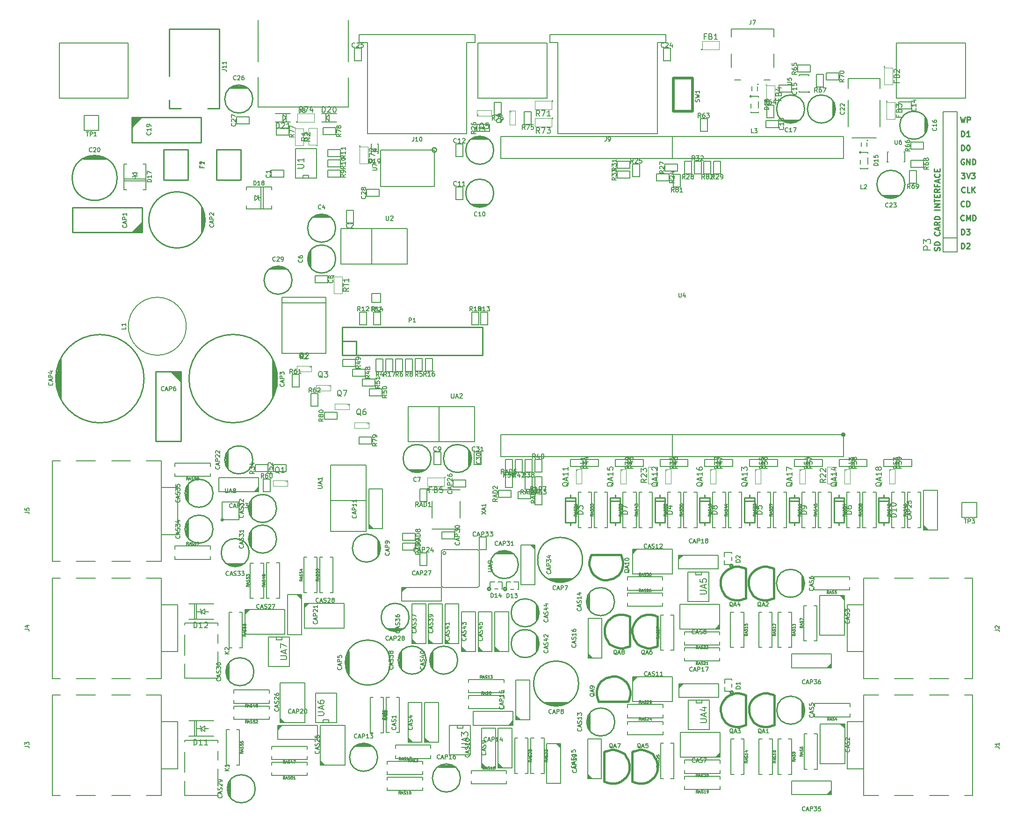
<source format=gto>
G04 #@! TF.FileFunction,Legend,Top*
%FSLAX46Y46*%
G04 Gerber Fmt 4.6, Leading zero omitted, Abs format (unit mm)*
G04 Created by KiCad (PCBNEW (2014-jul-16 BZR unknown)-product) date Qui 04 Dez 2014 16:42:50 BRST*
%MOMM*%
G01*
G04 APERTURE LIST*
%ADD10C,0.152400*%
%ADD11C,0.250000*%
%ADD12C,0.150000*%
%ADD13C,0.127000*%
%ADD14C,0.254000*%
%ADD15C,0.300000*%
%ADD16C,0.200000*%
%ADD17C,0.190500*%
%ADD18C,0.099060*%
%ADD19C,0.078740*%
%ADD20C,0.381000*%
%ADD21C,0.508000*%
%ADD22C,0.203200*%
G04 APERTURE END LIST*
D10*
D11*
X161948762Y-39130953D02*
X161996381Y-38988096D01*
X161996381Y-38750000D01*
X161948762Y-38654762D01*
X161901143Y-38607143D01*
X161805905Y-38559524D01*
X161710667Y-38559524D01*
X161615429Y-38607143D01*
X161567810Y-38654762D01*
X161520190Y-38750000D01*
X161472571Y-38940477D01*
X161424952Y-39035715D01*
X161377333Y-39083334D01*
X161282095Y-39130953D01*
X161186857Y-39130953D01*
X161091619Y-39083334D01*
X161044000Y-39035715D01*
X160996381Y-38940477D01*
X160996381Y-38702381D01*
X161044000Y-38559524D01*
X161996381Y-38130953D02*
X160996381Y-38130953D01*
X160996381Y-37892858D01*
X161044000Y-37750000D01*
X161139238Y-37654762D01*
X161234476Y-37607143D01*
X161424952Y-37559524D01*
X161567810Y-37559524D01*
X161758286Y-37607143D01*
X161853524Y-37654762D01*
X161948762Y-37750000D01*
X161996381Y-37892858D01*
X161996381Y-38130953D01*
X161901143Y-35797619D02*
X161948762Y-35845238D01*
X161996381Y-35988095D01*
X161996381Y-36083333D01*
X161948762Y-36226191D01*
X161853524Y-36321429D01*
X161758286Y-36369048D01*
X161567810Y-36416667D01*
X161424952Y-36416667D01*
X161234476Y-36369048D01*
X161139238Y-36321429D01*
X161044000Y-36226191D01*
X160996381Y-36083333D01*
X160996381Y-35988095D01*
X161044000Y-35845238D01*
X161091619Y-35797619D01*
X161710667Y-35416667D02*
X161710667Y-34940476D01*
X161996381Y-35511905D02*
X160996381Y-35178572D01*
X161996381Y-34845238D01*
X161996381Y-33940476D02*
X161520190Y-34273810D01*
X161996381Y-34511905D02*
X160996381Y-34511905D01*
X160996381Y-34130952D01*
X161044000Y-34035714D01*
X161091619Y-33988095D01*
X161186857Y-33940476D01*
X161329714Y-33940476D01*
X161424952Y-33988095D01*
X161472571Y-34035714D01*
X161520190Y-34130952D01*
X161520190Y-34511905D01*
X161996381Y-33511905D02*
X160996381Y-33511905D01*
X160996381Y-33273810D01*
X161044000Y-33130952D01*
X161139238Y-33035714D01*
X161234476Y-32988095D01*
X161424952Y-32940476D01*
X161567810Y-32940476D01*
X161758286Y-32988095D01*
X161853524Y-33035714D01*
X161948762Y-33130952D01*
X161996381Y-33273810D01*
X161996381Y-33511905D01*
X161996381Y-31750000D02*
X160996381Y-31750000D01*
X161996381Y-31273810D02*
X160996381Y-31273810D01*
X161996381Y-30702381D01*
X160996381Y-30702381D01*
X160996381Y-30369048D02*
X160996381Y-29797619D01*
X161996381Y-30083334D02*
X160996381Y-30083334D01*
X161472571Y-29464286D02*
X161472571Y-29130952D01*
X161996381Y-28988095D02*
X161996381Y-29464286D01*
X160996381Y-29464286D01*
X160996381Y-28988095D01*
X161996381Y-27988095D02*
X161520190Y-28321429D01*
X161996381Y-28559524D02*
X160996381Y-28559524D01*
X160996381Y-28178571D01*
X161044000Y-28083333D01*
X161091619Y-28035714D01*
X161186857Y-27988095D01*
X161329714Y-27988095D01*
X161424952Y-28035714D01*
X161472571Y-28083333D01*
X161520190Y-28178571D01*
X161520190Y-28559524D01*
X161472571Y-27226190D02*
X161472571Y-27559524D01*
X161996381Y-27559524D02*
X160996381Y-27559524D01*
X160996381Y-27083333D01*
X161710667Y-26750000D02*
X161710667Y-26273809D01*
X161996381Y-26845238D02*
X160996381Y-26511905D01*
X161996381Y-26178571D01*
X161901143Y-25273809D02*
X161948762Y-25321428D01*
X161996381Y-25464285D01*
X161996381Y-25559523D01*
X161948762Y-25702381D01*
X161853524Y-25797619D01*
X161758286Y-25845238D01*
X161567810Y-25892857D01*
X161424952Y-25892857D01*
X161234476Y-25845238D01*
X161139238Y-25797619D01*
X161044000Y-25702381D01*
X160996381Y-25559523D01*
X160996381Y-25464285D01*
X161044000Y-25321428D01*
X161091619Y-25273809D01*
X161472571Y-24845238D02*
X161472571Y-24511904D01*
X161996381Y-24369047D02*
X161996381Y-24845238D01*
X160996381Y-24845238D01*
X160996381Y-24369047D01*
X165695429Y-14946381D02*
X165933524Y-15946381D01*
X166124001Y-15232095D01*
X166314477Y-15946381D01*
X166552572Y-14946381D01*
X166933524Y-15946381D02*
X166933524Y-14946381D01*
X167314477Y-14946381D01*
X167409715Y-14994000D01*
X167457334Y-15041619D01*
X167504953Y-15136857D01*
X167504953Y-15279714D01*
X167457334Y-15374952D01*
X167409715Y-15422571D01*
X167314477Y-15470190D01*
X166933524Y-15470190D01*
X165885905Y-18486381D02*
X165885905Y-17486381D01*
X166124000Y-17486381D01*
X166266858Y-17534000D01*
X166362096Y-17629238D01*
X166409715Y-17724476D01*
X166457334Y-17914952D01*
X166457334Y-18057810D01*
X166409715Y-18248286D01*
X166362096Y-18343524D01*
X166266858Y-18438762D01*
X166124000Y-18486381D01*
X165885905Y-18486381D01*
X167409715Y-18486381D02*
X166838286Y-18486381D01*
X167124000Y-18486381D02*
X167124000Y-17486381D01*
X167028762Y-17629238D01*
X166933524Y-17724476D01*
X166838286Y-17772095D01*
X165885905Y-21026381D02*
X165885905Y-20026381D01*
X166124000Y-20026381D01*
X166266858Y-20074000D01*
X166362096Y-20169238D01*
X166409715Y-20264476D01*
X166457334Y-20454952D01*
X166457334Y-20597810D01*
X166409715Y-20788286D01*
X166362096Y-20883524D01*
X166266858Y-20978762D01*
X166124000Y-21026381D01*
X165885905Y-21026381D01*
X167076381Y-20026381D02*
X167171620Y-20026381D01*
X167266858Y-20074000D01*
X167314477Y-20121619D01*
X167362096Y-20216857D01*
X167409715Y-20407333D01*
X167409715Y-20645429D01*
X167362096Y-20835905D01*
X167314477Y-20931143D01*
X167266858Y-20978762D01*
X167171620Y-21026381D01*
X167076381Y-21026381D01*
X166981143Y-20978762D01*
X166933524Y-20931143D01*
X166885905Y-20835905D01*
X166838286Y-20645429D01*
X166838286Y-20407333D01*
X166885905Y-20216857D01*
X166933524Y-20121619D01*
X166981143Y-20074000D01*
X167076381Y-20026381D01*
X166370096Y-22614000D02*
X166274858Y-22566381D01*
X166132001Y-22566381D01*
X165989143Y-22614000D01*
X165893905Y-22709238D01*
X165846286Y-22804476D01*
X165798667Y-22994952D01*
X165798667Y-23137810D01*
X165846286Y-23328286D01*
X165893905Y-23423524D01*
X165989143Y-23518762D01*
X166132001Y-23566381D01*
X166227239Y-23566381D01*
X166370096Y-23518762D01*
X166417715Y-23471143D01*
X166417715Y-23137810D01*
X166227239Y-23137810D01*
X166846286Y-23566381D02*
X166846286Y-22566381D01*
X167417715Y-23566381D01*
X167417715Y-22566381D01*
X167893905Y-23566381D02*
X167893905Y-22566381D01*
X168132000Y-22566381D01*
X168274858Y-22614000D01*
X168370096Y-22709238D01*
X168417715Y-22804476D01*
X168465334Y-22994952D01*
X168465334Y-23137810D01*
X168417715Y-23328286D01*
X168370096Y-23423524D01*
X168274858Y-23518762D01*
X168132000Y-23566381D01*
X167893905Y-23566381D01*
X165893905Y-25106381D02*
X166512953Y-25106381D01*
X166179619Y-25487333D01*
X166322477Y-25487333D01*
X166417715Y-25534952D01*
X166465334Y-25582571D01*
X166512953Y-25677810D01*
X166512953Y-25915905D01*
X166465334Y-26011143D01*
X166417715Y-26058762D01*
X166322477Y-26106381D01*
X166036762Y-26106381D01*
X165941524Y-26058762D01*
X165893905Y-26011143D01*
X166798667Y-25106381D02*
X167132000Y-26106381D01*
X167465334Y-25106381D01*
X167703429Y-25106381D02*
X168322477Y-25106381D01*
X167989143Y-25487333D01*
X168132001Y-25487333D01*
X168227239Y-25534952D01*
X168274858Y-25582571D01*
X168322477Y-25677810D01*
X168322477Y-25915905D01*
X168274858Y-26011143D01*
X168227239Y-26058762D01*
X168132001Y-26106381D01*
X167846286Y-26106381D01*
X167751048Y-26058762D01*
X167703429Y-26011143D01*
X166536762Y-28551143D02*
X166489143Y-28598762D01*
X166346286Y-28646381D01*
X166251048Y-28646381D01*
X166108190Y-28598762D01*
X166012952Y-28503524D01*
X165965333Y-28408286D01*
X165917714Y-28217810D01*
X165917714Y-28074952D01*
X165965333Y-27884476D01*
X166012952Y-27789238D01*
X166108190Y-27694000D01*
X166251048Y-27646381D01*
X166346286Y-27646381D01*
X166489143Y-27694000D01*
X166536762Y-27741619D01*
X167441524Y-28646381D02*
X166965333Y-28646381D01*
X166965333Y-27646381D01*
X167774857Y-28646381D02*
X167774857Y-27646381D01*
X168346286Y-28646381D02*
X167917714Y-28074952D01*
X168346286Y-27646381D02*
X167774857Y-28217810D01*
X166433524Y-31091143D02*
X166385905Y-31138762D01*
X166243048Y-31186381D01*
X166147810Y-31186381D01*
X166004952Y-31138762D01*
X165909714Y-31043524D01*
X165862095Y-30948286D01*
X165814476Y-30757810D01*
X165814476Y-30614952D01*
X165862095Y-30424476D01*
X165909714Y-30329238D01*
X166004952Y-30234000D01*
X166147810Y-30186381D01*
X166243048Y-30186381D01*
X166385905Y-30234000D01*
X166433524Y-30281619D01*
X166862095Y-31186381D02*
X166862095Y-30186381D01*
X167100190Y-30186381D01*
X167243048Y-30234000D01*
X167338286Y-30329238D01*
X167385905Y-30424476D01*
X167433524Y-30614952D01*
X167433524Y-30757810D01*
X167385905Y-30948286D01*
X167338286Y-31043524D01*
X167243048Y-31138762D01*
X167100190Y-31186381D01*
X166862095Y-31186381D01*
X166370096Y-33631143D02*
X166322477Y-33678762D01*
X166179620Y-33726381D01*
X166084382Y-33726381D01*
X165941524Y-33678762D01*
X165846286Y-33583524D01*
X165798667Y-33488286D01*
X165751048Y-33297810D01*
X165751048Y-33154952D01*
X165798667Y-32964476D01*
X165846286Y-32869238D01*
X165941524Y-32774000D01*
X166084382Y-32726381D01*
X166179620Y-32726381D01*
X166322477Y-32774000D01*
X166370096Y-32821619D01*
X166798667Y-33726381D02*
X166798667Y-32726381D01*
X167132001Y-33440667D01*
X167465334Y-32726381D01*
X167465334Y-33726381D01*
X167941524Y-33726381D02*
X167941524Y-32726381D01*
X168179619Y-32726381D01*
X168322477Y-32774000D01*
X168417715Y-32869238D01*
X168465334Y-32964476D01*
X168512953Y-33154952D01*
X168512953Y-33297810D01*
X168465334Y-33488286D01*
X168417715Y-33583524D01*
X168322477Y-33678762D01*
X168179619Y-33726381D01*
X167941524Y-33726381D01*
X165885905Y-36266381D02*
X165885905Y-35266381D01*
X166124000Y-35266381D01*
X166266858Y-35314000D01*
X166362096Y-35409238D01*
X166409715Y-35504476D01*
X166457334Y-35694952D01*
X166457334Y-35837810D01*
X166409715Y-36028286D01*
X166362096Y-36123524D01*
X166266858Y-36218762D01*
X166124000Y-36266381D01*
X165885905Y-36266381D01*
X166790667Y-35266381D02*
X167409715Y-35266381D01*
X167076381Y-35647333D01*
X167219239Y-35647333D01*
X167314477Y-35694952D01*
X167362096Y-35742571D01*
X167409715Y-35837810D01*
X167409715Y-36075905D01*
X167362096Y-36171143D01*
X167314477Y-36218762D01*
X167219239Y-36266381D01*
X166933524Y-36266381D01*
X166838286Y-36218762D01*
X166790667Y-36171143D01*
X165885905Y-38806381D02*
X165885905Y-37806381D01*
X166124000Y-37806381D01*
X166266858Y-37854000D01*
X166362096Y-37949238D01*
X166409715Y-38044476D01*
X166457334Y-38234952D01*
X166457334Y-38377810D01*
X166409715Y-38568286D01*
X166362096Y-38663524D01*
X166266858Y-38758762D01*
X166124000Y-38806381D01*
X165885905Y-38806381D01*
X166838286Y-37901619D02*
X166885905Y-37854000D01*
X166981143Y-37806381D01*
X167219239Y-37806381D01*
X167314477Y-37854000D01*
X167362096Y-37901619D01*
X167409715Y-37996857D01*
X167409715Y-38092095D01*
X167362096Y-38234952D01*
X166790667Y-38806381D01*
X167409715Y-38806381D01*
D12*
X162560000Y-36830000D02*
X162560000Y-13970000D01*
X162560000Y-13970000D02*
X165100000Y-13970000D01*
X165100000Y-13970000D02*
X165100000Y-36830000D01*
X162560000Y-39370000D02*
X162560000Y-36830000D01*
X162560000Y-36830000D02*
X165100000Y-36830000D01*
X162560000Y-39370000D02*
X165100000Y-39370000D01*
X165100000Y-39370000D02*
X165100000Y-36830000D01*
D13*
X40957000Y-24615000D02*
X43243000Y-24615000D01*
X43243000Y-24615000D02*
X43243000Y-25885000D01*
X43243000Y-25885000D02*
X40957000Y-25885000D01*
X40957000Y-25885000D02*
X40957000Y-24615000D01*
X54515000Y-34143000D02*
X54515000Y-31857000D01*
X54515000Y-31857000D02*
X55785000Y-31857000D01*
X55785000Y-31857000D02*
X55785000Y-34143000D01*
X55785000Y-34143000D02*
X54515000Y-34143000D01*
D14*
X51066000Y-32814000D02*
X49034000Y-32814000D01*
X49034000Y-32814000D02*
X49034000Y-32941000D01*
X49034000Y-32941000D02*
X51066000Y-32941000D01*
X48526000Y-33068000D02*
X51574000Y-33068000D01*
X52590000Y-35100000D02*
G75*
G03X52590000Y-35100000I-2540000J0D01*
G01*
X47774000Y-39664000D02*
X47774000Y-41696000D01*
X47774000Y-41696000D02*
X47901000Y-41696000D01*
X47901000Y-41696000D02*
X47901000Y-39664000D01*
X48028000Y-42204000D02*
X48028000Y-39156000D01*
X52600000Y-40680000D02*
G75*
G03X52600000Y-40680000I-2540000J0D01*
G01*
X66314000Y-79106000D02*
X68346000Y-79106000D01*
X68346000Y-79106000D02*
X68346000Y-78979000D01*
X68346000Y-78979000D02*
X66314000Y-78979000D01*
X68854000Y-78852000D02*
X65806000Y-78852000D01*
X69870000Y-76820000D02*
G75*
G03X69870000Y-76820000I-2540000J0D01*
G01*
D13*
X51203000Y-44995000D02*
X48917000Y-44995000D01*
X48917000Y-44995000D02*
X48917000Y-43725000D01*
X48917000Y-43725000D02*
X51203000Y-43725000D01*
X51203000Y-43725000D02*
X51203000Y-44995000D01*
X71625000Y-75677000D02*
X71625000Y-77963000D01*
X71625000Y-77963000D02*
X70355000Y-77963000D01*
X70355000Y-77963000D02*
X70355000Y-75677000D01*
X70355000Y-75677000D02*
X71625000Y-75677000D01*
D14*
X77664000Y-31046000D02*
X79696000Y-31046000D01*
X79696000Y-31046000D02*
X79696000Y-30919000D01*
X79696000Y-30919000D02*
X77664000Y-30919000D01*
X80204000Y-30792000D02*
X77156000Y-30792000D01*
X81220000Y-28760000D02*
G75*
G03X81220000Y-28760000I-2540000J0D01*
G01*
D13*
X75635000Y-27607000D02*
X75635000Y-29893000D01*
X75635000Y-29893000D02*
X74365000Y-29893000D01*
X74365000Y-29893000D02*
X74365000Y-27607000D01*
X74365000Y-27607000D02*
X75635000Y-27607000D01*
X75645000Y-19827000D02*
X75645000Y-22113000D01*
X75645000Y-22113000D02*
X74375000Y-22113000D01*
X74375000Y-22113000D02*
X74375000Y-19827000D01*
X74375000Y-19827000D02*
X75645000Y-19827000D01*
D14*
X79696000Y-18694000D02*
X77664000Y-18694000D01*
X77664000Y-18694000D02*
X77664000Y-18821000D01*
X77664000Y-18821000D02*
X79696000Y-18821000D01*
X77156000Y-18948000D02*
X80204000Y-18948000D01*
X81220000Y-20980000D02*
G75*
G03X81220000Y-20980000I-2540000J0D01*
G01*
D13*
X156798000Y-13485000D02*
X154512000Y-13485000D01*
X154512000Y-13485000D02*
X154512000Y-12215000D01*
X154512000Y-12215000D02*
X156798000Y-12215000D01*
X156798000Y-12215000D02*
X156798000Y-13485000D01*
X135163000Y-10485000D02*
X132877000Y-10485000D01*
X132877000Y-10485000D02*
X132877000Y-9215000D01*
X132877000Y-9215000D02*
X135163000Y-9215000D01*
X135163000Y-9215000D02*
X135163000Y-10485000D01*
D14*
X159561000Y-17466000D02*
X159561000Y-15434000D01*
X159561000Y-15434000D02*
X159434000Y-15434000D01*
X159434000Y-15434000D02*
X159434000Y-17466000D01*
X159307000Y-14926000D02*
X159307000Y-17974000D01*
X159815000Y-16450000D02*
G75*
G03X159815000Y-16450000I-2540000J0D01*
G01*
X133954000Y-15806000D02*
X135986000Y-15806000D01*
X135986000Y-15806000D02*
X135986000Y-15679000D01*
X135986000Y-15679000D02*
X133954000Y-15679000D01*
X136494000Y-15552000D02*
X133446000Y-15552000D01*
X137510000Y-13520000D02*
G75*
G03X137510000Y-13520000I-2540000J0D01*
G01*
D13*
X132803000Y-16875000D02*
X130517000Y-16875000D01*
X130517000Y-16875000D02*
X130517000Y-15605000D01*
X130517000Y-15605000D02*
X132803000Y-15605000D01*
X132803000Y-15605000D02*
X132803000Y-16875000D01*
D11*
X15650000Y-16800000D02*
X17400000Y-15050000D01*
X15650000Y-16550000D02*
X17150000Y-15050000D01*
X16800000Y-15100000D02*
X15650000Y-16250000D01*
X15650000Y-15900000D02*
X16500000Y-15050000D01*
X16200000Y-15050000D02*
X15650000Y-15600000D01*
X15650000Y-15250000D02*
X15850000Y-15050000D01*
X15650000Y-15050000D02*
X28250000Y-15050000D01*
X28250000Y-15050000D02*
X28250000Y-19550000D01*
X28250000Y-19550000D02*
X15650000Y-19550000D01*
X15650000Y-19550000D02*
X15650000Y-15050000D01*
D14*
X10982000Y-22571000D02*
X6918000Y-22571000D01*
X6918000Y-22571000D02*
X7299000Y-22444000D01*
X7299000Y-22444000D02*
X10601000Y-22444000D01*
X10601000Y-22444000D02*
X10982000Y-22571000D01*
X13015984Y-26000000D02*
G75*
G03X13015984Y-26000000I-4065984J0D01*
G01*
X9966000Y-22063000D02*
X7934000Y-22063000D01*
X7934000Y-22190000D02*
X9966000Y-22190000D01*
X7426000Y-22317000D02*
X10474000Y-22317000D01*
X142836000Y-14526000D02*
X142836000Y-12494000D01*
X142836000Y-12494000D02*
X142709000Y-12494000D01*
X142709000Y-12494000D02*
X142709000Y-14526000D01*
X142582000Y-11986000D02*
X142582000Y-15034000D01*
X143090000Y-13510000D02*
G75*
G03X143090000Y-13510000I-2540000J0D01*
G01*
X152109000Y-29436000D02*
X154141000Y-29436000D01*
X154141000Y-29436000D02*
X154141000Y-29309000D01*
X154141000Y-29309000D02*
X152109000Y-29309000D01*
X154649000Y-29182000D02*
X151601000Y-29182000D01*
X155665000Y-27150000D02*
G75*
G03X155665000Y-27150000I-2540000J0D01*
G01*
D13*
X113235000Y-2507000D02*
X113235000Y-4793000D01*
X113235000Y-4793000D02*
X111965000Y-4793000D01*
X111965000Y-4793000D02*
X111965000Y-2507000D01*
X111965000Y-2507000D02*
X113235000Y-2507000D01*
X57235000Y-2507000D02*
X57235000Y-4793000D01*
X57235000Y-4793000D02*
X55965000Y-4793000D01*
X55965000Y-4793000D02*
X55965000Y-2507000D01*
X55965000Y-2507000D02*
X57235000Y-2507000D01*
D14*
X36066000Y-9414000D02*
X34034000Y-9414000D01*
X34034000Y-9414000D02*
X34034000Y-9541000D01*
X34034000Y-9541000D02*
X36066000Y-9541000D01*
X33526000Y-9668000D02*
X36574000Y-9668000D01*
X37590000Y-11700000D02*
G75*
G03X37590000Y-11700000I-2540000J0D01*
G01*
D13*
X34682000Y-14940000D02*
X36968000Y-14940000D01*
X36968000Y-14940000D02*
X36968000Y-16210000D01*
X36968000Y-16210000D02*
X34682000Y-16210000D01*
X34682000Y-16210000D02*
X34682000Y-14940000D01*
X58227000Y-28095000D02*
X60513000Y-28095000D01*
X60513000Y-28095000D02*
X60513000Y-29365000D01*
X60513000Y-29365000D02*
X58227000Y-29365000D01*
X58227000Y-29365000D02*
X58227000Y-28095000D01*
D14*
X43186000Y-42234000D02*
X41154000Y-42234000D01*
X41154000Y-42234000D02*
X41154000Y-42361000D01*
X41154000Y-42361000D02*
X43186000Y-42361000D01*
X40646000Y-42488000D02*
X43694000Y-42488000D01*
X44710000Y-44520000D02*
G75*
G03X44710000Y-44520000I-2540000J0D01*
G01*
X76946000Y-77836000D02*
X76946000Y-75804000D01*
X76946000Y-75804000D02*
X76819000Y-75804000D01*
X76819000Y-75804000D02*
X76819000Y-77836000D01*
X76692000Y-75296000D02*
X76692000Y-78344000D01*
X77200000Y-76820000D02*
G75*
G03X77200000Y-76820000I-2540000J0D01*
G01*
D13*
X78975000Y-75667000D02*
X78975000Y-77953000D01*
X78975000Y-77953000D02*
X77705000Y-77953000D01*
X77705000Y-77953000D02*
X77705000Y-75667000D01*
X77705000Y-75667000D02*
X78975000Y-75667000D01*
D11*
X17550000Y-34100000D02*
X15800000Y-35850000D01*
X17550000Y-34350000D02*
X16050000Y-35850000D01*
X16400000Y-35800000D02*
X17550000Y-34650000D01*
X17550000Y-35000000D02*
X16700000Y-35850000D01*
X17000000Y-35850000D02*
X17550000Y-35300000D01*
X17550000Y-35650000D02*
X17350000Y-35850000D01*
X17550000Y-35850000D02*
X4950000Y-35850000D01*
X4950000Y-35850000D02*
X4950000Y-31350000D01*
X4950000Y-31350000D02*
X17550000Y-31350000D01*
X17550000Y-31350000D02*
X17550000Y-35850000D01*
D14*
X28295000Y-31187000D02*
X28295000Y-36013000D01*
X28676000Y-34743000D02*
X28676000Y-32457000D01*
X28944267Y-33600000D02*
G75*
G03X28944267Y-33600000I-5094267J0D01*
G01*
X28295000Y-35632000D02*
X28295000Y-31568000D01*
X28295000Y-31568000D02*
X28422000Y-31949000D01*
X28422000Y-31949000D02*
X28422000Y-35251000D01*
X28422000Y-35251000D02*
X28295000Y-35632000D01*
X28803000Y-34616000D02*
X28803000Y-32584000D01*
X28676000Y-32584000D02*
X28676000Y-34616000D01*
X28549000Y-32076000D02*
X28549000Y-35124000D01*
X41142000Y-58921000D02*
X41777000Y-61080000D01*
X41142000Y-65652000D02*
X41523000Y-64509000D01*
X42031000Y-62350000D02*
G75*
G03X42031000Y-62350000I-8001000J0D01*
G01*
X41523000Y-60318000D02*
X41523000Y-64382000D01*
X41269000Y-65271000D02*
X41269000Y-59556000D01*
X41269000Y-59556000D02*
X41269000Y-60445000D01*
X41904000Y-63747000D02*
X41904000Y-61080000D01*
X41650000Y-60191000D02*
X41650000Y-64509000D01*
X41396000Y-65144000D02*
X41396000Y-59556000D01*
X41396000Y-59556000D02*
X41396000Y-59683000D01*
X41142000Y-65906000D02*
X41142000Y-58794000D01*
X2788000Y-65794000D02*
X2153000Y-63635000D01*
X2788000Y-59063000D02*
X2407000Y-60206000D01*
X17901000Y-62365000D02*
G75*
G03X17901000Y-62365000I-8001000J0D01*
G01*
X2407000Y-64397000D02*
X2407000Y-60333000D01*
X2661000Y-59444000D02*
X2661000Y-65159000D01*
X2661000Y-65159000D02*
X2661000Y-64270000D01*
X2026000Y-60968000D02*
X2026000Y-63635000D01*
X2280000Y-64524000D02*
X2280000Y-60206000D01*
X2534000Y-59571000D02*
X2534000Y-65159000D01*
X2534000Y-65159000D02*
X2534000Y-65032000D01*
X2788000Y-58809000D02*
X2788000Y-65921000D01*
X54981000Y-111758000D02*
X54981000Y-115822000D01*
X54981000Y-115822000D02*
X54854000Y-115441000D01*
X54854000Y-115441000D02*
X54854000Y-112139000D01*
X54854000Y-112139000D02*
X54981000Y-111758000D01*
X62475984Y-113790000D02*
G75*
G03X62475984Y-113790000I-4065984J0D01*
G01*
X54473000Y-112774000D02*
X54473000Y-114806000D01*
X54600000Y-114806000D02*
X54600000Y-112774000D01*
X54727000Y-115314000D02*
X54727000Y-112266000D01*
D11*
X22800000Y-61065000D02*
X24550000Y-62815000D01*
X23050000Y-61065000D02*
X24550000Y-62565000D01*
X24500000Y-62215000D02*
X23350000Y-61065000D01*
X23700000Y-61065000D02*
X24550000Y-61915000D01*
X24550000Y-61615000D02*
X24000000Y-61065000D01*
X24350000Y-61065000D02*
X24550000Y-61265000D01*
X24550000Y-61065000D02*
X24550000Y-73665000D01*
X24550000Y-73665000D02*
X20050000Y-73665000D01*
X20050000Y-73665000D02*
X20050000Y-61065000D01*
X20050000Y-61065000D02*
X24550000Y-61065000D01*
D14*
X91208000Y-98609000D02*
X95272000Y-98609000D01*
X95272000Y-98609000D02*
X94891000Y-98736000D01*
X94891000Y-98736000D02*
X91589000Y-98736000D01*
X91589000Y-98736000D02*
X91208000Y-98609000D01*
X97305984Y-95180000D02*
G75*
G03X97305984Y-95180000I-4065984J0D01*
G01*
X92224000Y-99117000D02*
X94256000Y-99117000D01*
X94256000Y-98990000D02*
X92224000Y-98990000D01*
X94764000Y-98863000D02*
X91716000Y-98863000D01*
X90479880Y-121013220D02*
X94543880Y-121013220D01*
X94543880Y-121013220D02*
X94162880Y-121140220D01*
X94162880Y-121140220D02*
X90860880Y-121140220D01*
X90860880Y-121140220D02*
X90479880Y-121013220D01*
X96577864Y-117584220D02*
G75*
G03X96577864Y-117584220I-4065984J0D01*
G01*
X91495880Y-121521220D02*
X93527880Y-121521220D01*
X93527880Y-121394220D02*
X91495880Y-121394220D01*
X94035880Y-121267220D02*
X90987880Y-121267220D01*
X60446000Y-94066000D02*
X60446000Y-92034000D01*
X60446000Y-92034000D02*
X60319000Y-92034000D01*
X60319000Y-92034000D02*
X60319000Y-94066000D01*
X60192000Y-91526000D02*
X60192000Y-94574000D01*
X60700000Y-93050000D02*
G75*
G03X60700000Y-93050000I-2540000J0D01*
G01*
D10*
X59380000Y-89540000D02*
X58580000Y-88740000D01*
X59180000Y-89540000D02*
X58580000Y-88940000D01*
X58980000Y-89540000D02*
X58580000Y-89140000D01*
X58780000Y-89540000D02*
X58580000Y-89340000D01*
X58580000Y-89540000D02*
X58580000Y-82340000D01*
X58580000Y-82340000D02*
X61080000Y-82340000D01*
X61080000Y-82340000D02*
X61080000Y-89540000D01*
X61080000Y-89540000D02*
X58580000Y-89540000D01*
D14*
X58666000Y-128664000D02*
X56634000Y-128664000D01*
X56634000Y-128664000D02*
X56634000Y-128791000D01*
X56634000Y-128791000D02*
X58666000Y-128791000D01*
X56126000Y-128918000D02*
X59174000Y-128918000D01*
X60190000Y-130950000D02*
G75*
G03X60190000Y-130950000I-2540000J0D01*
G01*
D10*
X84725000Y-124350000D02*
X83925000Y-125150000D01*
X84725000Y-124550000D02*
X84125000Y-125150000D01*
X84725000Y-124750000D02*
X84325000Y-125150000D01*
X84725000Y-124950000D02*
X84525000Y-125150000D01*
X84725000Y-125150000D02*
X77525000Y-125150000D01*
X77525000Y-125150000D02*
X77525000Y-122650000D01*
X77525000Y-122650000D02*
X84725000Y-122650000D01*
X84725000Y-122650000D02*
X84725000Y-125150000D01*
X86030000Y-124150000D02*
X85230000Y-123350000D01*
X85830000Y-124150000D02*
X85230000Y-123550000D01*
X85630000Y-124150000D02*
X85230000Y-123750000D01*
X85430000Y-124150000D02*
X85230000Y-123950000D01*
X85230000Y-124150000D02*
X85230000Y-116950000D01*
X85230000Y-116950000D02*
X87730000Y-116950000D01*
X87730000Y-116950000D02*
X87730000Y-124150000D01*
X87730000Y-124150000D02*
X85230000Y-124150000D01*
D14*
X73666000Y-132414000D02*
X71634000Y-132414000D01*
X71634000Y-132414000D02*
X71634000Y-132541000D01*
X71634000Y-132541000D02*
X73666000Y-132541000D01*
X71126000Y-132668000D02*
X74174000Y-132668000D01*
X75190000Y-134700000D02*
G75*
G03X75190000Y-134700000I-2540000J0D01*
G01*
D10*
X114750000Y-118389160D02*
X115550000Y-117589160D01*
X114750000Y-118189160D02*
X115350000Y-117589160D01*
X114750000Y-117989160D02*
X115150000Y-117589160D01*
X114750000Y-117789160D02*
X114950000Y-117589160D01*
X114750000Y-117589160D02*
X121950000Y-117589160D01*
X121950000Y-117589160D02*
X121950000Y-120089160D01*
X121950000Y-120089160D02*
X114750000Y-120089160D01*
X114750000Y-120089160D02*
X114750000Y-117589160D01*
X114700000Y-95125000D02*
X115500000Y-94325000D01*
X114700000Y-94925000D02*
X115300000Y-94325000D01*
X114700000Y-94725000D02*
X115100000Y-94325000D01*
X114700000Y-94525000D02*
X114900000Y-94325000D01*
X114700000Y-94325000D02*
X121900000Y-94325000D01*
X121900000Y-94325000D02*
X121900000Y-96825000D01*
X121900000Y-96825000D02*
X114700000Y-96825000D01*
X114700000Y-96825000D02*
X114700000Y-94325000D01*
X92525000Y-128450000D02*
X93325000Y-129250000D01*
X92725000Y-128450000D02*
X93325000Y-129050000D01*
X92925000Y-128450000D02*
X93325000Y-128850000D01*
X93125000Y-128450000D02*
X93325000Y-128650000D01*
X93325000Y-128450000D02*
X93325000Y-135650000D01*
X93325000Y-135650000D02*
X90825000Y-135650000D01*
X90825000Y-135650000D02*
X90825000Y-128450000D01*
X90825000Y-128450000D02*
X93325000Y-128450000D01*
X42100000Y-126000000D02*
X42900000Y-125200000D01*
X42100000Y-125800000D02*
X42700000Y-125200000D01*
X42100000Y-125600000D02*
X42500000Y-125200000D01*
X42100000Y-125400000D02*
X42300000Y-125200000D01*
X42100000Y-125200000D02*
X49300000Y-125200000D01*
X49300000Y-125200000D02*
X49300000Y-127700000D01*
X49300000Y-127700000D02*
X42100000Y-127700000D01*
X42100000Y-127700000D02*
X42100000Y-125200000D01*
X45600000Y-101500000D02*
X46400000Y-102300000D01*
X45800000Y-101500000D02*
X46400000Y-102100000D01*
X46000000Y-101500000D02*
X46400000Y-101900000D01*
X46200000Y-101500000D02*
X46400000Y-101700000D01*
X46400000Y-101500000D02*
X46400000Y-108700000D01*
X46400000Y-108700000D02*
X43900000Y-108700000D01*
X43900000Y-108700000D02*
X43900000Y-101500000D01*
X43900000Y-101500000D02*
X46400000Y-101500000D01*
D14*
X32764000Y-76054000D02*
X32764000Y-78086000D01*
X32764000Y-78086000D02*
X32891000Y-78086000D01*
X32891000Y-78086000D02*
X32891000Y-76054000D01*
X33018000Y-78594000D02*
X33018000Y-75546000D01*
X37590000Y-77070000D02*
G75*
G03X37590000Y-77070000I-2540000J0D01*
G01*
D10*
X38650000Y-82020000D02*
X37850000Y-82820000D01*
X38650000Y-82220000D02*
X38050000Y-82820000D01*
X38650000Y-82420000D02*
X38250000Y-82820000D01*
X38650000Y-82620000D02*
X38450000Y-82820000D01*
X38650000Y-82820000D02*
X31450000Y-82820000D01*
X31450000Y-82820000D02*
X31450000Y-80320000D01*
X31450000Y-80320000D02*
X38650000Y-80320000D01*
X38650000Y-80320000D02*
X38650000Y-82820000D01*
D13*
X69145000Y-93937000D02*
X69145000Y-96223000D01*
X69145000Y-96223000D02*
X67875000Y-96223000D01*
X67875000Y-96223000D02*
X67875000Y-93937000D01*
X67875000Y-93937000D02*
X69145000Y-93937000D01*
D10*
X159850000Y-89755000D02*
X159050000Y-88955000D01*
X159650000Y-89755000D02*
X159050000Y-89155000D01*
X159450000Y-89755000D02*
X159050000Y-89355000D01*
X159250000Y-89755000D02*
X159050000Y-89555000D01*
X159050000Y-89755000D02*
X159050000Y-82555000D01*
X159050000Y-82555000D02*
X161550000Y-82555000D01*
X161550000Y-82555000D02*
X161550000Y-89755000D01*
X161550000Y-89755000D02*
X159050000Y-89755000D01*
D13*
X73857000Y-80745000D02*
X76143000Y-80745000D01*
X76143000Y-80745000D02*
X76143000Y-82015000D01*
X76143000Y-82015000D02*
X73857000Y-82015000D01*
X73857000Y-82015000D02*
X73857000Y-80745000D01*
D10*
X64555000Y-100955000D02*
X65355000Y-100155000D01*
X64555000Y-100755000D02*
X65155000Y-100155000D01*
X64555000Y-100555000D02*
X64955000Y-100155000D01*
X64555000Y-100355000D02*
X64755000Y-100155000D01*
X64555000Y-100155000D02*
X71755000Y-100155000D01*
X71755000Y-100155000D02*
X71755000Y-102655000D01*
X71755000Y-102655000D02*
X64555000Y-102655000D01*
X64555000Y-102655000D02*
X64555000Y-100155000D01*
D14*
X62344000Y-107876000D02*
X64376000Y-107876000D01*
X64376000Y-107876000D02*
X64376000Y-107749000D01*
X64376000Y-107749000D02*
X62344000Y-107749000D01*
X64884000Y-107622000D02*
X61836000Y-107622000D01*
X65900000Y-105590000D02*
G75*
G03X65900000Y-105590000I-2540000J0D01*
G01*
D13*
X74123000Y-91365000D02*
X71837000Y-91365000D01*
X71837000Y-91365000D02*
X71837000Y-90095000D01*
X71837000Y-90095000D02*
X74123000Y-90095000D01*
X74123000Y-90095000D02*
X74123000Y-91365000D01*
D14*
X84146000Y-93754000D02*
X82114000Y-93754000D01*
X82114000Y-93754000D02*
X82114000Y-93881000D01*
X82114000Y-93881000D02*
X84146000Y-93881000D01*
X81606000Y-94008000D02*
X84654000Y-94008000D01*
X85670000Y-96040000D02*
G75*
G03X85670000Y-96040000I-2540000J0D01*
G01*
D13*
X79885000Y-91087000D02*
X79885000Y-93373000D01*
X79885000Y-93373000D02*
X78615000Y-93373000D01*
X78615000Y-93373000D02*
X78615000Y-91087000D01*
X78615000Y-91087000D02*
X79885000Y-91087000D01*
D10*
X87870000Y-92450000D02*
X88670000Y-93250000D01*
X88070000Y-92450000D02*
X88670000Y-93050000D01*
X88270000Y-92450000D02*
X88670000Y-92850000D01*
X88470000Y-92450000D02*
X88670000Y-92650000D01*
X88670000Y-92450000D02*
X88670000Y-99650000D01*
X88670000Y-99650000D02*
X86170000Y-99650000D01*
X86170000Y-99650000D02*
X86170000Y-92450000D01*
X86170000Y-92450000D02*
X88670000Y-92450000D01*
X142360000Y-136934160D02*
X141560000Y-137734160D01*
X142360000Y-137134160D02*
X141760000Y-137734160D01*
X142360000Y-137334160D02*
X141960000Y-137734160D01*
X142360000Y-137534160D02*
X142160000Y-137734160D01*
X142360000Y-137734160D02*
X135160000Y-137734160D01*
X135160000Y-137734160D02*
X135160000Y-135234160D01*
X135160000Y-135234160D02*
X142360000Y-135234160D01*
X142360000Y-135234160D02*
X142360000Y-137734160D01*
X142360000Y-113950000D02*
X141560000Y-114750000D01*
X142360000Y-114150000D02*
X141760000Y-114750000D01*
X142360000Y-114350000D02*
X141960000Y-114750000D01*
X142360000Y-114550000D02*
X142160000Y-114750000D01*
X142360000Y-114750000D02*
X135160000Y-114750000D01*
X135160000Y-114750000D02*
X135160000Y-112250000D01*
X135160000Y-112250000D02*
X142360000Y-112250000D01*
X142360000Y-112250000D02*
X142360000Y-114750000D01*
X66525000Y-128250000D02*
X65725000Y-127450000D01*
X66325000Y-128250000D02*
X65725000Y-127650000D01*
X66125000Y-128250000D02*
X65725000Y-127850000D01*
X65925000Y-128250000D02*
X65725000Y-128050000D01*
X65725000Y-128250000D02*
X65725000Y-121050000D01*
X65725000Y-121050000D02*
X68225000Y-121050000D01*
X68225000Y-121050000D02*
X68225000Y-128250000D01*
X68225000Y-128250000D02*
X65725000Y-128250000D01*
X144000000Y-124914160D02*
X144800000Y-125714160D01*
X144200000Y-124914160D02*
X144800000Y-125514160D01*
X144400000Y-124914160D02*
X144800000Y-125314160D01*
X144600000Y-124914160D02*
X144800000Y-125114160D01*
X144800000Y-124914160D02*
X144800000Y-132114160D01*
X144800000Y-132114160D02*
X140300000Y-132114160D01*
X140300000Y-132114160D02*
X140300000Y-124914160D01*
X140300000Y-124914160D02*
X144800000Y-124914160D01*
X143950000Y-101650000D02*
X144750000Y-102450000D01*
X144150000Y-101650000D02*
X144750000Y-102250000D01*
X144350000Y-101650000D02*
X144750000Y-102050000D01*
X144550000Y-101650000D02*
X144750000Y-101850000D01*
X144750000Y-101650000D02*
X144750000Y-108850000D01*
X144750000Y-108850000D02*
X140250000Y-108850000D01*
X140250000Y-108850000D02*
X140250000Y-101650000D01*
X140250000Y-101650000D02*
X144750000Y-101650000D01*
X69525000Y-128250000D02*
X68725000Y-127450000D01*
X69325000Y-128250000D02*
X68725000Y-127650000D01*
X69125000Y-128250000D02*
X68725000Y-127850000D01*
X68925000Y-128250000D02*
X68725000Y-128050000D01*
X68725000Y-128250000D02*
X68725000Y-121050000D01*
X68725000Y-121050000D02*
X71225000Y-121050000D01*
X71225000Y-121050000D02*
X71225000Y-128250000D01*
X71225000Y-128250000D02*
X68725000Y-128250000D01*
D14*
X137276000Y-123430160D02*
X137276000Y-121398160D01*
X137276000Y-121398160D02*
X137149000Y-121398160D01*
X137149000Y-121398160D02*
X137149000Y-123430160D01*
X137022000Y-120890160D02*
X137022000Y-123938160D01*
X137530000Y-122414160D02*
G75*
G03X137530000Y-122414160I-2540000J0D01*
G01*
X137236000Y-100456000D02*
X137236000Y-98424000D01*
X137236000Y-98424000D02*
X137109000Y-98424000D01*
X137109000Y-98424000D02*
X137109000Y-100456000D01*
X136982000Y-97916000D02*
X136982000Y-100964000D01*
X137490000Y-99440000D02*
G75*
G03X137490000Y-99440000I-2540000J0D01*
G01*
D10*
X122200000Y-130164160D02*
X121400000Y-130964160D01*
X122200000Y-130364160D02*
X121600000Y-130964160D01*
X122200000Y-130564160D02*
X121800000Y-130964160D01*
X122200000Y-130764160D02*
X122000000Y-130964160D01*
X122200000Y-130964160D02*
X115000000Y-130964160D01*
X115000000Y-130964160D02*
X115000000Y-126464160D01*
X115000000Y-126464160D02*
X122200000Y-126464160D01*
X122200000Y-126464160D02*
X122200000Y-130964160D01*
X122150000Y-106900000D02*
X121350000Y-107700000D01*
X122150000Y-107100000D02*
X121550000Y-107700000D01*
X122150000Y-107300000D02*
X121750000Y-107700000D01*
X122150000Y-107500000D02*
X121950000Y-107700000D01*
X122150000Y-107700000D02*
X114950000Y-107700000D01*
X114950000Y-107700000D02*
X114950000Y-103200000D01*
X114950000Y-103200000D02*
X122150000Y-103200000D01*
X122150000Y-103200000D02*
X122150000Y-107700000D01*
X82825000Y-132850000D02*
X82025000Y-132050000D01*
X82625000Y-132850000D02*
X82025000Y-132250000D01*
X82425000Y-132850000D02*
X82025000Y-132450000D01*
X82225000Y-132850000D02*
X82025000Y-132650000D01*
X82025000Y-132850000D02*
X82025000Y-125650000D01*
X82025000Y-125650000D02*
X84525000Y-125650000D01*
X84525000Y-125650000D02*
X84525000Y-132850000D01*
X84525000Y-132850000D02*
X82025000Y-132850000D01*
X79825000Y-132850000D02*
X79025000Y-132050000D01*
X79625000Y-132850000D02*
X79025000Y-132250000D01*
X79425000Y-132850000D02*
X79025000Y-132450000D01*
X79225000Y-132850000D02*
X79025000Y-132650000D01*
X79025000Y-132850000D02*
X79025000Y-125650000D01*
X79025000Y-125650000D02*
X81525000Y-125650000D01*
X81525000Y-125650000D02*
X81525000Y-132850000D01*
X81525000Y-132850000D02*
X79025000Y-132850000D01*
X106400000Y-117179160D02*
X107200000Y-116379160D01*
X106400000Y-116979160D02*
X107000000Y-116379160D01*
X106400000Y-116779160D02*
X106800000Y-116379160D01*
X106400000Y-116579160D02*
X106600000Y-116379160D01*
X106400000Y-116379160D02*
X113600000Y-116379160D01*
X113600000Y-116379160D02*
X113600000Y-120879160D01*
X113600000Y-120879160D02*
X106400000Y-120879160D01*
X106400000Y-120879160D02*
X106400000Y-116379160D01*
X106350000Y-94075000D02*
X107150000Y-93275000D01*
X106350000Y-93875000D02*
X106950000Y-93275000D01*
X106350000Y-93675000D02*
X106750000Y-93275000D01*
X106350000Y-93475000D02*
X106550000Y-93275000D01*
X106350000Y-93275000D02*
X113550000Y-93275000D01*
X113550000Y-93275000D02*
X113550000Y-97775000D01*
X113550000Y-97775000D02*
X106350000Y-97775000D01*
X106350000Y-97775000D02*
X106350000Y-93275000D01*
D14*
X98314000Y-123538160D02*
X98314000Y-125570160D01*
X98314000Y-125570160D02*
X98441000Y-125570160D01*
X98441000Y-125570160D02*
X98441000Y-123538160D01*
X98568000Y-126078160D02*
X98568000Y-123030160D01*
X103140000Y-124554160D02*
G75*
G03X103140000Y-124554160I-2540000J0D01*
G01*
X98264000Y-101734000D02*
X98264000Y-103766000D01*
X98264000Y-103766000D02*
X98391000Y-103766000D01*
X98391000Y-103766000D02*
X98391000Y-101734000D01*
X98518000Y-104274000D02*
X98518000Y-101226000D01*
X103090000Y-102750000D02*
G75*
G03X103090000Y-102750000I-2540000J0D01*
G01*
D10*
X99020000Y-134834160D02*
X98220000Y-134034160D01*
X98820000Y-134834160D02*
X98220000Y-134234160D01*
X98620000Y-134834160D02*
X98220000Y-134434160D01*
X98420000Y-134834160D02*
X98220000Y-134634160D01*
X98220000Y-134834160D02*
X98220000Y-127634160D01*
X98220000Y-127634160D02*
X100720000Y-127634160D01*
X100720000Y-127634160D02*
X100720000Y-134834160D01*
X100720000Y-134834160D02*
X98220000Y-134834160D01*
X99110000Y-112970000D02*
X98310000Y-112170000D01*
X98910000Y-112970000D02*
X98310000Y-112370000D01*
X98710000Y-112970000D02*
X98310000Y-112570000D01*
X98510000Y-112970000D02*
X98310000Y-112770000D01*
X98310000Y-112970000D02*
X98310000Y-105770000D01*
X98310000Y-105770000D02*
X100810000Y-105770000D01*
X100810000Y-105770000D02*
X100810000Y-112970000D01*
X100810000Y-112970000D02*
X98310000Y-112970000D01*
X50610000Y-132380000D02*
X49810000Y-131580000D01*
X50410000Y-132380000D02*
X49810000Y-131780000D01*
X50210000Y-132380000D02*
X49810000Y-131980000D01*
X50010000Y-132380000D02*
X49810000Y-132180000D01*
X49810000Y-132380000D02*
X49810000Y-125180000D01*
X49810000Y-125180000D02*
X54310000Y-125180000D01*
X54310000Y-125180000D02*
X54310000Y-132380000D01*
X54310000Y-132380000D02*
X49810000Y-132380000D01*
X43310000Y-124700000D02*
X42510000Y-123900000D01*
X43110000Y-124700000D02*
X42510000Y-124100000D01*
X42910000Y-124700000D02*
X42510000Y-124300000D01*
X42710000Y-124700000D02*
X42510000Y-124500000D01*
X42510000Y-124700000D02*
X42510000Y-117500000D01*
X42510000Y-117500000D02*
X47010000Y-117500000D01*
X47010000Y-117500000D02*
X47010000Y-124700000D01*
X47010000Y-124700000D02*
X42510000Y-124700000D01*
X36190000Y-104980000D02*
X36990000Y-104180000D01*
X36190000Y-104780000D02*
X36790000Y-104180000D01*
X36190000Y-104580000D02*
X36590000Y-104180000D01*
X36190000Y-104380000D02*
X36390000Y-104180000D01*
X36190000Y-104180000D02*
X43390000Y-104180000D01*
X43390000Y-104180000D02*
X43390000Y-108680000D01*
X43390000Y-108680000D02*
X36190000Y-108680000D01*
X36190000Y-108680000D02*
X36190000Y-104180000D01*
X46930000Y-103870000D02*
X47730000Y-103070000D01*
X46930000Y-103670000D02*
X47530000Y-103070000D01*
X46930000Y-103470000D02*
X47330000Y-103070000D01*
X46930000Y-103270000D02*
X47130000Y-103070000D01*
X46930000Y-103070000D02*
X54130000Y-103070000D01*
X54130000Y-103070000D02*
X54130000Y-107570000D01*
X54130000Y-107570000D02*
X46930000Y-107570000D01*
X46930000Y-107570000D02*
X46930000Y-103070000D01*
D14*
X33214000Y-135634000D02*
X33214000Y-137666000D01*
X33214000Y-137666000D02*
X33341000Y-137666000D01*
X33341000Y-137666000D02*
X33341000Y-135634000D01*
X33468000Y-138174000D02*
X33468000Y-135126000D01*
X38040000Y-136650000D02*
G75*
G03X38040000Y-136650000I-2540000J0D01*
G01*
X32964000Y-114434000D02*
X32964000Y-116466000D01*
X32964000Y-116466000D02*
X33091000Y-116466000D01*
X33091000Y-116466000D02*
X33091000Y-114434000D01*
X33218000Y-116974000D02*
X33218000Y-113926000D01*
X37790000Y-115450000D02*
G75*
G03X37790000Y-115450000I-2540000J0D01*
G01*
X37064000Y-90404000D02*
X37064000Y-92436000D01*
X37064000Y-92436000D02*
X37191000Y-92436000D01*
X37191000Y-92436000D02*
X37191000Y-90404000D01*
X37318000Y-92944000D02*
X37318000Y-89896000D01*
X41890000Y-91420000D02*
G75*
G03X41890000Y-91420000I-2540000J0D01*
G01*
X37064000Y-84854000D02*
X37064000Y-86886000D01*
X37064000Y-86886000D02*
X37191000Y-86886000D01*
X37191000Y-86886000D02*
X37191000Y-84854000D01*
X37318000Y-87394000D02*
X37318000Y-84346000D01*
X41890000Y-85870000D02*
G75*
G03X41890000Y-85870000I-2540000J0D01*
G01*
X33384000Y-96156000D02*
X35416000Y-96156000D01*
X35416000Y-96156000D02*
X35416000Y-96029000D01*
X35416000Y-96029000D02*
X33384000Y-96029000D01*
X35924000Y-95902000D02*
X32876000Y-95902000D01*
X36940000Y-93870000D02*
G75*
G03X36940000Y-93870000I-2540000J0D01*
G01*
X25564000Y-88604000D02*
X25564000Y-90636000D01*
X25564000Y-90636000D02*
X25691000Y-90636000D01*
X25691000Y-90636000D02*
X25691000Y-88604000D01*
X25818000Y-91144000D02*
X25818000Y-88096000D01*
X30390000Y-89620000D02*
G75*
G03X30390000Y-89620000I-2540000J0D01*
G01*
X25564000Y-82104000D02*
X25564000Y-84136000D01*
X25564000Y-84136000D02*
X25691000Y-84136000D01*
X25691000Y-84136000D02*
X25691000Y-82104000D01*
X25818000Y-84644000D02*
X25818000Y-81596000D01*
X30390000Y-83120000D02*
G75*
G03X30390000Y-83120000I-2540000J0D01*
G01*
D10*
X67205000Y-110355000D02*
X66405000Y-109555000D01*
X67005000Y-110355000D02*
X66405000Y-109755000D01*
X66805000Y-110355000D02*
X66405000Y-109955000D01*
X66605000Y-110355000D02*
X66405000Y-110155000D01*
X66405000Y-110355000D02*
X66405000Y-103155000D01*
X66405000Y-103155000D02*
X68905000Y-103155000D01*
X68905000Y-103155000D02*
X68905000Y-110355000D01*
X68905000Y-110355000D02*
X66405000Y-110355000D01*
X70205000Y-110355000D02*
X69405000Y-109555000D01*
X70005000Y-110355000D02*
X69405000Y-109755000D01*
X69805000Y-110355000D02*
X69405000Y-109955000D01*
X69605000Y-110355000D02*
X69405000Y-110155000D01*
X69405000Y-110355000D02*
X69405000Y-103155000D01*
X69405000Y-103155000D02*
X71905000Y-103155000D01*
X71905000Y-103155000D02*
X71905000Y-110355000D01*
X71905000Y-110355000D02*
X69405000Y-110355000D01*
D14*
X64164000Y-112334000D02*
X64164000Y-114366000D01*
X64164000Y-114366000D02*
X64291000Y-114366000D01*
X64291000Y-114366000D02*
X64291000Y-112334000D01*
X64418000Y-114874000D02*
X64418000Y-111826000D01*
X68990000Y-113350000D02*
G75*
G03X68990000Y-113350000I-2540000J0D01*
G01*
D10*
X73205000Y-110355000D02*
X72405000Y-109555000D01*
X73005000Y-110355000D02*
X72405000Y-109755000D01*
X72805000Y-110355000D02*
X72405000Y-109955000D01*
X72605000Y-110355000D02*
X72405000Y-110155000D01*
X72405000Y-110355000D02*
X72405000Y-103155000D01*
X72405000Y-103155000D02*
X74905000Y-103155000D01*
X74905000Y-103155000D02*
X74905000Y-110355000D01*
X74905000Y-110355000D02*
X72405000Y-110355000D01*
D14*
X69864000Y-112334000D02*
X69864000Y-114366000D01*
X69864000Y-114366000D02*
X69991000Y-114366000D01*
X69991000Y-114366000D02*
X69991000Y-112334000D01*
X70118000Y-114874000D02*
X70118000Y-111826000D01*
X74690000Y-113350000D02*
G75*
G03X74690000Y-113350000I-2540000J0D01*
G01*
D10*
X76200000Y-111760000D02*
X75400000Y-110960000D01*
X76000000Y-111760000D02*
X75400000Y-111160000D01*
X75800000Y-111760000D02*
X75400000Y-111360000D01*
X75600000Y-111760000D02*
X75400000Y-111560000D01*
X75400000Y-111760000D02*
X75400000Y-104560000D01*
X75400000Y-104560000D02*
X77900000Y-104560000D01*
X77900000Y-104560000D02*
X77900000Y-111760000D01*
X77900000Y-111760000D02*
X75400000Y-111760000D01*
D14*
X89186000Y-111366000D02*
X89186000Y-109334000D01*
X89186000Y-109334000D02*
X89059000Y-109334000D01*
X89059000Y-109334000D02*
X89059000Y-111366000D01*
X88932000Y-108826000D02*
X88932000Y-111874000D01*
X89440000Y-110350000D02*
G75*
G03X89440000Y-110350000I-2540000J0D01*
G01*
D10*
X79200000Y-111760000D02*
X78400000Y-110960000D01*
X79000000Y-111760000D02*
X78400000Y-111160000D01*
X78800000Y-111760000D02*
X78400000Y-111360000D01*
X78600000Y-111760000D02*
X78400000Y-111560000D01*
X78400000Y-111760000D02*
X78400000Y-104560000D01*
X78400000Y-104560000D02*
X80900000Y-104560000D01*
X80900000Y-104560000D02*
X80900000Y-111760000D01*
X80900000Y-111760000D02*
X78400000Y-111760000D01*
D14*
X89186000Y-105786000D02*
X89186000Y-103754000D01*
X89186000Y-103754000D02*
X89059000Y-103754000D01*
X89059000Y-103754000D02*
X89059000Y-105786000D01*
X88932000Y-103246000D02*
X88932000Y-106294000D01*
X89440000Y-104770000D02*
G75*
G03X89440000Y-104770000I-2540000J0D01*
G01*
D10*
X82205000Y-111760000D02*
X81405000Y-110960000D01*
X82005000Y-111760000D02*
X81405000Y-111160000D01*
X81805000Y-111760000D02*
X81405000Y-111360000D01*
X81605000Y-111760000D02*
X81405000Y-111560000D01*
X81405000Y-111760000D02*
X81405000Y-104560000D01*
X81405000Y-104560000D02*
X83905000Y-104560000D01*
X83905000Y-104560000D02*
X83905000Y-111760000D01*
X83905000Y-111760000D02*
X81405000Y-111760000D01*
D12*
X2550000Y-1575000D02*
X15050000Y-1575000D01*
X15050000Y-1575000D02*
X15050000Y-11575000D01*
X15050000Y-11575000D02*
X2550000Y-11575000D01*
X2550000Y-11575000D02*
X2550000Y-1575000D01*
X78350000Y-1580000D02*
X90850000Y-1580000D01*
X90850000Y-1580000D02*
X90850000Y-11580000D01*
X90850000Y-11580000D02*
X78350000Y-11580000D01*
X78350000Y-11580000D02*
X78350000Y-1580000D01*
X154150000Y-1575000D02*
X166650000Y-1575000D01*
X166650000Y-1575000D02*
X166650000Y-11575000D01*
X166650000Y-11575000D02*
X154150000Y-11575000D01*
X154150000Y-11575000D02*
X154150000Y-1575000D01*
D15*
X124550000Y-119214160D02*
G75*
G03X124550000Y-119214160I-250000J0D01*
G01*
D12*
X124330000Y-116814160D02*
X124330000Y-116934160D01*
X124330000Y-118234160D02*
X124330000Y-117594160D01*
X123030000Y-118244160D02*
X123030000Y-119014160D01*
X123030000Y-119014160D02*
X124330000Y-119014160D01*
X124330000Y-119014160D02*
X124330000Y-118894160D01*
X123030000Y-116814160D02*
X123030000Y-117584160D01*
X124330000Y-116814160D02*
X123030000Y-116814160D01*
D15*
X124510000Y-96270000D02*
G75*
G03X124510000Y-96270000I-250000J0D01*
G01*
D12*
X124290000Y-93870000D02*
X124290000Y-93990000D01*
X124290000Y-95290000D02*
X124290000Y-94650000D01*
X122990000Y-95300000D02*
X122990000Y-96070000D01*
X122990000Y-96070000D02*
X124290000Y-96070000D01*
X124290000Y-96070000D02*
X124290000Y-95950000D01*
X122990000Y-93870000D02*
X122990000Y-94640000D01*
X124290000Y-93870000D02*
X122990000Y-93870000D01*
D11*
X95115000Y-83855000D02*
X95115000Y-83405000D01*
X95115000Y-88405000D02*
X95115000Y-88905000D01*
X94215000Y-84505000D02*
X96015000Y-84505000D01*
X94215000Y-88405000D02*
X94215000Y-83905000D01*
X94215000Y-83905000D02*
X96015000Y-83905000D01*
X96015000Y-83905000D02*
X96015000Y-88405000D01*
X96015000Y-88405000D02*
X94215000Y-88405000D01*
X111315000Y-83855000D02*
X111315000Y-83405000D01*
X111315000Y-88405000D02*
X111315000Y-88905000D01*
X110415000Y-84505000D02*
X112215000Y-84505000D01*
X110415000Y-88405000D02*
X110415000Y-83905000D01*
X110415000Y-83905000D02*
X112215000Y-83905000D01*
X112215000Y-83905000D02*
X112215000Y-88405000D01*
X112215000Y-88405000D02*
X110415000Y-88405000D01*
X127540000Y-83855000D02*
X127540000Y-83405000D01*
X127540000Y-88405000D02*
X127540000Y-88905000D01*
X126640000Y-84505000D02*
X128440000Y-84505000D01*
X126640000Y-88405000D02*
X126640000Y-83905000D01*
X126640000Y-83905000D02*
X128440000Y-83905000D01*
X128440000Y-83905000D02*
X128440000Y-88405000D01*
X128440000Y-88405000D02*
X126640000Y-88405000D01*
X143740000Y-83855000D02*
X143740000Y-83405000D01*
X143740000Y-88405000D02*
X143740000Y-88905000D01*
X142840000Y-84505000D02*
X144640000Y-84505000D01*
X142840000Y-88405000D02*
X142840000Y-83905000D01*
X142840000Y-83905000D02*
X144640000Y-83905000D01*
X144640000Y-83905000D02*
X144640000Y-88405000D01*
X144640000Y-88405000D02*
X142840000Y-88405000D01*
X103215000Y-83855000D02*
X103215000Y-83405000D01*
X103215000Y-88405000D02*
X103215000Y-88905000D01*
X102315000Y-84505000D02*
X104115000Y-84505000D01*
X102315000Y-88405000D02*
X102315000Y-83905000D01*
X102315000Y-83905000D02*
X104115000Y-83905000D01*
X104115000Y-83905000D02*
X104115000Y-88405000D01*
X104115000Y-88405000D02*
X102315000Y-88405000D01*
X119415000Y-83855000D02*
X119415000Y-83405000D01*
X119415000Y-88405000D02*
X119415000Y-88905000D01*
X118515000Y-84505000D02*
X120315000Y-84505000D01*
X118515000Y-88405000D02*
X118515000Y-83905000D01*
X118515000Y-83905000D02*
X120315000Y-83905000D01*
X120315000Y-83905000D02*
X120315000Y-88405000D01*
X120315000Y-88405000D02*
X118515000Y-88405000D01*
X135640000Y-83855000D02*
X135640000Y-83405000D01*
X135640000Y-88405000D02*
X135640000Y-88905000D01*
X134740000Y-84505000D02*
X136540000Y-84505000D01*
X134740000Y-88405000D02*
X134740000Y-83905000D01*
X134740000Y-83905000D02*
X136540000Y-83905000D01*
X136540000Y-83905000D02*
X136540000Y-88405000D01*
X136540000Y-88405000D02*
X134740000Y-88405000D01*
X151840000Y-83855000D02*
X151840000Y-83405000D01*
X151840000Y-88405000D02*
X151840000Y-88905000D01*
X150940000Y-84505000D02*
X152740000Y-84505000D01*
X150940000Y-88405000D02*
X150940000Y-83905000D01*
X150940000Y-83905000D02*
X152740000Y-83905000D01*
X152740000Y-83905000D02*
X152740000Y-88405000D01*
X152740000Y-88405000D02*
X150940000Y-88405000D01*
D10*
X28200000Y-125750000D02*
X27400000Y-125750000D01*
X28900000Y-125750000D02*
X29600000Y-125750000D01*
X27400000Y-127150000D02*
X27400000Y-124350000D01*
X27000000Y-127150000D02*
X27000000Y-124350000D01*
D16*
X26000000Y-124350000D02*
X30500000Y-124350000D01*
X30500000Y-127150000D02*
X26000000Y-127150000D01*
D10*
X28227000Y-125750000D02*
X28862000Y-126224980D01*
X28862000Y-126224980D02*
X28862000Y-125750000D01*
X28862000Y-125750000D02*
X28862000Y-125275020D01*
X28862000Y-125275020D02*
X28227000Y-125750000D01*
X28227000Y-125750000D02*
X28227000Y-126067500D01*
X28227000Y-126067500D02*
X28384480Y-126224980D01*
X28227000Y-125750000D02*
X28227000Y-125432500D01*
X28227000Y-125432500D02*
X28069520Y-125275020D01*
X28200000Y-104550000D02*
X27400000Y-104550000D01*
X28900000Y-104550000D02*
X29600000Y-104550000D01*
X27400000Y-105950000D02*
X27400000Y-103150000D01*
X27000000Y-105950000D02*
X27000000Y-103150000D01*
D16*
X26000000Y-103150000D02*
X30500000Y-103150000D01*
X30500000Y-105950000D02*
X26000000Y-105950000D01*
D10*
X28227000Y-104550000D02*
X28862000Y-105024980D01*
X28862000Y-105024980D02*
X28862000Y-104550000D01*
X28862000Y-104550000D02*
X28862000Y-104075020D01*
X28862000Y-104075020D02*
X28227000Y-104550000D01*
X28227000Y-104550000D02*
X28227000Y-104867500D01*
X28227000Y-104867500D02*
X28384480Y-105024980D01*
X28227000Y-104550000D02*
X28227000Y-104232500D01*
X28227000Y-104232500D02*
X28069520Y-104075020D01*
D15*
X83520000Y-100460000D02*
G75*
G03X83520000Y-100460000I-250000J0D01*
G01*
D12*
X85670000Y-100490000D02*
X85550000Y-100490000D01*
X84250000Y-100490000D02*
X84890000Y-100490000D01*
X84240000Y-99190000D02*
X83470000Y-99190000D01*
X83470000Y-99190000D02*
X83470000Y-100490000D01*
X83470000Y-100490000D02*
X83590000Y-100490000D01*
X85670000Y-99190000D02*
X84900000Y-99190000D01*
X85670000Y-100490000D02*
X85670000Y-99190000D01*
D15*
X80630000Y-100440000D02*
G75*
G03X80630000Y-100440000I-250000J0D01*
G01*
D12*
X82780000Y-100470000D02*
X82660000Y-100470000D01*
X81360000Y-100470000D02*
X82000000Y-100470000D01*
X81350000Y-99170000D02*
X80580000Y-99170000D01*
X80580000Y-99170000D02*
X80580000Y-100470000D01*
X80580000Y-100470000D02*
X80700000Y-100470000D01*
X82780000Y-99170000D02*
X82010000Y-99170000D01*
X82780000Y-100470000D02*
X82780000Y-99170000D01*
D11*
X147723661Y-21360000D02*
G75*
G03X147723661Y-21360000I-148661J0D01*
G01*
D10*
X147575000Y-23440000D02*
X147575000Y-22680000D01*
X148975000Y-24360000D02*
X147575000Y-24360000D01*
X147575000Y-24360000D02*
X147575000Y-24180000D01*
X148975000Y-24360000D02*
X148975000Y-24180000D01*
X148975000Y-23450000D02*
X148975000Y-22290000D01*
X148975000Y-21360000D02*
X148975000Y-21540000D01*
X148975000Y-21360000D02*
X147575000Y-21360000D01*
X147575000Y-21360000D02*
X147575000Y-21540000D01*
D11*
X127898661Y-11200000D02*
G75*
G03X127898661Y-11200000I-148661J0D01*
G01*
D10*
X127750000Y-13280000D02*
X127750000Y-12520000D01*
X129150000Y-14200000D02*
X127750000Y-14200000D01*
X127750000Y-14200000D02*
X127750000Y-14020000D01*
X129150000Y-14200000D02*
X129150000Y-14020000D01*
X129150000Y-13290000D02*
X129150000Y-12130000D01*
X129150000Y-11200000D02*
X129150000Y-11380000D01*
X129150000Y-11200000D02*
X127750000Y-11200000D01*
X127750000Y-11200000D02*
X127750000Y-11380000D01*
X16250000Y-25050000D02*
X16250000Y-24950000D01*
X16250000Y-25700000D02*
X16250000Y-26150000D01*
X14250000Y-26150000D02*
X18250000Y-26150000D01*
X18250000Y-26550000D02*
X14250000Y-26550000D01*
D16*
X14250000Y-23500000D02*
X14250000Y-28100000D01*
X14250000Y-28100000D02*
X14800000Y-28100000D01*
X14250000Y-23500000D02*
X14800000Y-23500000D01*
X18250000Y-23500000D02*
X17700000Y-23500000D01*
X18250000Y-23500000D02*
X18250000Y-28100000D01*
X18250000Y-28100000D02*
X17700000Y-28100000D01*
D10*
X16250000Y-25723000D02*
X16724980Y-25088000D01*
X16724980Y-25088000D02*
X16250000Y-25088000D01*
X16250000Y-25088000D02*
X15775020Y-25088000D01*
X15775020Y-25088000D02*
X16250000Y-25723000D01*
X16250000Y-25723000D02*
X16567500Y-25723000D01*
X16567500Y-25723000D02*
X16724980Y-25565520D01*
X16250000Y-25723000D02*
X15932500Y-25723000D01*
X15932500Y-25723000D02*
X15775020Y-25880480D01*
X37950000Y-29600000D02*
X37850000Y-29600000D01*
X38600000Y-29600000D02*
X39050000Y-29600000D01*
X39050000Y-31600000D02*
X39050000Y-27600000D01*
X39450000Y-27600000D02*
X39450000Y-31600000D01*
D16*
X36400000Y-31600000D02*
X41000000Y-31600000D01*
X41000000Y-31600000D02*
X41000000Y-31050000D01*
X36400000Y-31600000D02*
X36400000Y-31050000D01*
X36400000Y-27600000D02*
X36400000Y-28150000D01*
X36400000Y-27600000D02*
X41000000Y-27600000D01*
X41000000Y-27600000D02*
X41000000Y-28150000D01*
D10*
X38623000Y-29600000D02*
X37988000Y-29125020D01*
X37988000Y-29125020D02*
X37988000Y-29600000D01*
X37988000Y-29600000D02*
X37988000Y-30074980D01*
X37988000Y-30074980D02*
X38623000Y-29600000D01*
X38623000Y-29600000D02*
X38623000Y-29282500D01*
X38623000Y-29282500D02*
X38465520Y-29125020D01*
X38623000Y-29600000D02*
X38623000Y-29917500D01*
X38623000Y-29917500D02*
X38780480Y-30074980D01*
D17*
X59035160Y-21225780D02*
X60284840Y-21225780D01*
X59235820Y-20799060D02*
X60084180Y-20799060D01*
X60084180Y-20799060D02*
X59660000Y-21225780D01*
X59660000Y-21225780D02*
X59235820Y-20799060D01*
X60284840Y-21550900D02*
X60160380Y-21550900D01*
X59035160Y-21550900D02*
X59159620Y-21550900D01*
X60284840Y-19849100D02*
X60160380Y-19849100D01*
X59035160Y-19849100D02*
X59159620Y-19849100D01*
X60279760Y-21550900D02*
X60279760Y-19849100D01*
X59030080Y-21550900D02*
X59030080Y-19849100D01*
X52748740Y-15874700D02*
X50051260Y-15874700D01*
X50051260Y-14325300D02*
X52748740Y-14325300D01*
X50800560Y-14325300D02*
X50800560Y-15874700D01*
X50800560Y-15100000D02*
X51402540Y-14500560D01*
X51402540Y-14500560D02*
X51402540Y-15699440D01*
X51402540Y-15699440D02*
X50800560Y-15100000D01*
X41701260Y-14325300D02*
X44398740Y-14325300D01*
X44398740Y-15874700D02*
X41701260Y-15874700D01*
X43649440Y-15874700D02*
X43649440Y-14325300D01*
X43649440Y-15100000D02*
X43047460Y-15699440D01*
X43047460Y-15699440D02*
X43047460Y-14500560D01*
X43047460Y-14500560D02*
X43649440Y-15100000D01*
D14*
X25850000Y-26350000D02*
X21450000Y-26350000D01*
X21450000Y-26350000D02*
X21450000Y-20850000D01*
X21450000Y-20850000D02*
X25850000Y-20850000D01*
X25850000Y-20850000D02*
X25850000Y-26350000D01*
X31050000Y-20850000D02*
X35450000Y-20850000D01*
X35450000Y-20850000D02*
X35450000Y-26350000D01*
X35450000Y-26350000D02*
X31050000Y-26350000D01*
X31050000Y-26350000D02*
X31050000Y-20850000D01*
D18*
X119992000Y-2712000D02*
X121008000Y-2712000D01*
X119992000Y-1188000D02*
X121033400Y-1188000D01*
X118976000Y-2712000D02*
G75*
G03X118976000Y-2712000I-127000J0D01*
G01*
X119992000Y-2712000D02*
X118976000Y-2712000D01*
X118976000Y-2712000D02*
X118976000Y-1188000D01*
X118976000Y-1188000D02*
X119992000Y-1188000D01*
X121008000Y-1188000D02*
X122024000Y-1188000D01*
X122024000Y-1188000D02*
X122024000Y-2712000D01*
X122024000Y-2712000D02*
X121008000Y-2712000D01*
X151953000Y-7032000D02*
X151953000Y-8048000D01*
X153477000Y-7032000D02*
X153477000Y-8073400D01*
X152080000Y-5889000D02*
G75*
G03X152080000Y-5889000I-127000J0D01*
G01*
X151953000Y-7032000D02*
X151953000Y-6016000D01*
X151953000Y-6016000D02*
X153477000Y-6016000D01*
X153477000Y-6016000D02*
X153477000Y-7032000D01*
X153477000Y-8048000D02*
X153477000Y-9064000D01*
X153477000Y-9064000D02*
X151953000Y-9064000D01*
X151953000Y-9064000D02*
X151953000Y-8048000D01*
X152373000Y-13292000D02*
X152373000Y-14308000D01*
X153897000Y-13292000D02*
X153897000Y-14333400D01*
X152500000Y-12149000D02*
G75*
G03X152500000Y-12149000I-127000J0D01*
G01*
X152373000Y-13292000D02*
X152373000Y-12276000D01*
X152373000Y-12276000D02*
X153897000Y-12276000D01*
X153897000Y-12276000D02*
X153897000Y-13292000D01*
X153897000Y-14308000D02*
X153897000Y-15324000D01*
X153897000Y-15324000D02*
X152373000Y-15324000D01*
X152373000Y-15324000D02*
X152373000Y-14308000D01*
X130588000Y-10292000D02*
X130588000Y-11308000D01*
X132112000Y-10292000D02*
X132112000Y-11333400D01*
X130715000Y-9149000D02*
G75*
G03X130715000Y-9149000I-127000J0D01*
G01*
X130588000Y-10292000D02*
X130588000Y-9276000D01*
X130588000Y-9276000D02*
X132112000Y-9276000D01*
X132112000Y-9276000D02*
X132112000Y-10292000D01*
X132112000Y-11308000D02*
X132112000Y-12324000D01*
X132112000Y-12324000D02*
X130588000Y-12324000D01*
X130588000Y-12324000D02*
X130588000Y-11308000D01*
X71258000Y-80258000D02*
X70242000Y-80258000D01*
X71258000Y-81782000D02*
X70216600Y-81782000D01*
X72528000Y-80258000D02*
G75*
G03X72528000Y-80258000I-127000J0D01*
G01*
X71258000Y-80258000D02*
X72274000Y-80258000D01*
X72274000Y-80258000D02*
X72274000Y-81782000D01*
X72274000Y-81782000D02*
X71258000Y-81782000D01*
X70242000Y-81782000D02*
X69226000Y-81782000D01*
X69226000Y-81782000D02*
X69226000Y-80258000D01*
X69226000Y-80258000D02*
X70242000Y-80258000D01*
D10*
X145190000Y-124510000D02*
X148190000Y-124510000D01*
X145190000Y-124510000D02*
X145190000Y-133010000D01*
X145190000Y-133010000D02*
X148190000Y-133010000D01*
X167920000Y-119660000D02*
X167920000Y-137860000D01*
X167920000Y-137860000D02*
X166490000Y-137860000D01*
X167920000Y-119660000D02*
X166490000Y-119660000D01*
X150890000Y-119660000D02*
X148190000Y-119660000D01*
X157190000Y-119660000D02*
X153790000Y-119660000D01*
X163590000Y-119660000D02*
X160090000Y-119660000D01*
X160090000Y-137860000D02*
X163590000Y-137860000D01*
X153790000Y-137860000D02*
X157190000Y-137860000D01*
X148190000Y-137860000D02*
X150890000Y-137860000D01*
X148190000Y-119660000D02*
X148190000Y-137860000D01*
X145190000Y-103310000D02*
X148190000Y-103310000D01*
X145190000Y-103310000D02*
X145190000Y-111810000D01*
X145190000Y-111810000D02*
X148190000Y-111810000D01*
X167920000Y-98460000D02*
X167920000Y-116660000D01*
X167920000Y-116660000D02*
X166490000Y-116660000D01*
X167920000Y-98460000D02*
X166490000Y-98460000D01*
X150890000Y-98460000D02*
X148190000Y-98460000D01*
X157190000Y-98460000D02*
X153790000Y-98460000D01*
X163590000Y-98460000D02*
X160090000Y-98460000D01*
X160090000Y-116660000D02*
X163590000Y-116660000D01*
X153790000Y-116660000D02*
X157190000Y-116660000D01*
X148190000Y-116660000D02*
X150890000Y-116660000D01*
X148190000Y-98460000D02*
X148190000Y-116660000D01*
X24010000Y-133010000D02*
X21010000Y-133010000D01*
X24010000Y-133010000D02*
X24010000Y-124510000D01*
X24010000Y-124510000D02*
X21010000Y-124510000D01*
X1280000Y-137860000D02*
X1280000Y-119660000D01*
X1280000Y-119660000D02*
X2710000Y-119660000D01*
X1280000Y-137860000D02*
X2710000Y-137860000D01*
X18310000Y-137860000D02*
X21010000Y-137860000D01*
X12010000Y-137860000D02*
X15410000Y-137860000D01*
X5610000Y-137860000D02*
X9110000Y-137860000D01*
X9110000Y-119660000D02*
X5610000Y-119660000D01*
X15410000Y-119660000D02*
X12010000Y-119660000D01*
X21010000Y-119660000D02*
X18310000Y-119660000D01*
X21010000Y-137860000D02*
X21010000Y-119660000D01*
X24010000Y-111810000D02*
X21010000Y-111810000D01*
X24010000Y-111810000D02*
X24010000Y-103310000D01*
X24010000Y-103310000D02*
X21010000Y-103310000D01*
X1280000Y-116660000D02*
X1280000Y-98460000D01*
X1280000Y-98460000D02*
X2710000Y-98460000D01*
X1280000Y-116660000D02*
X2710000Y-116660000D01*
X18310000Y-116660000D02*
X21010000Y-116660000D01*
X12010000Y-116660000D02*
X15410000Y-116660000D01*
X5610000Y-116660000D02*
X9110000Y-116660000D01*
X9110000Y-98460000D02*
X5610000Y-98460000D01*
X15410000Y-98460000D02*
X12010000Y-98460000D01*
X21010000Y-98460000D02*
X18310000Y-98460000D01*
X21010000Y-116660000D02*
X21010000Y-98460000D01*
X24010000Y-90610000D02*
X21010000Y-90610000D01*
X24010000Y-90610000D02*
X24010000Y-82110000D01*
X24010000Y-82110000D02*
X21010000Y-82110000D01*
X1280000Y-95460000D02*
X1280000Y-77260000D01*
X1280000Y-77260000D02*
X2710000Y-77260000D01*
X1280000Y-95460000D02*
X2710000Y-95460000D01*
X18310000Y-95460000D02*
X21010000Y-95460000D01*
X12010000Y-95460000D02*
X15410000Y-95460000D01*
X5610000Y-95460000D02*
X9110000Y-95460000D01*
X9110000Y-77260000D02*
X5610000Y-77260000D01*
X15410000Y-77260000D02*
X12010000Y-77260000D01*
X21010000Y-77260000D02*
X18310000Y-77260000D01*
X21010000Y-95460000D02*
X21010000Y-77260000D01*
X151155000Y-9740000D02*
X151155000Y-7950000D01*
X145395000Y-9740000D02*
X145395000Y-7950000D01*
X145395000Y-7950000D02*
X151155000Y-7950000D01*
X145395000Y-11920000D02*
X145395000Y-16740000D01*
X150475000Y-18770000D02*
X146075000Y-18770000D01*
X151155000Y-11920000D02*
X151155000Y-16740000D01*
X130150000Y-8225000D02*
X131250000Y-8225000D01*
X124850000Y-8225000D02*
X125950000Y-8225000D01*
X124200000Y-3475000D02*
X124200000Y-5925000D01*
X124200000Y975000D02*
X124200000Y-475000D01*
X131900000Y-3475000D02*
X131900000Y-5925000D01*
X131900000Y975000D02*
X131900000Y-475000D01*
X131900000Y975000D02*
X124200000Y975000D01*
X38590000Y-4910000D02*
X38590000Y2565000D01*
X54850000Y-4910000D02*
X54850000Y2565000D01*
X38590000Y-13185000D02*
X38590000Y-7710000D01*
X54850000Y-13185000D02*
X54850000Y-7810000D01*
X54850000Y-13185000D02*
X38590000Y-13185000D01*
X110850000Y-1500000D02*
X110850000Y-18000000D01*
X91350000Y0D02*
X91350000Y-1500000D01*
X112350000Y0D02*
X112350000Y-1500000D01*
X110850000Y0D02*
X112350000Y0D01*
X92850000Y0D02*
X91350000Y0D01*
X92850000Y-1500000D02*
X92850000Y-18000000D01*
X110850000Y0D02*
X92850000Y0D01*
X92850000Y-1500000D02*
X91350000Y-1500000D01*
X112350000Y-1500000D02*
X110850000Y-1500000D01*
X110850000Y-18000000D02*
X92850000Y-18000000D01*
X76350000Y-1500000D02*
X76350000Y-18000000D01*
X56850000Y0D02*
X56850000Y-1500000D01*
X77850000Y0D02*
X77850000Y-1500000D01*
X76350000Y0D02*
X77850000Y0D01*
X58350000Y0D02*
X56850000Y0D01*
X58350000Y-1500000D02*
X58350000Y-18000000D01*
X76350000Y0D02*
X58350000Y0D01*
X58350000Y-1500000D02*
X56850000Y-1500000D01*
X77850000Y-1500000D02*
X76350000Y-1500000D01*
X76350000Y-18000000D02*
X58350000Y-18000000D01*
D11*
X22500000Y1000000D02*
X22500000Y-7550000D01*
X22500000Y-13400000D02*
X22500000Y-11850000D01*
X22500000Y-13400000D02*
X24600000Y-13400000D01*
X22500000Y1000000D02*
X31500000Y1000000D01*
X31500000Y1000000D02*
X31500000Y-13400000D01*
X31500000Y-13400000D02*
X29400000Y-13400000D01*
D10*
X31250000Y-131470000D02*
X31250000Y-129830000D01*
X31250000Y-135870000D02*
X31250000Y-133030000D01*
X31250000Y-137850000D02*
X31250000Y-137430000D01*
X25250000Y-135230000D02*
X25250000Y-137850000D01*
X25250000Y-129950000D02*
X25250000Y-133670000D01*
X25250000Y-127850000D02*
X25250000Y-128150000D01*
X31250000Y-127850000D02*
X31250000Y-128270000D01*
X31250000Y-127850000D02*
X25250000Y-127850000D01*
X31250000Y-137850000D02*
X25250000Y-137850000D01*
X31250000Y-110270000D02*
X31250000Y-108630000D01*
X31250000Y-114670000D02*
X31250000Y-111830000D01*
X31250000Y-116650000D02*
X31250000Y-116230000D01*
X25250000Y-114030000D02*
X25250000Y-116650000D01*
X25250000Y-108750000D02*
X25250000Y-112470000D01*
X25250000Y-106650000D02*
X25250000Y-106950000D01*
X31250000Y-106650000D02*
X31250000Y-107070000D01*
X31250000Y-106650000D02*
X25250000Y-106650000D01*
X31250000Y-116650000D02*
X25250000Y-116650000D01*
D16*
X25550000Y-52865000D02*
G75*
G03X25550000Y-52865000I-5250000J0D01*
G01*
X148975000Y-19190000D02*
G75*
G03X148975000Y-19190000I-100000J0D01*
G01*
D10*
X147775000Y-20290000D02*
X147775000Y-19590000D01*
X148775000Y-20290000D02*
X148775000Y-19590000D01*
D16*
X129150000Y-9050000D02*
G75*
G03X129150000Y-9050000I-100000J0D01*
G01*
D10*
X127950000Y-10150000D02*
X127950000Y-9450000D01*
X128950000Y-10150000D02*
X128950000Y-9450000D01*
D14*
X79175000Y-53060000D02*
X53775000Y-53060000D01*
X56315000Y-58140000D02*
X79175000Y-58140000D01*
X79175000Y-53060000D02*
X79175000Y-58140000D01*
X53775000Y-53060000D02*
X53775000Y-55600000D01*
X53775000Y-58140000D02*
X56315000Y-58140000D01*
X53775000Y-55600000D02*
X56315000Y-55600000D01*
X56315000Y-55600000D02*
X56315000Y-58140000D01*
X53775000Y-58140000D02*
X53775000Y-55600000D01*
D13*
X50787400Y-57730000D02*
X42862600Y-57730000D01*
X50787400Y-47570000D02*
X42862600Y-47570000D01*
X50787400Y-48586000D02*
X42862600Y-48586000D01*
X42862600Y-57730000D02*
X42862600Y-47570000D01*
X50787400Y-57730000D02*
X50787400Y-47570000D01*
D19*
X43845090Y-80969480D02*
G75*
G03X43845090Y-80969480I-159070J0D01*
G01*
X41240000Y-81828000D02*
X41240000Y-80812000D01*
X43843500Y-81828000D02*
X43843500Y-80812000D01*
X41240000Y-80812000D02*
X43843500Y-80812000D01*
X43843500Y-81828000D02*
X41240000Y-81828000D01*
X48205090Y-60249480D02*
G75*
G03X48205090Y-60249480I-159070J0D01*
G01*
X45600000Y-61108000D02*
X45600000Y-60092000D01*
X48203500Y-61108000D02*
X48203500Y-60092000D01*
X45600000Y-60092000D02*
X48203500Y-60092000D01*
X48203500Y-61108000D02*
X45600000Y-61108000D01*
X51664670Y-63657400D02*
G75*
G03X51664670Y-63657400I-159070J0D01*
G01*
X49059580Y-64515920D02*
X49059580Y-63499920D01*
X51663080Y-64515920D02*
X51663080Y-63499920D01*
X49059580Y-63499920D02*
X51663080Y-63499920D01*
X51663080Y-64515920D02*
X49059580Y-64515920D01*
X84408550Y-13963980D02*
G75*
G03X84408550Y-13963980I-159070J0D01*
G01*
X85108000Y-16410000D02*
X84092000Y-16410000D01*
X85108000Y-13806500D02*
X84092000Y-13806500D01*
X84092000Y-16410000D02*
X84092000Y-13806500D01*
X85108000Y-13806500D02*
X85108000Y-16410000D01*
X78483050Y-14570520D02*
G75*
G03X78483050Y-14570520I-159070J0D01*
G01*
X80770000Y-13712000D02*
X80770000Y-14728000D01*
X78166500Y-13712000D02*
X78166500Y-14728000D01*
X80770000Y-14728000D02*
X78166500Y-14728000D01*
X78166500Y-13712000D02*
X80770000Y-13712000D01*
X58595090Y-70479480D02*
G75*
G03X58595090Y-70479480I-159070J0D01*
G01*
X55990000Y-71338000D02*
X55990000Y-70322000D01*
X58593500Y-71338000D02*
X58593500Y-70322000D01*
X55990000Y-70322000D02*
X58593500Y-70322000D01*
X58593500Y-71338000D02*
X55990000Y-71338000D01*
X55075090Y-67069480D02*
G75*
G03X55075090Y-67069480I-159070J0D01*
G01*
X52470000Y-67928000D02*
X52470000Y-66912000D01*
X55073500Y-67928000D02*
X55073500Y-66912000D01*
X52470000Y-66912000D02*
X55073500Y-66912000D01*
X55073500Y-67928000D02*
X52470000Y-67928000D01*
D20*
X127412000Y-122414160D02*
X127412000Y-121906160D01*
X127412000Y-121906160D02*
X127539000Y-121398160D01*
X127539000Y-121398160D02*
X127793000Y-120890160D01*
X127793000Y-120890160D02*
X128047000Y-120509160D01*
X128047000Y-120509160D02*
X128428000Y-120128160D01*
X128428000Y-120128160D02*
X128936000Y-119747160D01*
X128936000Y-119747160D02*
X129571000Y-119493160D01*
X129571000Y-119493160D02*
X130079000Y-119366160D01*
X130079000Y-119366160D02*
X130714000Y-119366160D01*
X130714000Y-119366160D02*
X131349000Y-119493160D01*
X131349000Y-119493160D02*
X131730000Y-119620160D01*
X131730000Y-119620160D02*
X131984000Y-119747160D01*
X131603000Y-125208160D02*
X131222000Y-125335160D01*
X131222000Y-125335160D02*
X130714000Y-125462160D01*
X130714000Y-125462160D02*
X130206000Y-125462160D01*
X130206000Y-125462160D02*
X129571000Y-125335160D01*
X129571000Y-125335160D02*
X128936000Y-125081160D01*
X128936000Y-125081160D02*
X128301000Y-124700160D01*
X128301000Y-124700160D02*
X127920000Y-124065160D01*
X127920000Y-124065160D02*
X127666000Y-123684160D01*
X127666000Y-123684160D02*
X127539000Y-123176160D01*
X127539000Y-123176160D02*
X127412000Y-122668160D01*
X127412000Y-122668160D02*
X127412000Y-122414160D01*
X131984000Y-125081160D02*
X131730000Y-125208160D01*
X131984000Y-125081160D02*
X131984000Y-119747160D01*
X127352000Y-99440000D02*
X127352000Y-98932000D01*
X127352000Y-98932000D02*
X127479000Y-98424000D01*
X127479000Y-98424000D02*
X127733000Y-97916000D01*
X127733000Y-97916000D02*
X127987000Y-97535000D01*
X127987000Y-97535000D02*
X128368000Y-97154000D01*
X128368000Y-97154000D02*
X128876000Y-96773000D01*
X128876000Y-96773000D02*
X129511000Y-96519000D01*
X129511000Y-96519000D02*
X130019000Y-96392000D01*
X130019000Y-96392000D02*
X130654000Y-96392000D01*
X130654000Y-96392000D02*
X131289000Y-96519000D01*
X131289000Y-96519000D02*
X131670000Y-96646000D01*
X131670000Y-96646000D02*
X131924000Y-96773000D01*
X131543000Y-102234000D02*
X131162000Y-102361000D01*
X131162000Y-102361000D02*
X130654000Y-102488000D01*
X130654000Y-102488000D02*
X130146000Y-102488000D01*
X130146000Y-102488000D02*
X129511000Y-102361000D01*
X129511000Y-102361000D02*
X128876000Y-102107000D01*
X128876000Y-102107000D02*
X128241000Y-101726000D01*
X128241000Y-101726000D02*
X127860000Y-101091000D01*
X127860000Y-101091000D02*
X127606000Y-100710000D01*
X127606000Y-100710000D02*
X127479000Y-100202000D01*
X127479000Y-100202000D02*
X127352000Y-99694000D01*
X127352000Y-99694000D02*
X127352000Y-99440000D01*
X131924000Y-102107000D02*
X131670000Y-102234000D01*
X131924000Y-102107000D02*
X131924000Y-96773000D01*
X122292000Y-122414160D02*
X122292000Y-121906160D01*
X122292000Y-121906160D02*
X122419000Y-121398160D01*
X122419000Y-121398160D02*
X122673000Y-120890160D01*
X122673000Y-120890160D02*
X122927000Y-120509160D01*
X122927000Y-120509160D02*
X123308000Y-120128160D01*
X123308000Y-120128160D02*
X123816000Y-119747160D01*
X123816000Y-119747160D02*
X124451000Y-119493160D01*
X124451000Y-119493160D02*
X124959000Y-119366160D01*
X124959000Y-119366160D02*
X125594000Y-119366160D01*
X125594000Y-119366160D02*
X126229000Y-119493160D01*
X126229000Y-119493160D02*
X126610000Y-119620160D01*
X126610000Y-119620160D02*
X126864000Y-119747160D01*
X126483000Y-125208160D02*
X126102000Y-125335160D01*
X126102000Y-125335160D02*
X125594000Y-125462160D01*
X125594000Y-125462160D02*
X125086000Y-125462160D01*
X125086000Y-125462160D02*
X124451000Y-125335160D01*
X124451000Y-125335160D02*
X123816000Y-125081160D01*
X123816000Y-125081160D02*
X123181000Y-124700160D01*
X123181000Y-124700160D02*
X122800000Y-124065160D01*
X122800000Y-124065160D02*
X122546000Y-123684160D01*
X122546000Y-123684160D02*
X122419000Y-123176160D01*
X122419000Y-123176160D02*
X122292000Y-122668160D01*
X122292000Y-122668160D02*
X122292000Y-122414160D01*
X126864000Y-125081160D02*
X126610000Y-125208160D01*
X126864000Y-125081160D02*
X126864000Y-119747160D01*
X122252000Y-99440000D02*
X122252000Y-98932000D01*
X122252000Y-98932000D02*
X122379000Y-98424000D01*
X122379000Y-98424000D02*
X122633000Y-97916000D01*
X122633000Y-97916000D02*
X122887000Y-97535000D01*
X122887000Y-97535000D02*
X123268000Y-97154000D01*
X123268000Y-97154000D02*
X123776000Y-96773000D01*
X123776000Y-96773000D02*
X124411000Y-96519000D01*
X124411000Y-96519000D02*
X124919000Y-96392000D01*
X124919000Y-96392000D02*
X125554000Y-96392000D01*
X125554000Y-96392000D02*
X126189000Y-96519000D01*
X126189000Y-96519000D02*
X126570000Y-96646000D01*
X126570000Y-96646000D02*
X126824000Y-96773000D01*
X126443000Y-102234000D02*
X126062000Y-102361000D01*
X126062000Y-102361000D02*
X125554000Y-102488000D01*
X125554000Y-102488000D02*
X125046000Y-102488000D01*
X125046000Y-102488000D02*
X124411000Y-102361000D01*
X124411000Y-102361000D02*
X123776000Y-102107000D01*
X123776000Y-102107000D02*
X123141000Y-101726000D01*
X123141000Y-101726000D02*
X122760000Y-101091000D01*
X122760000Y-101091000D02*
X122506000Y-100710000D01*
X122506000Y-100710000D02*
X122379000Y-100202000D01*
X122379000Y-100202000D02*
X122252000Y-99694000D01*
X122252000Y-99694000D02*
X122252000Y-99440000D01*
X126824000Y-102107000D02*
X126570000Y-102234000D01*
X126824000Y-102107000D02*
X126824000Y-96773000D01*
X110868000Y-132654160D02*
X110868000Y-133162160D01*
X110868000Y-133162160D02*
X110741000Y-133670160D01*
X110741000Y-133670160D02*
X110487000Y-134178160D01*
X110487000Y-134178160D02*
X110233000Y-134559160D01*
X110233000Y-134559160D02*
X109852000Y-134940160D01*
X109852000Y-134940160D02*
X109344000Y-135321160D01*
X109344000Y-135321160D02*
X108709000Y-135575160D01*
X108709000Y-135575160D02*
X108201000Y-135702160D01*
X108201000Y-135702160D02*
X107566000Y-135702160D01*
X107566000Y-135702160D02*
X106931000Y-135575160D01*
X106931000Y-135575160D02*
X106550000Y-135448160D01*
X106550000Y-135448160D02*
X106296000Y-135321160D01*
X106677000Y-129860160D02*
X107058000Y-129733160D01*
X107058000Y-129733160D02*
X107566000Y-129606160D01*
X107566000Y-129606160D02*
X108074000Y-129606160D01*
X108074000Y-129606160D02*
X108709000Y-129733160D01*
X108709000Y-129733160D02*
X109344000Y-129987160D01*
X109344000Y-129987160D02*
X109979000Y-130368160D01*
X109979000Y-130368160D02*
X110360000Y-131003160D01*
X110360000Y-131003160D02*
X110614000Y-131384160D01*
X110614000Y-131384160D02*
X110741000Y-131892160D01*
X110741000Y-131892160D02*
X110868000Y-132400160D01*
X110868000Y-132400160D02*
X110868000Y-132654160D01*
X106296000Y-129987160D02*
X106550000Y-129860160D01*
X106296000Y-129987160D02*
X106296000Y-135321160D01*
X106302000Y-108130000D02*
X106302000Y-107622000D01*
X106302000Y-107622000D02*
X106429000Y-107114000D01*
X106429000Y-107114000D02*
X106683000Y-106606000D01*
X106683000Y-106606000D02*
X106937000Y-106225000D01*
X106937000Y-106225000D02*
X107318000Y-105844000D01*
X107318000Y-105844000D02*
X107826000Y-105463000D01*
X107826000Y-105463000D02*
X108461000Y-105209000D01*
X108461000Y-105209000D02*
X108969000Y-105082000D01*
X108969000Y-105082000D02*
X109604000Y-105082000D01*
X109604000Y-105082000D02*
X110239000Y-105209000D01*
X110239000Y-105209000D02*
X110620000Y-105336000D01*
X110620000Y-105336000D02*
X110874000Y-105463000D01*
X110493000Y-110924000D02*
X110112000Y-111051000D01*
X110112000Y-111051000D02*
X109604000Y-111178000D01*
X109604000Y-111178000D02*
X109096000Y-111178000D01*
X109096000Y-111178000D02*
X108461000Y-111051000D01*
X108461000Y-111051000D02*
X107826000Y-110797000D01*
X107826000Y-110797000D02*
X107191000Y-110416000D01*
X107191000Y-110416000D02*
X106810000Y-109781000D01*
X106810000Y-109781000D02*
X106556000Y-109400000D01*
X106556000Y-109400000D02*
X106429000Y-108892000D01*
X106429000Y-108892000D02*
X106302000Y-108384000D01*
X106302000Y-108384000D02*
X106302000Y-108130000D01*
X110874000Y-110797000D02*
X110620000Y-110924000D01*
X110874000Y-110797000D02*
X110874000Y-105463000D01*
X105798000Y-132654160D02*
X105798000Y-133162160D01*
X105798000Y-133162160D02*
X105671000Y-133670160D01*
X105671000Y-133670160D02*
X105417000Y-134178160D01*
X105417000Y-134178160D02*
X105163000Y-134559160D01*
X105163000Y-134559160D02*
X104782000Y-134940160D01*
X104782000Y-134940160D02*
X104274000Y-135321160D01*
X104274000Y-135321160D02*
X103639000Y-135575160D01*
X103639000Y-135575160D02*
X103131000Y-135702160D01*
X103131000Y-135702160D02*
X102496000Y-135702160D01*
X102496000Y-135702160D02*
X101861000Y-135575160D01*
X101861000Y-135575160D02*
X101480000Y-135448160D01*
X101480000Y-135448160D02*
X101226000Y-135321160D01*
X101607000Y-129860160D02*
X101988000Y-129733160D01*
X101988000Y-129733160D02*
X102496000Y-129606160D01*
X102496000Y-129606160D02*
X103004000Y-129606160D01*
X103004000Y-129606160D02*
X103639000Y-129733160D01*
X103639000Y-129733160D02*
X104274000Y-129987160D01*
X104274000Y-129987160D02*
X104909000Y-130368160D01*
X104909000Y-130368160D02*
X105290000Y-131003160D01*
X105290000Y-131003160D02*
X105544000Y-131384160D01*
X105544000Y-131384160D02*
X105671000Y-131892160D01*
X105671000Y-131892160D02*
X105798000Y-132400160D01*
X105798000Y-132400160D02*
X105798000Y-132654160D01*
X101226000Y-129987160D02*
X101480000Y-129860160D01*
X101226000Y-129987160D02*
X101226000Y-135321160D01*
X101252000Y-108130000D02*
X101252000Y-107622000D01*
X101252000Y-107622000D02*
X101379000Y-107114000D01*
X101379000Y-107114000D02*
X101633000Y-106606000D01*
X101633000Y-106606000D02*
X101887000Y-106225000D01*
X101887000Y-106225000D02*
X102268000Y-105844000D01*
X102268000Y-105844000D02*
X102776000Y-105463000D01*
X102776000Y-105463000D02*
X103411000Y-105209000D01*
X103411000Y-105209000D02*
X103919000Y-105082000D01*
X103919000Y-105082000D02*
X104554000Y-105082000D01*
X104554000Y-105082000D02*
X105189000Y-105209000D01*
X105189000Y-105209000D02*
X105570000Y-105336000D01*
X105570000Y-105336000D02*
X105824000Y-105463000D01*
X105443000Y-110924000D02*
X105062000Y-111051000D01*
X105062000Y-111051000D02*
X104554000Y-111178000D01*
X104554000Y-111178000D02*
X104046000Y-111178000D01*
X104046000Y-111178000D02*
X103411000Y-111051000D01*
X103411000Y-111051000D02*
X102776000Y-110797000D01*
X102776000Y-110797000D02*
X102141000Y-110416000D01*
X102141000Y-110416000D02*
X101760000Y-109781000D01*
X101760000Y-109781000D02*
X101506000Y-109400000D01*
X101506000Y-109400000D02*
X101379000Y-108892000D01*
X101379000Y-108892000D02*
X101252000Y-108384000D01*
X101252000Y-108384000D02*
X101252000Y-108130000D01*
X105824000Y-110797000D02*
X105570000Y-110924000D01*
X105824000Y-110797000D02*
X105824000Y-105463000D01*
X102860000Y-116306160D02*
X103368000Y-116306160D01*
X103368000Y-116306160D02*
X103876000Y-116433160D01*
X103876000Y-116433160D02*
X104384000Y-116687160D01*
X104384000Y-116687160D02*
X104765000Y-116941160D01*
X104765000Y-116941160D02*
X105146000Y-117322160D01*
X105146000Y-117322160D02*
X105527000Y-117830160D01*
X105527000Y-117830160D02*
X105781000Y-118465160D01*
X105781000Y-118465160D02*
X105908000Y-118973160D01*
X105908000Y-118973160D02*
X105908000Y-119608160D01*
X105908000Y-119608160D02*
X105781000Y-120243160D01*
X105781000Y-120243160D02*
X105654000Y-120624160D01*
X105654000Y-120624160D02*
X105527000Y-120878160D01*
X100066000Y-120497160D02*
X99939000Y-120116160D01*
X99939000Y-120116160D02*
X99812000Y-119608160D01*
X99812000Y-119608160D02*
X99812000Y-119100160D01*
X99812000Y-119100160D02*
X99939000Y-118465160D01*
X99939000Y-118465160D02*
X100193000Y-117830160D01*
X100193000Y-117830160D02*
X100574000Y-117195160D01*
X100574000Y-117195160D02*
X101209000Y-116814160D01*
X101209000Y-116814160D02*
X101590000Y-116560160D01*
X101590000Y-116560160D02*
X102098000Y-116433160D01*
X102098000Y-116433160D02*
X102606000Y-116306160D01*
X102606000Y-116306160D02*
X102860000Y-116306160D01*
X100193000Y-120878160D02*
X100066000Y-120624160D01*
X100193000Y-120878160D02*
X105527000Y-120878160D01*
X101550000Y-98823000D02*
X101042000Y-98823000D01*
X101042000Y-98823000D02*
X100534000Y-98696000D01*
X100534000Y-98696000D02*
X100026000Y-98442000D01*
X100026000Y-98442000D02*
X99645000Y-98188000D01*
X99645000Y-98188000D02*
X99264000Y-97807000D01*
X99264000Y-97807000D02*
X98883000Y-97299000D01*
X98883000Y-97299000D02*
X98629000Y-96664000D01*
X98629000Y-96664000D02*
X98502000Y-96156000D01*
X98502000Y-96156000D02*
X98502000Y-95521000D01*
X98502000Y-95521000D02*
X98629000Y-94886000D01*
X98629000Y-94886000D02*
X98756000Y-94505000D01*
X98756000Y-94505000D02*
X98883000Y-94251000D01*
X104344000Y-94632000D02*
X104471000Y-95013000D01*
X104471000Y-95013000D02*
X104598000Y-95521000D01*
X104598000Y-95521000D02*
X104598000Y-96029000D01*
X104598000Y-96029000D02*
X104471000Y-96664000D01*
X104471000Y-96664000D02*
X104217000Y-97299000D01*
X104217000Y-97299000D02*
X103836000Y-97934000D01*
X103836000Y-97934000D02*
X103201000Y-98315000D01*
X103201000Y-98315000D02*
X102820000Y-98569000D01*
X102820000Y-98569000D02*
X102312000Y-98696000D01*
X102312000Y-98696000D02*
X101804000Y-98823000D01*
X101804000Y-98823000D02*
X101550000Y-98823000D01*
X104217000Y-94251000D02*
X104344000Y-94505000D01*
X104217000Y-94251000D02*
X98883000Y-94251000D01*
D19*
X96423550Y-78928980D02*
G75*
G03X96423550Y-78928980I-159070J0D01*
G01*
X97123000Y-81375000D02*
X96107000Y-81375000D01*
X97123000Y-78771500D02*
X96107000Y-78771500D01*
X96107000Y-81375000D02*
X96107000Y-78771500D01*
X97123000Y-78771500D02*
X97123000Y-81375000D01*
X112623550Y-78928980D02*
G75*
G03X112623550Y-78928980I-159070J0D01*
G01*
X113323000Y-81375000D02*
X112307000Y-81375000D01*
X113323000Y-78771500D02*
X112307000Y-78771500D01*
X112307000Y-81375000D02*
X112307000Y-78771500D01*
X113323000Y-78771500D02*
X113323000Y-81375000D01*
X128848550Y-78928980D02*
G75*
G03X128848550Y-78928980I-159070J0D01*
G01*
X129548000Y-81375000D02*
X128532000Y-81375000D01*
X129548000Y-78771500D02*
X128532000Y-78771500D01*
X128532000Y-81375000D02*
X128532000Y-78771500D01*
X129548000Y-78771500D02*
X129548000Y-81375000D01*
X145048550Y-78928980D02*
G75*
G03X145048550Y-78928980I-159070J0D01*
G01*
X145748000Y-81375000D02*
X144732000Y-81375000D01*
X145748000Y-78771500D02*
X144732000Y-78771500D01*
X144732000Y-81375000D02*
X144732000Y-78771500D01*
X145748000Y-78771500D02*
X145748000Y-81375000D01*
X104523550Y-78928980D02*
G75*
G03X104523550Y-78928980I-159070J0D01*
G01*
X105223000Y-81375000D02*
X104207000Y-81375000D01*
X105223000Y-78771500D02*
X104207000Y-78771500D01*
X104207000Y-81375000D02*
X104207000Y-78771500D01*
X105223000Y-78771500D02*
X105223000Y-81375000D01*
X120723550Y-78928980D02*
G75*
G03X120723550Y-78928980I-159070J0D01*
G01*
X121423000Y-81375000D02*
X120407000Y-81375000D01*
X121423000Y-78771500D02*
X120407000Y-78771500D01*
X120407000Y-81375000D02*
X120407000Y-78771500D01*
X121423000Y-78771500D02*
X121423000Y-81375000D01*
X136948550Y-78928980D02*
G75*
G03X136948550Y-78928980I-159070J0D01*
G01*
X137648000Y-81375000D02*
X136632000Y-81375000D01*
X137648000Y-78771500D02*
X136632000Y-78771500D01*
X136632000Y-81375000D02*
X136632000Y-78771500D01*
X137648000Y-78771500D02*
X137648000Y-81375000D01*
X153148550Y-78928980D02*
G75*
G03X153148550Y-78928980I-159070J0D01*
G01*
X153848000Y-81375000D02*
X152832000Y-81375000D01*
X153848000Y-78771500D02*
X152832000Y-78771500D01*
X152832000Y-81375000D02*
X152832000Y-78771500D01*
X153848000Y-78771500D02*
X153848000Y-81375000D01*
D18*
X49212000Y-19008000D02*
X49212000Y-17992000D01*
X47688000Y-19008000D02*
X47688000Y-17966600D01*
X49339000Y-20151000D02*
G75*
G03X49339000Y-20151000I-127000J0D01*
G01*
X49212000Y-19008000D02*
X49212000Y-20024000D01*
X49212000Y-20024000D02*
X47688000Y-20024000D01*
X47688000Y-20024000D02*
X47688000Y-19008000D01*
X47688000Y-17992000D02*
X47688000Y-16976000D01*
X47688000Y-16976000D02*
X49212000Y-16976000D01*
X49212000Y-16976000D02*
X49212000Y-17992000D01*
X45238000Y-18042000D02*
X45238000Y-19058000D01*
X46762000Y-18042000D02*
X46762000Y-19083400D01*
X45365000Y-16899000D02*
G75*
G03X45365000Y-16899000I-127000J0D01*
G01*
X45238000Y-18042000D02*
X45238000Y-17026000D01*
X45238000Y-17026000D02*
X46762000Y-17026000D01*
X46762000Y-17026000D02*
X46762000Y-18042000D01*
X46762000Y-19058000D02*
X46762000Y-20074000D01*
X46762000Y-20074000D02*
X45238000Y-20074000D01*
X45238000Y-20074000D02*
X45238000Y-19058000D01*
D13*
X59915000Y-61033000D02*
X59915000Y-58747000D01*
X59915000Y-58747000D02*
X61185000Y-58747000D01*
X61185000Y-58747000D02*
X61185000Y-61033000D01*
X61185000Y-61033000D02*
X59915000Y-61033000D01*
X67005000Y-61013000D02*
X67005000Y-58727000D01*
X67005000Y-58727000D02*
X68275000Y-58727000D01*
X68275000Y-58727000D02*
X68275000Y-61013000D01*
X68275000Y-61013000D02*
X67005000Y-61013000D01*
X63450000Y-61033000D02*
X63450000Y-58747000D01*
X63450000Y-58747000D02*
X64720000Y-58747000D01*
X64720000Y-58747000D02*
X64720000Y-61033000D01*
X64720000Y-61033000D02*
X63450000Y-61033000D01*
X65225000Y-61033000D02*
X65225000Y-58747000D01*
X65225000Y-58747000D02*
X66495000Y-58747000D01*
X66495000Y-58747000D02*
X66495000Y-61033000D01*
X66495000Y-61033000D02*
X65225000Y-61033000D01*
X53443000Y-25885000D02*
X51157000Y-25885000D01*
X51157000Y-25885000D02*
X51157000Y-24615000D01*
X51157000Y-24615000D02*
X53443000Y-24615000D01*
X53443000Y-24615000D02*
X53443000Y-25885000D01*
X53443000Y-23985000D02*
X51157000Y-23985000D01*
X51157000Y-23985000D02*
X51157000Y-22715000D01*
X51157000Y-22715000D02*
X53443000Y-22715000D01*
X53443000Y-22715000D02*
X53443000Y-23985000D01*
X53443000Y-22085000D02*
X51157000Y-22085000D01*
X51157000Y-22085000D02*
X51157000Y-20815000D01*
X51157000Y-20815000D02*
X53443000Y-20815000D01*
X53443000Y-20815000D02*
X53443000Y-22085000D01*
X58210000Y-50282000D02*
X58210000Y-52568000D01*
X58210000Y-52568000D02*
X56940000Y-52568000D01*
X56940000Y-52568000D02*
X56940000Y-50282000D01*
X56940000Y-50282000D02*
X58210000Y-50282000D01*
X80085000Y-50282000D02*
X80085000Y-52568000D01*
X80085000Y-52568000D02*
X78815000Y-52568000D01*
X78815000Y-52568000D02*
X78815000Y-50282000D01*
X78815000Y-50282000D02*
X80085000Y-50282000D01*
X60760000Y-50282000D02*
X60760000Y-52568000D01*
X60760000Y-52568000D02*
X59490000Y-52568000D01*
X59490000Y-52568000D02*
X59490000Y-50282000D01*
X59490000Y-50282000D02*
X60760000Y-50282000D01*
X78535000Y-50282000D02*
X78535000Y-52568000D01*
X78535000Y-52568000D02*
X77265000Y-52568000D01*
X77265000Y-52568000D02*
X77265000Y-50282000D01*
X77265000Y-50282000D02*
X78535000Y-50282000D01*
X68875000Y-60983000D02*
X68875000Y-58697000D01*
X68875000Y-58697000D02*
X70145000Y-58697000D01*
X70145000Y-58697000D02*
X70145000Y-60983000D01*
X70145000Y-60983000D02*
X68875000Y-60983000D01*
X61685000Y-61033000D02*
X61685000Y-58747000D01*
X61685000Y-58747000D02*
X62955000Y-58747000D01*
X62955000Y-58747000D02*
X62955000Y-61033000D01*
X62955000Y-61033000D02*
X61685000Y-61033000D01*
D18*
X143142000Y-80418000D02*
X143142000Y-79402000D01*
X141618000Y-80418000D02*
X141618000Y-79376600D01*
X143269000Y-81561000D02*
G75*
G03X143269000Y-81561000I-127000J0D01*
G01*
X143142000Y-80418000D02*
X143142000Y-81434000D01*
X143142000Y-81434000D02*
X141618000Y-81434000D01*
X141618000Y-81434000D02*
X141618000Y-80418000D01*
X141618000Y-79402000D02*
X141618000Y-78386000D01*
X141618000Y-78386000D02*
X143142000Y-78386000D01*
X143142000Y-78386000D02*
X143142000Y-79402000D01*
X110712000Y-80418000D02*
X110712000Y-79402000D01*
X109188000Y-80418000D02*
X109188000Y-79376600D01*
X110839000Y-81561000D02*
G75*
G03X110839000Y-81561000I-127000J0D01*
G01*
X110712000Y-80418000D02*
X110712000Y-81434000D01*
X110712000Y-81434000D02*
X109188000Y-81434000D01*
X109188000Y-81434000D02*
X109188000Y-80418000D01*
X109188000Y-79402000D02*
X109188000Y-78386000D01*
X109188000Y-78386000D02*
X110712000Y-78386000D01*
X110712000Y-78386000D02*
X110712000Y-79402000D01*
D13*
X112993000Y-26515000D02*
X110707000Y-26515000D01*
X110707000Y-26515000D02*
X110707000Y-25245000D01*
X110707000Y-25245000D02*
X112993000Y-25245000D01*
X112993000Y-25245000D02*
X112993000Y-26515000D01*
X107665000Y-23487000D02*
X107665000Y-25773000D01*
X107665000Y-25773000D02*
X106395000Y-25773000D01*
X106395000Y-25773000D02*
X106395000Y-23487000D01*
X106395000Y-23487000D02*
X107665000Y-23487000D01*
X78167000Y-16315000D02*
X80453000Y-16315000D01*
X80453000Y-16315000D02*
X80453000Y-17585000D01*
X80453000Y-17585000D02*
X78167000Y-17585000D01*
X78167000Y-17585000D02*
X78167000Y-16315000D01*
X112237000Y-23475000D02*
X114523000Y-23475000D01*
X114523000Y-23475000D02*
X114523000Y-24745000D01*
X114523000Y-24745000D02*
X112237000Y-24745000D01*
X112237000Y-24745000D02*
X112237000Y-23475000D01*
X115735000Y-25273000D02*
X115735000Y-22987000D01*
X115735000Y-22987000D02*
X117005000Y-22987000D01*
X117005000Y-22987000D02*
X117005000Y-25273000D01*
X117005000Y-25273000D02*
X115735000Y-25273000D01*
X121045000Y-25273000D02*
X121045000Y-22987000D01*
X121045000Y-22987000D02*
X122315000Y-22987000D01*
X122315000Y-22987000D02*
X122315000Y-25273000D01*
X122315000Y-25273000D02*
X121045000Y-25273000D01*
X103607000Y-22995000D02*
X105893000Y-22995000D01*
X105893000Y-22995000D02*
X105893000Y-24265000D01*
X105893000Y-24265000D02*
X103607000Y-24265000D01*
X103607000Y-24265000D02*
X103607000Y-22995000D01*
X118775000Y-22987000D02*
X118775000Y-25273000D01*
X118775000Y-25273000D02*
X117505000Y-25273000D01*
X117505000Y-25273000D02*
X117505000Y-22987000D01*
X117505000Y-22987000D02*
X118775000Y-22987000D01*
X103607000Y-24765000D02*
X105893000Y-24765000D01*
X105893000Y-24765000D02*
X105893000Y-26035000D01*
X105893000Y-26035000D02*
X103607000Y-26035000D01*
X103607000Y-26035000D02*
X103607000Y-24765000D01*
X38057000Y-77935000D02*
X40343000Y-77935000D01*
X40343000Y-77935000D02*
X40343000Y-79205000D01*
X40343000Y-79205000D02*
X38057000Y-79205000D01*
X38057000Y-79205000D02*
X38057000Y-77935000D01*
X114107000Y-77000000D02*
X116393000Y-77000000D01*
X116393000Y-77000000D02*
X116393000Y-78270000D01*
X116393000Y-78270000D02*
X114107000Y-78270000D01*
X114107000Y-78270000D02*
X114107000Y-77000000D01*
X83325000Y-79283000D02*
X83325000Y-76997000D01*
X83325000Y-76997000D02*
X84595000Y-76997000D01*
X84595000Y-76997000D02*
X84595000Y-79283000D01*
X84595000Y-79283000D02*
X83325000Y-79283000D01*
X122207000Y-77000000D02*
X124493000Y-77000000D01*
X124493000Y-77000000D02*
X124493000Y-78270000D01*
X124493000Y-78270000D02*
X122207000Y-78270000D01*
X122207000Y-78270000D02*
X122207000Y-77000000D01*
X86865000Y-79283000D02*
X86865000Y-76997000D01*
X86865000Y-76997000D02*
X88135000Y-76997000D01*
X88135000Y-76997000D02*
X88135000Y-79283000D01*
X88135000Y-79283000D02*
X86865000Y-79283000D01*
X106032000Y-77000000D02*
X108318000Y-77000000D01*
X108318000Y-77000000D02*
X108318000Y-78270000D01*
X108318000Y-78270000D02*
X106032000Y-78270000D01*
X106032000Y-78270000D02*
X106032000Y-77000000D01*
X89905000Y-76997000D02*
X89905000Y-79283000D01*
X89905000Y-79283000D02*
X88635000Y-79283000D01*
X88635000Y-79283000D02*
X88635000Y-76997000D01*
X88635000Y-76997000D02*
X89905000Y-76997000D01*
X97932000Y-77000000D02*
X100218000Y-77000000D01*
X100218000Y-77000000D02*
X100218000Y-78270000D01*
X100218000Y-78270000D02*
X97932000Y-78270000D01*
X97932000Y-78270000D02*
X97932000Y-77000000D01*
X85095000Y-79283000D02*
X85095000Y-76997000D01*
X85095000Y-76997000D02*
X86365000Y-76997000D01*
X86365000Y-76997000D02*
X86365000Y-79283000D01*
X86365000Y-79283000D02*
X85095000Y-79283000D01*
X146532000Y-77000000D02*
X148818000Y-77000000D01*
X148818000Y-77000000D02*
X148818000Y-78270000D01*
X148818000Y-78270000D02*
X146532000Y-78270000D01*
X146532000Y-78270000D02*
X146532000Y-77000000D01*
X97418000Y-78270000D02*
X95132000Y-78270000D01*
X95132000Y-78270000D02*
X95132000Y-77000000D01*
X95132000Y-77000000D02*
X97418000Y-77000000D01*
X97418000Y-77000000D02*
X97418000Y-78270000D01*
X105518000Y-78270000D02*
X103232000Y-78270000D01*
X103232000Y-78270000D02*
X103232000Y-77000000D01*
X103232000Y-77000000D02*
X105518000Y-77000000D01*
X105518000Y-77000000D02*
X105518000Y-78270000D01*
X113618000Y-78270000D02*
X111332000Y-78270000D01*
X111332000Y-78270000D02*
X111332000Y-77000000D01*
X111332000Y-77000000D02*
X113618000Y-77000000D01*
X113618000Y-77000000D02*
X113618000Y-78270000D01*
X121718000Y-78270000D02*
X119432000Y-78270000D01*
X119432000Y-78270000D02*
X119432000Y-77000000D01*
X119432000Y-77000000D02*
X121718000Y-77000000D01*
X121718000Y-77000000D02*
X121718000Y-78270000D01*
X57913000Y-61905000D02*
X55627000Y-61905000D01*
X55627000Y-61905000D02*
X55627000Y-60635000D01*
X55627000Y-60635000D02*
X57913000Y-60635000D01*
X57913000Y-60635000D02*
X57913000Y-61905000D01*
X56153000Y-60135000D02*
X53867000Y-60135000D01*
X53867000Y-60135000D02*
X53867000Y-58865000D01*
X53867000Y-58865000D02*
X56153000Y-58865000D01*
X56153000Y-58865000D02*
X56153000Y-60135000D01*
X60953000Y-65445000D02*
X58667000Y-65445000D01*
X58667000Y-65445000D02*
X58667000Y-64175000D01*
X58667000Y-64175000D02*
X60953000Y-64175000D01*
X60953000Y-64175000D02*
X60953000Y-65445000D01*
X59683000Y-63675000D02*
X57397000Y-63675000D01*
X57397000Y-63675000D02*
X57397000Y-62405000D01*
X57397000Y-62405000D02*
X59683000Y-62405000D01*
X59683000Y-62405000D02*
X59683000Y-63675000D01*
X41357000Y-77935000D02*
X43643000Y-77935000D01*
X43643000Y-77935000D02*
X43643000Y-79205000D01*
X43643000Y-79205000D02*
X41357000Y-79205000D01*
X41357000Y-79205000D02*
X41357000Y-77935000D01*
X154632000Y-77000000D02*
X156918000Y-77000000D01*
X156918000Y-77000000D02*
X156918000Y-78270000D01*
X156918000Y-78270000D02*
X154632000Y-78270000D01*
X154632000Y-78270000D02*
X154632000Y-77000000D01*
X138457000Y-77000000D02*
X140743000Y-77000000D01*
X140743000Y-77000000D02*
X140743000Y-78270000D01*
X140743000Y-78270000D02*
X138457000Y-78270000D01*
X138457000Y-78270000D02*
X138457000Y-77000000D01*
X130332000Y-77000000D02*
X132618000Y-77000000D01*
X132618000Y-77000000D02*
X132618000Y-78270000D01*
X132618000Y-78270000D02*
X130332000Y-78270000D01*
X130332000Y-78270000D02*
X130332000Y-77000000D01*
X129843000Y-78270000D02*
X127557000Y-78270000D01*
X127557000Y-78270000D02*
X127557000Y-77000000D01*
X127557000Y-77000000D02*
X129843000Y-77000000D01*
X129843000Y-77000000D02*
X129843000Y-78270000D01*
X137943000Y-78270000D02*
X135657000Y-78270000D01*
X135657000Y-78270000D02*
X135657000Y-77000000D01*
X135657000Y-77000000D02*
X137943000Y-77000000D01*
X137943000Y-77000000D02*
X137943000Y-78270000D01*
X146043000Y-78270000D02*
X143757000Y-78270000D01*
X143757000Y-78270000D02*
X143757000Y-77000000D01*
X143757000Y-77000000D02*
X146043000Y-77000000D01*
X146043000Y-77000000D02*
X146043000Y-78270000D01*
X154143000Y-78270000D02*
X151857000Y-78270000D01*
X151857000Y-78270000D02*
X151857000Y-77000000D01*
X151857000Y-77000000D02*
X154143000Y-77000000D01*
X154143000Y-77000000D02*
X154143000Y-78270000D01*
X40735000Y-80527000D02*
X40735000Y-82813000D01*
X40735000Y-82813000D02*
X39465000Y-82813000D01*
X39465000Y-82813000D02*
X39465000Y-80527000D01*
X39465000Y-80527000D02*
X40735000Y-80527000D01*
X45965000Y-61607000D02*
X45965000Y-63893000D01*
X45965000Y-63893000D02*
X44695000Y-63893000D01*
X44695000Y-63893000D02*
X44695000Y-61607000D01*
X44695000Y-61607000D02*
X45965000Y-61607000D01*
X49425000Y-65017000D02*
X49425000Y-67303000D01*
X49425000Y-67303000D02*
X48155000Y-67303000D01*
X48155000Y-67303000D02*
X48155000Y-65017000D01*
X48155000Y-65017000D02*
X49425000Y-65017000D01*
X119875000Y-15267000D02*
X119875000Y-17553000D01*
X119875000Y-17553000D02*
X118605000Y-17553000D01*
X118605000Y-17553000D02*
X118605000Y-15267000D01*
X118605000Y-15267000D02*
X119875000Y-15267000D01*
X131935000Y-12817000D02*
X131935000Y-15103000D01*
X131935000Y-15103000D02*
X130665000Y-15103000D01*
X130665000Y-15103000D02*
X130665000Y-12817000D01*
X130665000Y-12817000D02*
X131935000Y-12817000D01*
X136247000Y-5565000D02*
X138533000Y-5565000D01*
X138533000Y-5565000D02*
X138533000Y-6835000D01*
X138533000Y-6835000D02*
X136247000Y-6835000D01*
X136247000Y-6835000D02*
X136247000Y-5565000D01*
X156732000Y-19515000D02*
X159018000Y-19515000D01*
X159018000Y-19515000D02*
X159018000Y-20785000D01*
X159018000Y-20785000D02*
X156732000Y-20785000D01*
X156732000Y-20785000D02*
X156732000Y-19515000D01*
X139675000Y-9543000D02*
X139675000Y-7257000D01*
X139675000Y-7257000D02*
X140945000Y-7257000D01*
X140945000Y-7257000D02*
X140945000Y-9543000D01*
X140945000Y-9543000D02*
X139675000Y-9543000D01*
X159018000Y-24085000D02*
X156732000Y-24085000D01*
X156732000Y-24085000D02*
X156732000Y-22815000D01*
X156732000Y-22815000D02*
X159018000Y-22815000D01*
X159018000Y-22815000D02*
X159018000Y-24085000D01*
X156490000Y-26993000D02*
X156490000Y-24707000D01*
X156490000Y-24707000D02*
X157760000Y-24707000D01*
X157760000Y-24707000D02*
X157760000Y-26993000D01*
X157760000Y-26993000D02*
X156490000Y-26993000D01*
X143733000Y-8275000D02*
X141447000Y-8275000D01*
X141447000Y-8275000D02*
X141447000Y-7005000D01*
X141447000Y-7005000D02*
X143733000Y-7005000D01*
X143733000Y-7005000D02*
X143733000Y-8275000D01*
D18*
X90708000Y-12078000D02*
X89692000Y-12078000D01*
X90708000Y-13602000D02*
X89666600Y-13602000D01*
X91978000Y-12078000D02*
G75*
G03X91978000Y-12078000I-127000J0D01*
G01*
X90708000Y-12078000D02*
X91724000Y-12078000D01*
X91724000Y-12078000D02*
X91724000Y-13602000D01*
X91724000Y-13602000D02*
X90708000Y-13602000D01*
X89692000Y-13602000D02*
X88676000Y-13602000D01*
X88676000Y-13602000D02*
X88676000Y-12078000D01*
X88676000Y-12078000D02*
X89692000Y-12078000D01*
X56958000Y-21392000D02*
X56958000Y-22408000D01*
X58482000Y-21392000D02*
X58482000Y-22433400D01*
X57085000Y-20249000D02*
G75*
G03X57085000Y-20249000I-127000J0D01*
G01*
X56958000Y-21392000D02*
X56958000Y-20376000D01*
X56958000Y-20376000D02*
X58482000Y-20376000D01*
X58482000Y-20376000D02*
X58482000Y-21392000D01*
X58482000Y-22408000D02*
X58482000Y-23424000D01*
X58482000Y-23424000D02*
X56958000Y-23424000D01*
X56958000Y-23424000D02*
X56958000Y-22408000D01*
X90708000Y-15178000D02*
X89692000Y-15178000D01*
X90708000Y-16702000D02*
X89666600Y-16702000D01*
X91978000Y-15178000D02*
G75*
G03X91978000Y-15178000I-127000J0D01*
G01*
X90708000Y-15178000D02*
X91724000Y-15178000D01*
X91724000Y-15178000D02*
X91724000Y-16702000D01*
X91724000Y-16702000D02*
X90708000Y-16702000D01*
X89692000Y-16702000D02*
X88676000Y-16702000D01*
X88676000Y-16702000D02*
X88676000Y-15178000D01*
X88676000Y-15178000D02*
X89692000Y-15178000D01*
X46717000Y-15862000D02*
X47733000Y-15862000D01*
X46717000Y-14338000D02*
X47758400Y-14338000D01*
X45701000Y-15862000D02*
G75*
G03X45701000Y-15862000I-127000J0D01*
G01*
X46717000Y-15862000D02*
X45701000Y-15862000D01*
X45701000Y-15862000D02*
X45701000Y-14338000D01*
X45701000Y-14338000D02*
X46717000Y-14338000D01*
X47733000Y-14338000D02*
X48749000Y-14338000D01*
X48749000Y-14338000D02*
X48749000Y-15862000D01*
X48749000Y-15862000D02*
X47733000Y-15862000D01*
D13*
X86765000Y-16283000D02*
X86765000Y-13997000D01*
X86765000Y-13997000D02*
X88035000Y-13997000D01*
X88035000Y-13997000D02*
X88035000Y-16283000D01*
X88035000Y-16283000D02*
X86765000Y-16283000D01*
X81265000Y-14583000D02*
X81265000Y-12297000D01*
X81265000Y-12297000D02*
X82535000Y-12297000D01*
X82535000Y-12297000D02*
X82535000Y-14583000D01*
X82535000Y-14583000D02*
X81265000Y-14583000D01*
X44143000Y-18235000D02*
X41857000Y-18235000D01*
X41857000Y-18235000D02*
X41857000Y-16965000D01*
X41857000Y-16965000D02*
X44143000Y-16965000D01*
X44143000Y-16965000D02*
X44143000Y-18235000D01*
X52643000Y-18185000D02*
X50357000Y-18185000D01*
X50357000Y-18185000D02*
X50357000Y-16915000D01*
X50357000Y-16915000D02*
X52643000Y-16915000D01*
X52643000Y-16915000D02*
X52643000Y-18185000D01*
X59163000Y-74195000D02*
X56877000Y-74195000D01*
X56877000Y-74195000D02*
X56877000Y-72925000D01*
X56877000Y-72925000D02*
X59163000Y-72925000D01*
X59163000Y-72925000D02*
X59163000Y-74195000D01*
X50537000Y-68425000D02*
X52823000Y-68425000D01*
X52823000Y-68425000D02*
X52823000Y-69695000D01*
X52823000Y-69695000D02*
X50537000Y-69695000D01*
X50537000Y-69695000D02*
X50537000Y-68425000D01*
X113745000Y-27633000D02*
X113745000Y-25347000D01*
X113745000Y-25347000D02*
X115015000Y-25347000D01*
X115015000Y-25347000D02*
X115015000Y-27633000D01*
X115015000Y-27633000D02*
X113745000Y-27633000D01*
X119275000Y-25273000D02*
X119275000Y-22987000D01*
X119275000Y-22987000D02*
X120545000Y-22987000D01*
X120545000Y-22987000D02*
X120545000Y-25273000D01*
X120545000Y-25273000D02*
X119275000Y-25273000D01*
X67805000Y-84603000D02*
X67805000Y-82317000D01*
X67805000Y-82317000D02*
X69075000Y-82317000D01*
X69075000Y-82317000D02*
X69075000Y-84603000D01*
X69075000Y-84603000D02*
X67805000Y-84603000D01*
X82057000Y-82575000D02*
X84343000Y-82575000D01*
X84343000Y-82575000D02*
X84343000Y-83845000D01*
X84343000Y-83845000D02*
X82057000Y-83845000D01*
X82057000Y-83845000D02*
X82057000Y-82575000D01*
X88635000Y-82373000D02*
X88635000Y-80087000D01*
X88635000Y-80087000D02*
X89905000Y-80087000D01*
X89905000Y-80087000D02*
X89905000Y-82373000D01*
X89905000Y-82373000D02*
X88635000Y-82373000D01*
X86865000Y-82373000D02*
X86865000Y-80087000D01*
X86865000Y-80087000D02*
X88135000Y-80087000D01*
X88135000Y-80087000D02*
X88135000Y-82373000D01*
X88135000Y-82373000D02*
X86865000Y-82373000D01*
X84595000Y-79787000D02*
X84595000Y-82073000D01*
X84595000Y-82073000D02*
X83325000Y-82073000D01*
X83325000Y-82073000D02*
X83325000Y-79787000D01*
X83325000Y-79787000D02*
X84595000Y-79787000D01*
X87883000Y-84145000D02*
X85597000Y-84145000D01*
X85597000Y-84145000D02*
X85597000Y-82875000D01*
X85597000Y-82875000D02*
X87883000Y-82875000D01*
X87883000Y-82875000D02*
X87883000Y-84145000D01*
X89905000Y-82877000D02*
X89905000Y-85163000D01*
X89905000Y-85163000D02*
X88635000Y-85163000D01*
X88635000Y-85163000D02*
X88635000Y-82877000D01*
X88635000Y-82877000D02*
X89905000Y-82877000D01*
X66993000Y-91665000D02*
X64707000Y-91665000D01*
X64707000Y-91665000D02*
X64707000Y-90395000D01*
X64707000Y-90395000D02*
X66993000Y-90395000D01*
X66993000Y-90395000D02*
X66993000Y-91665000D01*
X66993000Y-93435000D02*
X64707000Y-93435000D01*
X64707000Y-93435000D02*
X64707000Y-92165000D01*
X64707000Y-92165000D02*
X66993000Y-92165000D01*
X66993000Y-92165000D02*
X66993000Y-93435000D01*
D16*
X63600000Y-120050000D02*
X64150000Y-120050000D01*
X62300000Y-126450000D02*
X61750000Y-126450000D01*
X61750000Y-126450000D02*
X61750000Y-120050000D01*
X61750000Y-120050000D02*
X62300000Y-120050000D01*
X64150000Y-120050000D02*
X64150000Y-126450000D01*
X64150000Y-126450000D02*
X63600000Y-126450000D01*
X59400000Y-126500000D02*
X58850000Y-126500000D01*
X60700000Y-120100000D02*
X61250000Y-120100000D01*
X61250000Y-120100000D02*
X61250000Y-126500000D01*
X61250000Y-126500000D02*
X60700000Y-126500000D01*
X58850000Y-126500000D02*
X58850000Y-120100000D01*
X58850000Y-120100000D02*
X59400000Y-120100000D01*
X63425000Y-129300000D02*
X63425000Y-128750000D01*
X69825000Y-130600000D02*
X69825000Y-131150000D01*
X69825000Y-131150000D02*
X63425000Y-131150000D01*
X63425000Y-131150000D02*
X63425000Y-130600000D01*
X63425000Y-128750000D02*
X69825000Y-128750000D01*
X69825000Y-128750000D02*
X69825000Y-129300000D01*
X139300000Y-121764160D02*
X139300000Y-121214160D01*
X145700000Y-123064160D02*
X145700000Y-123614160D01*
X145700000Y-123614160D02*
X139300000Y-123614160D01*
X139300000Y-123614160D02*
X139300000Y-123064160D01*
X139300000Y-121214160D02*
X145700000Y-121214160D01*
X145700000Y-121214160D02*
X145700000Y-121764160D01*
X139240000Y-98790000D02*
X139240000Y-98240000D01*
X145640000Y-100090000D02*
X145640000Y-100640000D01*
X145640000Y-100640000D02*
X139240000Y-100640000D01*
X139240000Y-100640000D02*
X139240000Y-100090000D01*
X139240000Y-98240000D02*
X145640000Y-98240000D01*
X145640000Y-98240000D02*
X145640000Y-98790000D01*
X139250000Y-126714160D02*
X139800000Y-126714160D01*
X137950000Y-133114160D02*
X137400000Y-133114160D01*
X137400000Y-133114160D02*
X137400000Y-126714160D01*
X137400000Y-126714160D02*
X137950000Y-126714160D01*
X139800000Y-126714160D02*
X139800000Y-133114160D01*
X139800000Y-133114160D02*
X139250000Y-133114160D01*
X139200000Y-103450000D02*
X139750000Y-103450000D01*
X137900000Y-109850000D02*
X137350000Y-109850000D01*
X137350000Y-109850000D02*
X137350000Y-103450000D01*
X137350000Y-103450000D02*
X137900000Y-103450000D01*
X139750000Y-103450000D02*
X139750000Y-109850000D01*
X139750000Y-109850000D02*
X139200000Y-109850000D01*
X83050000Y-121600000D02*
X83050000Y-122150000D01*
X76650000Y-120300000D02*
X76650000Y-119750000D01*
X76650000Y-119750000D02*
X83050000Y-119750000D01*
X83050000Y-119750000D02*
X83050000Y-120300000D01*
X83050000Y-122150000D02*
X76650000Y-122150000D01*
X76650000Y-122150000D02*
X76650000Y-121600000D01*
X133290000Y-134014160D02*
X132740000Y-134014160D01*
X134590000Y-127614160D02*
X135140000Y-127614160D01*
X135140000Y-127614160D02*
X135140000Y-134014160D01*
X135140000Y-134014160D02*
X134590000Y-134014160D01*
X132740000Y-134014160D02*
X132740000Y-127614160D01*
X132740000Y-127614160D02*
X133290000Y-127614160D01*
X129810000Y-134014160D02*
X129260000Y-134014160D01*
X131110000Y-127614160D02*
X131660000Y-127614160D01*
X131660000Y-127614160D02*
X131660000Y-134014160D01*
X131660000Y-134014160D02*
X131110000Y-134014160D01*
X129260000Y-134014160D02*
X129260000Y-127614160D01*
X129260000Y-127614160D02*
X129810000Y-127614160D01*
X133290000Y-111040000D02*
X132740000Y-111040000D01*
X134590000Y-104640000D02*
X135140000Y-104640000D01*
X135140000Y-104640000D02*
X135140000Y-111040000D01*
X135140000Y-111040000D02*
X134590000Y-111040000D01*
X132740000Y-111040000D02*
X132740000Y-104640000D01*
X132740000Y-104640000D02*
X133290000Y-104640000D01*
X129750000Y-111040000D02*
X129200000Y-111040000D01*
X131050000Y-104640000D02*
X131600000Y-104640000D01*
X131600000Y-104640000D02*
X131600000Y-111040000D01*
X131600000Y-111040000D02*
X131050000Y-111040000D01*
X129200000Y-111040000D02*
X129200000Y-104640000D01*
X129200000Y-104640000D02*
X129750000Y-104640000D01*
X83050000Y-118700000D02*
X83050000Y-119250000D01*
X76650000Y-117400000D02*
X76650000Y-116850000D01*
X76650000Y-116850000D02*
X83050000Y-116850000D01*
X83050000Y-116850000D02*
X83050000Y-117400000D01*
X83050000Y-119250000D02*
X76650000Y-119250000D01*
X76650000Y-119250000D02*
X76650000Y-118700000D01*
X124700000Y-134014160D02*
X124150000Y-134014160D01*
X126000000Y-127614160D02*
X126550000Y-127614160D01*
X126550000Y-127614160D02*
X126550000Y-134014160D01*
X126550000Y-134014160D02*
X126000000Y-134014160D01*
X124150000Y-134014160D02*
X124150000Y-127614160D01*
X124150000Y-127614160D02*
X124700000Y-127614160D01*
X124650000Y-111040000D02*
X124100000Y-111040000D01*
X125950000Y-104640000D02*
X126500000Y-104640000D01*
X126500000Y-104640000D02*
X126500000Y-111040000D01*
X126500000Y-111040000D02*
X125950000Y-111040000D01*
X124100000Y-111040000D02*
X124100000Y-104640000D01*
X124100000Y-104640000D02*
X124650000Y-104640000D01*
X61950000Y-135100000D02*
X61950000Y-134550000D01*
X68350000Y-136400000D02*
X68350000Y-136950000D01*
X68350000Y-136950000D02*
X61950000Y-136950000D01*
X61950000Y-136950000D02*
X61950000Y-136400000D01*
X61950000Y-134550000D02*
X68350000Y-134550000D01*
X68350000Y-134550000D02*
X68350000Y-135100000D01*
X68350000Y-133500000D02*
X68350000Y-134050000D01*
X61950000Y-132200000D02*
X61950000Y-131650000D01*
X61950000Y-131650000D02*
X68350000Y-131650000D01*
X68350000Y-131650000D02*
X68350000Y-132200000D01*
X68350000Y-134050000D02*
X61950000Y-134050000D01*
X61950000Y-134050000D02*
X61950000Y-133500000D01*
X83525000Y-135200000D02*
X83525000Y-135750000D01*
X77125000Y-133900000D02*
X77125000Y-133350000D01*
X77125000Y-133350000D02*
X83525000Y-133350000D01*
X83525000Y-133350000D02*
X83525000Y-133900000D01*
X83525000Y-135750000D02*
X77125000Y-135750000D01*
X77125000Y-135750000D02*
X77125000Y-135200000D01*
X115800000Y-134914160D02*
X115800000Y-134364160D01*
X122200000Y-136214160D02*
X122200000Y-136764160D01*
X122200000Y-136764160D02*
X115800000Y-136764160D01*
X115800000Y-136764160D02*
X115800000Y-136214160D01*
X115800000Y-134364160D02*
X122200000Y-134364160D01*
X122200000Y-134364160D02*
X122200000Y-134914160D01*
X115800000Y-132014160D02*
X115800000Y-131464160D01*
X122200000Y-133314160D02*
X122200000Y-133864160D01*
X122200000Y-133864160D02*
X115800000Y-133864160D01*
X115800000Y-133864160D02*
X115800000Y-133314160D01*
X115800000Y-131464160D02*
X122200000Y-131464160D01*
X122200000Y-131464160D02*
X122200000Y-132014160D01*
X115750000Y-111650000D02*
X115750000Y-111100000D01*
X122150000Y-112950000D02*
X122150000Y-113500000D01*
X122150000Y-113500000D02*
X115750000Y-113500000D01*
X115750000Y-113500000D02*
X115750000Y-112950000D01*
X115750000Y-111100000D02*
X122150000Y-111100000D01*
X122150000Y-111100000D02*
X122150000Y-111650000D01*
X115750000Y-108750000D02*
X115750000Y-108200000D01*
X122150000Y-110050000D02*
X122150000Y-110600000D01*
X122150000Y-110600000D02*
X115750000Y-110600000D01*
X115750000Y-110600000D02*
X115750000Y-110050000D01*
X115750000Y-108200000D02*
X122150000Y-108200000D01*
X122150000Y-108200000D02*
X122150000Y-108750000D01*
X88475000Y-133850000D02*
X87925000Y-133850000D01*
X89775000Y-127450000D02*
X90325000Y-127450000D01*
X90325000Y-127450000D02*
X90325000Y-133850000D01*
X90325000Y-133850000D02*
X89775000Y-133850000D01*
X87925000Y-133850000D02*
X87925000Y-127450000D01*
X87925000Y-127450000D02*
X88475000Y-127450000D01*
X111850000Y-126304160D02*
X111850000Y-126854160D01*
X105450000Y-125004160D02*
X105450000Y-124454160D01*
X105450000Y-124454160D02*
X111850000Y-124454160D01*
X111850000Y-124454160D02*
X111850000Y-125004160D01*
X111850000Y-126854160D02*
X105450000Y-126854160D01*
X105450000Y-126854160D02*
X105450000Y-126304160D01*
X113260000Y-128424160D02*
X113810000Y-128424160D01*
X111960000Y-134824160D02*
X111410000Y-134824160D01*
X111410000Y-134824160D02*
X111410000Y-128424160D01*
X111410000Y-128424160D02*
X111960000Y-128424160D01*
X113810000Y-128424160D02*
X113810000Y-134824160D01*
X113810000Y-134824160D02*
X113260000Y-134824160D01*
X111800000Y-103025000D02*
X111800000Y-103575000D01*
X105400000Y-101725000D02*
X105400000Y-101175000D01*
X105400000Y-101175000D02*
X111800000Y-101175000D01*
X111800000Y-101175000D02*
X111800000Y-101725000D01*
X111800000Y-103575000D02*
X105400000Y-103575000D01*
X105400000Y-103575000D02*
X105400000Y-103025000D01*
X113260000Y-105150000D02*
X113810000Y-105150000D01*
X111960000Y-111550000D02*
X111410000Y-111550000D01*
X111410000Y-111550000D02*
X111410000Y-105150000D01*
X111410000Y-105150000D02*
X111960000Y-105150000D01*
X113810000Y-105150000D02*
X113810000Y-111550000D01*
X113810000Y-111550000D02*
X113260000Y-111550000D01*
X85575000Y-133850000D02*
X85025000Y-133850000D01*
X86875000Y-127450000D02*
X87425000Y-127450000D01*
X87425000Y-127450000D02*
X87425000Y-133850000D01*
X87425000Y-133850000D02*
X86875000Y-133850000D01*
X85025000Y-133850000D02*
X85025000Y-127450000D01*
X85025000Y-127450000D02*
X85575000Y-127450000D01*
X111850000Y-123229160D02*
X111850000Y-123779160D01*
X105450000Y-121929160D02*
X105450000Y-121379160D01*
X105450000Y-121379160D02*
X111850000Y-121379160D01*
X111850000Y-121379160D02*
X111850000Y-121929160D01*
X111850000Y-123779160D02*
X105450000Y-123779160D01*
X105450000Y-123779160D02*
X105450000Y-123229160D01*
X111800000Y-100125000D02*
X111800000Y-100675000D01*
X105400000Y-98825000D02*
X105400000Y-98275000D01*
X105400000Y-98275000D02*
X111800000Y-98275000D01*
X111800000Y-98275000D02*
X111800000Y-98825000D01*
X111800000Y-100675000D02*
X105400000Y-100675000D01*
X105400000Y-100675000D02*
X105400000Y-100125000D01*
X98365000Y-82955000D02*
X98915000Y-82955000D01*
X97065000Y-89355000D02*
X96515000Y-89355000D01*
X96515000Y-89355000D02*
X96515000Y-82955000D01*
X96515000Y-82955000D02*
X97065000Y-82955000D01*
X98915000Y-82955000D02*
X98915000Y-89355000D01*
X98915000Y-89355000D02*
X98365000Y-89355000D01*
X114565000Y-82955000D02*
X115115000Y-82955000D01*
X113265000Y-89355000D02*
X112715000Y-89355000D01*
X112715000Y-89355000D02*
X112715000Y-82955000D01*
X112715000Y-82955000D02*
X113265000Y-82955000D01*
X115115000Y-82955000D02*
X115115000Y-89355000D01*
X115115000Y-89355000D02*
X114565000Y-89355000D01*
X130790000Y-82955000D02*
X131340000Y-82955000D01*
X129490000Y-89355000D02*
X128940000Y-89355000D01*
X128940000Y-89355000D02*
X128940000Y-82955000D01*
X128940000Y-82955000D02*
X129490000Y-82955000D01*
X131340000Y-82955000D02*
X131340000Y-89355000D01*
X131340000Y-89355000D02*
X130790000Y-89355000D01*
X146990000Y-82955000D02*
X147540000Y-82955000D01*
X145690000Y-89355000D02*
X145140000Y-89355000D01*
X145140000Y-89355000D02*
X145140000Y-82955000D01*
X145140000Y-82955000D02*
X145690000Y-82955000D01*
X147540000Y-82955000D02*
X147540000Y-89355000D01*
X147540000Y-89355000D02*
X146990000Y-89355000D01*
X101265000Y-82955000D02*
X101815000Y-82955000D01*
X99965000Y-89355000D02*
X99415000Y-89355000D01*
X99415000Y-89355000D02*
X99415000Y-82955000D01*
X99415000Y-82955000D02*
X99965000Y-82955000D01*
X101815000Y-82955000D02*
X101815000Y-89355000D01*
X101815000Y-89355000D02*
X101265000Y-89355000D01*
X117465000Y-82955000D02*
X118015000Y-82955000D01*
X116165000Y-89355000D02*
X115615000Y-89355000D01*
X115615000Y-89355000D02*
X115615000Y-82955000D01*
X115615000Y-82955000D02*
X116165000Y-82955000D01*
X118015000Y-82955000D02*
X118015000Y-89355000D01*
X118015000Y-89355000D02*
X117465000Y-89355000D01*
X133690000Y-82955000D02*
X134240000Y-82955000D01*
X132390000Y-89355000D02*
X131840000Y-89355000D01*
X131840000Y-89355000D02*
X131840000Y-82955000D01*
X131840000Y-82955000D02*
X132390000Y-82955000D01*
X134240000Y-82955000D02*
X134240000Y-89355000D01*
X134240000Y-89355000D02*
X133690000Y-89355000D01*
X149890000Y-82955000D02*
X150440000Y-82955000D01*
X148590000Y-89355000D02*
X148040000Y-89355000D01*
X148040000Y-89355000D02*
X148040000Y-82955000D01*
X148040000Y-82955000D02*
X148590000Y-82955000D01*
X150440000Y-82955000D02*
X150440000Y-89355000D01*
X150440000Y-89355000D02*
X149890000Y-89355000D01*
X106465000Y-82955000D02*
X107015000Y-82955000D01*
X105165000Y-89355000D02*
X104615000Y-89355000D01*
X104615000Y-89355000D02*
X104615000Y-82955000D01*
X104615000Y-82955000D02*
X105165000Y-82955000D01*
X107015000Y-82955000D02*
X107015000Y-89355000D01*
X107015000Y-89355000D02*
X106465000Y-89355000D01*
X122665000Y-82955000D02*
X123215000Y-82955000D01*
X121365000Y-89355000D02*
X120815000Y-89355000D01*
X120815000Y-89355000D02*
X120815000Y-82955000D01*
X120815000Y-82955000D02*
X121365000Y-82955000D01*
X123215000Y-82955000D02*
X123215000Y-89355000D01*
X123215000Y-89355000D02*
X122665000Y-89355000D01*
X138890000Y-82955000D02*
X139440000Y-82955000D01*
X137590000Y-89355000D02*
X137040000Y-89355000D01*
X137040000Y-89355000D02*
X137040000Y-82955000D01*
X137040000Y-82955000D02*
X137590000Y-82955000D01*
X139440000Y-82955000D02*
X139440000Y-89355000D01*
X139440000Y-89355000D02*
X138890000Y-89355000D01*
X155090000Y-82955000D02*
X155640000Y-82955000D01*
X153790000Y-89355000D02*
X153240000Y-89355000D01*
X153240000Y-89355000D02*
X153240000Y-82955000D01*
X153240000Y-82955000D02*
X153790000Y-82955000D01*
X155640000Y-82955000D02*
X155640000Y-89355000D01*
X155640000Y-89355000D02*
X155090000Y-89355000D01*
X109365000Y-82955000D02*
X109915000Y-82955000D01*
X108065000Y-89355000D02*
X107515000Y-89355000D01*
X107515000Y-89355000D02*
X107515000Y-82955000D01*
X107515000Y-82955000D02*
X108065000Y-82955000D01*
X109915000Y-82955000D02*
X109915000Y-89355000D01*
X109915000Y-89355000D02*
X109365000Y-89355000D01*
X125565000Y-82955000D02*
X126115000Y-82955000D01*
X124265000Y-89355000D02*
X123715000Y-89355000D01*
X123715000Y-89355000D02*
X123715000Y-82955000D01*
X123715000Y-82955000D02*
X124265000Y-82955000D01*
X126115000Y-82955000D02*
X126115000Y-89355000D01*
X126115000Y-89355000D02*
X125565000Y-89355000D01*
X141790000Y-82955000D02*
X142340000Y-82955000D01*
X140490000Y-89355000D02*
X139940000Y-89355000D01*
X139940000Y-89355000D02*
X139940000Y-82955000D01*
X139940000Y-82955000D02*
X140490000Y-82955000D01*
X142340000Y-82955000D02*
X142340000Y-89355000D01*
X142340000Y-89355000D02*
X141790000Y-89355000D01*
X157990000Y-82955000D02*
X158540000Y-82955000D01*
X156690000Y-89355000D02*
X156140000Y-89355000D01*
X156140000Y-89355000D02*
X156140000Y-82955000D01*
X156140000Y-82955000D02*
X156690000Y-82955000D01*
X158540000Y-82955000D02*
X158540000Y-89355000D01*
X158540000Y-89355000D02*
X157990000Y-89355000D01*
X41000000Y-129490000D02*
X41000000Y-128940000D01*
X47400000Y-130790000D02*
X47400000Y-131340000D01*
X47400000Y-131340000D02*
X41000000Y-131340000D01*
X41000000Y-131340000D02*
X41000000Y-130790000D01*
X41000000Y-128940000D02*
X47400000Y-128940000D01*
X47400000Y-128940000D02*
X47400000Y-129490000D01*
X34160000Y-119320000D02*
X34160000Y-118770000D01*
X40560000Y-120620000D02*
X40560000Y-121170000D01*
X40560000Y-121170000D02*
X34160000Y-121170000D01*
X34160000Y-121170000D02*
X34160000Y-120620000D01*
X34160000Y-118770000D02*
X40560000Y-118770000D01*
X40560000Y-118770000D02*
X40560000Y-119320000D01*
X41890000Y-95740000D02*
X42440000Y-95740000D01*
X40590000Y-102140000D02*
X40040000Y-102140000D01*
X40040000Y-102140000D02*
X40040000Y-95740000D01*
X40040000Y-95740000D02*
X40590000Y-95740000D01*
X42440000Y-95740000D02*
X42440000Y-102140000D01*
X42440000Y-102140000D02*
X41890000Y-102140000D01*
X51575000Y-94725000D02*
X52125000Y-94725000D01*
X50275000Y-101125000D02*
X49725000Y-101125000D01*
X49725000Y-101125000D02*
X49725000Y-94725000D01*
X49725000Y-94725000D02*
X50275000Y-94725000D01*
X52125000Y-94725000D02*
X52125000Y-101125000D01*
X52125000Y-101125000D02*
X51575000Y-101125000D01*
X41000000Y-132390000D02*
X41000000Y-131840000D01*
X47400000Y-133690000D02*
X47400000Y-134240000D01*
X47400000Y-134240000D02*
X41000000Y-134240000D01*
X41000000Y-134240000D02*
X41000000Y-133690000D01*
X41000000Y-131840000D02*
X47400000Y-131840000D01*
X47400000Y-131840000D02*
X47400000Y-132390000D01*
X34160000Y-122220000D02*
X34160000Y-121670000D01*
X40560000Y-123520000D02*
X40560000Y-124070000D01*
X40560000Y-124070000D02*
X34160000Y-124070000D01*
X34160000Y-124070000D02*
X34160000Y-123520000D01*
X34160000Y-121670000D02*
X40560000Y-121670000D01*
X40560000Y-121670000D02*
X40560000Y-122220000D01*
X39000000Y-95750000D02*
X39550000Y-95750000D01*
X37700000Y-102150000D02*
X37150000Y-102150000D01*
X37150000Y-102150000D02*
X37150000Y-95750000D01*
X37150000Y-95750000D02*
X37700000Y-95750000D01*
X39550000Y-95750000D02*
X39550000Y-102150000D01*
X39550000Y-102150000D02*
X39000000Y-102150000D01*
X48675000Y-94725000D02*
X49225000Y-94725000D01*
X47375000Y-101125000D02*
X46825000Y-101125000D01*
X46825000Y-101125000D02*
X46825000Y-94725000D01*
X46825000Y-94725000D02*
X47375000Y-94725000D01*
X49225000Y-94725000D02*
X49225000Y-101125000D01*
X49225000Y-101125000D02*
X48675000Y-101125000D01*
X33350000Y-132350000D02*
X32800000Y-132350000D01*
X34650000Y-125950000D02*
X35200000Y-125950000D01*
X35200000Y-125950000D02*
X35200000Y-132350000D01*
X35200000Y-132350000D02*
X34650000Y-132350000D01*
X32800000Y-132350000D02*
X32800000Y-125950000D01*
X32800000Y-125950000D02*
X33350000Y-125950000D01*
X33840000Y-111070000D02*
X33290000Y-111070000D01*
X35140000Y-104670000D02*
X35690000Y-104670000D01*
X35690000Y-104670000D02*
X35690000Y-111070000D01*
X35690000Y-111070000D02*
X35140000Y-111070000D01*
X33290000Y-111070000D02*
X33290000Y-104670000D01*
X33290000Y-104670000D02*
X33840000Y-104670000D01*
X29900000Y-94520000D02*
X29900000Y-95070000D01*
X23500000Y-93220000D02*
X23500000Y-92670000D01*
X23500000Y-92670000D02*
X29900000Y-92670000D01*
X29900000Y-92670000D02*
X29900000Y-93220000D01*
X29900000Y-95070000D02*
X23500000Y-95070000D01*
X23500000Y-95070000D02*
X23500000Y-94520000D01*
X23500000Y-78220000D02*
X23500000Y-77670000D01*
X29900000Y-79520000D02*
X29900000Y-80070000D01*
X29900000Y-80070000D02*
X23500000Y-80070000D01*
X23500000Y-80070000D02*
X23500000Y-79520000D01*
X23500000Y-77670000D02*
X29900000Y-77670000D01*
X29900000Y-77670000D02*
X29900000Y-78220000D01*
D18*
X52238000Y-44882000D02*
X52238000Y-45898000D01*
X53762000Y-44882000D02*
X53762000Y-45923400D01*
X52365000Y-43739000D02*
G75*
G03X52365000Y-43739000I-127000J0D01*
G01*
X52238000Y-44882000D02*
X52238000Y-43866000D01*
X52238000Y-43866000D02*
X53762000Y-43866000D01*
X53762000Y-43866000D02*
X53762000Y-44882000D01*
X53762000Y-45898000D02*
X53762000Y-46914000D01*
X53762000Y-46914000D02*
X52238000Y-46914000D01*
X52238000Y-46914000D02*
X52238000Y-45898000D01*
D21*
X117240000Y-7880000D02*
X117240000Y-13880000D01*
X117240000Y-13880000D02*
X113740000Y-13880000D01*
X113740000Y-13880000D02*
X113740000Y-7880000D01*
X113740000Y-7880000D02*
X117240000Y-7880000D01*
D16*
X9720000Y-17380000D02*
X9720000Y-14680000D01*
X7020000Y-14680000D02*
X9720000Y-14680000D01*
X9720000Y-17380000D02*
X7020000Y-17380000D01*
X7020000Y-17380000D02*
X7020000Y-14680000D01*
X59140000Y-46950000D02*
X60740000Y-46950000D01*
X60740000Y-46950000D02*
X60740000Y-48550000D01*
X60740000Y-48550000D02*
X59140000Y-48550000D01*
X59140000Y-48550000D02*
X59140000Y-46950000D01*
X168710000Y-87510000D02*
X168710000Y-84810000D01*
X166010000Y-84810000D02*
X168710000Y-84810000D01*
X168710000Y-87510000D02*
X166010000Y-87510000D01*
X166010000Y-87510000D02*
X166010000Y-84810000D01*
D13*
X48978000Y-26017000D02*
X49105000Y-26017000D01*
X49105000Y-26017000D02*
X49105000Y-20683000D01*
X45295000Y-20683000D02*
X45295000Y-26017000D01*
X45295000Y-26017000D02*
X48978000Y-26017000D01*
X46692000Y-26017000D02*
X46692000Y-25509000D01*
X46692000Y-25509000D02*
X47708000Y-25509000D01*
X47708000Y-25509000D02*
X47708000Y-26017000D01*
X45295000Y-20683000D02*
X49105000Y-20683000D01*
D22*
X59143600Y-35199600D02*
X65544400Y-35199600D01*
X65544400Y-35199600D02*
X65544400Y-41397200D01*
X65544400Y-41397200D02*
X65544400Y-41600400D01*
X65544400Y-41600400D02*
X59169000Y-41600400D01*
X53555600Y-35199600D02*
X53555600Y-41600400D01*
X53555600Y-41600400D02*
X59143600Y-41600400D01*
X59143600Y-41600400D02*
X59143600Y-35199600D01*
X59143600Y-35199600D02*
X53555600Y-35199600D01*
X59143600Y-35402800D02*
X59143600Y-41371800D01*
D15*
X144776982Y-72500000D02*
G75*
G03X144776982Y-72500000I-246982J0D01*
G01*
D16*
X144530000Y-76500000D02*
X113530000Y-76500000D01*
X113530000Y-76500000D02*
X113530000Y-72500000D01*
X113530000Y-72500000D02*
X144530000Y-72500000D01*
X144530000Y-72500000D02*
X144530000Y-76500000D01*
X113530000Y-76500000D02*
X82530000Y-76500000D01*
X82530000Y-76500000D02*
X82530000Y-72500000D01*
X82530000Y-72500000D02*
X113530000Y-72500000D01*
X113530000Y-22500000D02*
X82530000Y-22500000D01*
X82530000Y-22500000D02*
X82530000Y-18500000D01*
X82530000Y-18500000D02*
X113530000Y-18500000D01*
X113530000Y-18500000D02*
X144530000Y-18500000D01*
X144530000Y-18500000D02*
X144530000Y-22500000D01*
X144530000Y-22500000D02*
X113530000Y-22500000D01*
X113530000Y-22500000D02*
X113530000Y-18500000D01*
D10*
X138434164Y-10430000D02*
G75*
G03X138434164Y-10430000I-134164J0D01*
G01*
X138300000Y-7330000D02*
X138300000Y-7460000D01*
X138300000Y-7330000D02*
X136500000Y-7330000D01*
X136500000Y-7330000D02*
X136500000Y-7460000D01*
X136500000Y-10430000D02*
X136500000Y-10300000D01*
X138300000Y-10430000D02*
X138300000Y-10300000D01*
X136500000Y-10430000D02*
X138300000Y-10430000D01*
X152659164Y-23050000D02*
G75*
G03X152659164Y-23050000I-134164J0D01*
G01*
X155625000Y-23050000D02*
X155495000Y-23050000D01*
X155625000Y-23050000D02*
X155625000Y-21250000D01*
X155625000Y-21250000D02*
X155495000Y-21250000D01*
X152525000Y-21250000D02*
X152655000Y-21250000D01*
X152525000Y-23050000D02*
X152655000Y-23050000D01*
X152525000Y-21250000D02*
X152525000Y-23050000D01*
D11*
X70870122Y-20920000D02*
G75*
G03X70870122Y-20920000I-410122J0D01*
G01*
D12*
X70460000Y-27520000D02*
X70460000Y-20920000D01*
X70460000Y-20920000D02*
X60760000Y-20920000D01*
X60760000Y-20920000D02*
X60760000Y-27520000D01*
X60760000Y-27520000D02*
X70460000Y-27520000D01*
D22*
X51669600Y-84436400D02*
X51669600Y-78035600D01*
X51669600Y-78035600D02*
X57867200Y-78035600D01*
X57867200Y-78035600D02*
X58070400Y-78035600D01*
X58070400Y-78035600D02*
X58070400Y-84411000D01*
X51669600Y-90024400D02*
X58070400Y-90024400D01*
X58070400Y-90024400D02*
X58070400Y-84436400D01*
X58070400Y-84436400D02*
X51669600Y-84436400D01*
X51669600Y-84436400D02*
X51669600Y-90024400D01*
X51872800Y-84436400D02*
X57841800Y-84436400D01*
X71313600Y-67409600D02*
X77714400Y-67409600D01*
X77714400Y-67409600D02*
X77714400Y-73607200D01*
X77714400Y-73607200D02*
X77714400Y-73810400D01*
X77714400Y-73810400D02*
X71339000Y-73810400D01*
X65725600Y-67409600D02*
X65725600Y-73810400D01*
X65725600Y-73810400D02*
X71313600Y-73810400D01*
X71313600Y-73810400D02*
X71313600Y-67409600D01*
X71313600Y-67409600D02*
X65725600Y-67409600D01*
X71313600Y-67612800D02*
X71313600Y-73581800D01*
D13*
X73347000Y-125133000D02*
X73220000Y-125133000D01*
X73220000Y-125133000D02*
X73220000Y-130467000D01*
X77030000Y-130467000D02*
X77030000Y-125133000D01*
X77030000Y-125133000D02*
X73347000Y-125133000D01*
X75633000Y-125133000D02*
X75633000Y-125641000D01*
X75633000Y-125641000D02*
X74617000Y-125641000D01*
X74617000Y-125641000D02*
X74617000Y-125133000D01*
X77030000Y-130467000D02*
X73220000Y-130467000D01*
X116572000Y-120622160D02*
X116445000Y-120622160D01*
X116445000Y-120622160D02*
X116445000Y-125956160D01*
X120255000Y-125956160D02*
X120255000Y-120622160D01*
X120255000Y-120622160D02*
X116572000Y-120622160D01*
X118858000Y-120622160D02*
X118858000Y-121130160D01*
X118858000Y-121130160D02*
X117842000Y-121130160D01*
X117842000Y-121130160D02*
X117842000Y-120622160D01*
X120255000Y-125956160D02*
X116445000Y-125956160D01*
X116522000Y-97358000D02*
X116395000Y-97358000D01*
X116395000Y-97358000D02*
X116395000Y-102692000D01*
X120205000Y-102692000D02*
X120205000Y-97358000D01*
X120205000Y-97358000D02*
X116522000Y-97358000D01*
X118808000Y-97358000D02*
X118808000Y-97866000D01*
X118808000Y-97866000D02*
X117792000Y-97866000D01*
X117792000Y-97866000D02*
X117792000Y-97358000D01*
X120205000Y-102692000D02*
X116395000Y-102692000D01*
X52638000Y-124667000D02*
X52765000Y-124667000D01*
X52765000Y-124667000D02*
X52765000Y-119333000D01*
X48955000Y-119333000D02*
X48955000Y-124667000D01*
X48955000Y-124667000D02*
X52638000Y-124667000D01*
X50352000Y-124667000D02*
X50352000Y-124159000D01*
X50352000Y-124159000D02*
X51368000Y-124159000D01*
X51368000Y-124159000D02*
X51368000Y-124667000D01*
X48955000Y-119333000D02*
X52765000Y-119333000D01*
X40562000Y-109183000D02*
X40435000Y-109183000D01*
X40435000Y-109183000D02*
X40435000Y-114517000D01*
X44245000Y-114517000D02*
X44245000Y-109183000D01*
X44245000Y-109183000D02*
X40562000Y-109183000D01*
X42848000Y-109183000D02*
X42848000Y-109691000D01*
X42848000Y-109691000D02*
X41832000Y-109691000D01*
X41832000Y-109691000D02*
X41832000Y-109183000D01*
X44245000Y-114517000D02*
X40435000Y-114517000D01*
D20*
X32201327Y-87920000D02*
G75*
G03X32201327Y-87920000I-151327J0D01*
G01*
D10*
X35050000Y-84720000D02*
X32050000Y-84720000D01*
X32050000Y-84720000D02*
X32050000Y-87920000D01*
X32050000Y-87920000D02*
X35050000Y-87920000D01*
X35050000Y-87920000D02*
X35050000Y-84720000D01*
D13*
X72553682Y-93945600D02*
G75*
G03X72553682Y-93945600I-279042J0D01*
G01*
X71708220Y-93625560D02*
X71708220Y-99904440D01*
X71708220Y-99904440D02*
X72015560Y-100211780D01*
X72015560Y-100211780D02*
X78294440Y-100211780D01*
X78294440Y-100211780D02*
X78601780Y-99904440D01*
X78601780Y-99904440D02*
X78601780Y-93625560D01*
X78601780Y-93625560D02*
X78294440Y-93318220D01*
X78294440Y-93318220D02*
X72015560Y-93318220D01*
X72015560Y-93318220D02*
X71708220Y-93625560D01*
D15*
X69468682Y-82374300D02*
G75*
G03X69468682Y-82374300I-149882J0D01*
G01*
D10*
X75110000Y-84550000D02*
X75110000Y-87590000D01*
X70030000Y-87580000D02*
X70030000Y-84560000D01*
X75110000Y-89620000D02*
X70030000Y-89620000D01*
X75110000Y-82520000D02*
X70030000Y-82520000D01*
D22*
X160340524Y-39037381D02*
X159070524Y-39037381D01*
X159070524Y-38553572D01*
X159131000Y-38432619D01*
X159191476Y-38372143D01*
X159312429Y-38311667D01*
X159493857Y-38311667D01*
X159614810Y-38372143D01*
X159675286Y-38432619D01*
X159735762Y-38553572D01*
X159735762Y-39037381D01*
X159070524Y-37888333D02*
X159070524Y-37102143D01*
X159554333Y-37525476D01*
X159554333Y-37344048D01*
X159614810Y-37223095D01*
X159675286Y-37162619D01*
X159796238Y-37102143D01*
X160098619Y-37102143D01*
X160219571Y-37162619D01*
X160280048Y-37223095D01*
X160340524Y-37344048D01*
X160340524Y-37706905D01*
X160280048Y-37827857D01*
X160219571Y-37888333D01*
D10*
X40701186Y-25398166D02*
X40739890Y-25436871D01*
X40778595Y-25552985D01*
X40778595Y-25630395D01*
X40739890Y-25746509D01*
X40662481Y-25823918D01*
X40585071Y-25862623D01*
X40430252Y-25901328D01*
X40314138Y-25901328D01*
X40159319Y-25862623D01*
X40081910Y-25823918D01*
X40004500Y-25746509D01*
X39965795Y-25630395D01*
X39965795Y-25552985D01*
X40004500Y-25436871D01*
X40043205Y-25398166D01*
X40778595Y-24624071D02*
X40778595Y-25088528D01*
X40778595Y-24856299D02*
X39965795Y-24856299D01*
X40081910Y-24933709D01*
X40159319Y-25011118D01*
X40198024Y-25088528D01*
X55027234Y-34979386D02*
X54988529Y-35018090D01*
X54872415Y-35056795D01*
X54795005Y-35056795D01*
X54678891Y-35018090D01*
X54601482Y-34940681D01*
X54562777Y-34863271D01*
X54524072Y-34708452D01*
X54524072Y-34592338D01*
X54562777Y-34437519D01*
X54601482Y-34360110D01*
X54678891Y-34282700D01*
X54795005Y-34243995D01*
X54872415Y-34243995D01*
X54988529Y-34282700D01*
X55027234Y-34321405D01*
X55336872Y-34321405D02*
X55375577Y-34282700D01*
X55452986Y-34243995D01*
X55646510Y-34243995D01*
X55723920Y-34282700D01*
X55762624Y-34321405D01*
X55801329Y-34398814D01*
X55801329Y-34476224D01*
X55762624Y-34592338D01*
X55298167Y-35056795D01*
X55801329Y-35056795D01*
X49923000Y-31562143D02*
X49886714Y-31598429D01*
X49777857Y-31634714D01*
X49705286Y-31634714D01*
X49596429Y-31598429D01*
X49523857Y-31525857D01*
X49487572Y-31453286D01*
X49451286Y-31308143D01*
X49451286Y-31199286D01*
X49487572Y-31054143D01*
X49523857Y-30981571D01*
X49596429Y-30909000D01*
X49705286Y-30872714D01*
X49777857Y-30872714D01*
X49886714Y-30909000D01*
X49923000Y-30945286D01*
X50576143Y-31126714D02*
X50576143Y-31634714D01*
X50394714Y-30836429D02*
X50213286Y-31380714D01*
X50685000Y-31380714D01*
X46522143Y-40807000D02*
X46558429Y-40843286D01*
X46594714Y-40952143D01*
X46594714Y-41024714D01*
X46558429Y-41133571D01*
X46485857Y-41206143D01*
X46413286Y-41242428D01*
X46268143Y-41278714D01*
X46159286Y-41278714D01*
X46014143Y-41242428D01*
X45941571Y-41206143D01*
X45869000Y-41133571D01*
X45832714Y-41024714D01*
X45832714Y-40952143D01*
X45869000Y-40843286D01*
X45905286Y-40807000D01*
X45832714Y-40153857D02*
X45832714Y-40299000D01*
X45869000Y-40371571D01*
X45905286Y-40407857D01*
X46014143Y-40480428D01*
X46159286Y-40516714D01*
X46449571Y-40516714D01*
X46522143Y-40480428D01*
X46558429Y-40444143D01*
X46594714Y-40371571D01*
X46594714Y-40226428D01*
X46558429Y-40153857D01*
X46522143Y-40117571D01*
X46449571Y-40081286D01*
X46268143Y-40081286D01*
X46195571Y-40117571D01*
X46159286Y-40153857D01*
X46123000Y-40226428D01*
X46123000Y-40371571D01*
X46159286Y-40444143D01*
X46195571Y-40480428D01*
X46268143Y-40516714D01*
X67203000Y-80902143D02*
X67166714Y-80938429D01*
X67057857Y-80974714D01*
X66985286Y-80974714D01*
X66876429Y-80938429D01*
X66803857Y-80865857D01*
X66767572Y-80793286D01*
X66731286Y-80648143D01*
X66731286Y-80539286D01*
X66767572Y-80394143D01*
X66803857Y-80321571D01*
X66876429Y-80249000D01*
X66985286Y-80212714D01*
X67057857Y-80212714D01*
X67166714Y-80249000D01*
X67203000Y-80285286D01*
X67457000Y-80212714D02*
X67965000Y-80212714D01*
X67638429Y-80974714D01*
X52039386Y-44482766D02*
X52078090Y-44521471D01*
X52116795Y-44637585D01*
X52116795Y-44714995D01*
X52078090Y-44831109D01*
X52000681Y-44908518D01*
X51923271Y-44947223D01*
X51768452Y-44985928D01*
X51652338Y-44985928D01*
X51497519Y-44947223D01*
X51420110Y-44908518D01*
X51342700Y-44831109D01*
X51303995Y-44714995D01*
X51303995Y-44637585D01*
X51342700Y-44521471D01*
X51381405Y-44482766D01*
X51652338Y-44018309D02*
X51613633Y-44095718D01*
X51574929Y-44134423D01*
X51497519Y-44173128D01*
X51458814Y-44173128D01*
X51381405Y-44134423D01*
X51342700Y-44095718D01*
X51303995Y-44018309D01*
X51303995Y-43863490D01*
X51342700Y-43786080D01*
X51381405Y-43747376D01*
X51458814Y-43708671D01*
X51497519Y-43708671D01*
X51574929Y-43747376D01*
X51613633Y-43786080D01*
X51652338Y-43863490D01*
X51652338Y-44018309D01*
X51691043Y-44095718D01*
X51729748Y-44134423D01*
X51807157Y-44173128D01*
X51961976Y-44173128D01*
X52039386Y-44134423D01*
X52078090Y-44095718D01*
X52116795Y-44018309D01*
X52116795Y-43863490D01*
X52078090Y-43786080D01*
X52039386Y-43747376D01*
X51961976Y-43708671D01*
X51807157Y-43708671D01*
X51729748Y-43747376D01*
X51691043Y-43786080D01*
X51652338Y-43863490D01*
X70841834Y-75421186D02*
X70803129Y-75459890D01*
X70687015Y-75498595D01*
X70609605Y-75498595D01*
X70493491Y-75459890D01*
X70416082Y-75382481D01*
X70377377Y-75305071D01*
X70338672Y-75150252D01*
X70338672Y-75034138D01*
X70377377Y-74879319D01*
X70416082Y-74801910D01*
X70493491Y-74724500D01*
X70609605Y-74685795D01*
X70687015Y-74685795D01*
X70803129Y-74724500D01*
X70841834Y-74763205D01*
X71228882Y-75498595D02*
X71383701Y-75498595D01*
X71461110Y-75459890D01*
X71499815Y-75421186D01*
X71577224Y-75305071D01*
X71615929Y-75150252D01*
X71615929Y-74840614D01*
X71577224Y-74763205D01*
X71538520Y-74724500D01*
X71461110Y-74685795D01*
X71306291Y-74685795D01*
X71228882Y-74724500D01*
X71190177Y-74763205D01*
X71151472Y-74840614D01*
X71151472Y-75034138D01*
X71190177Y-75111548D01*
X71228882Y-75150252D01*
X71306291Y-75188957D01*
X71461110Y-75188957D01*
X71538520Y-75150252D01*
X71577224Y-75111548D01*
X71615929Y-75034138D01*
X78190143Y-32842143D02*
X78153857Y-32878429D01*
X78045000Y-32914714D01*
X77972429Y-32914714D01*
X77863572Y-32878429D01*
X77791000Y-32805857D01*
X77754715Y-32733286D01*
X77718429Y-32588143D01*
X77718429Y-32479286D01*
X77754715Y-32334143D01*
X77791000Y-32261571D01*
X77863572Y-32189000D01*
X77972429Y-32152714D01*
X78045000Y-32152714D01*
X78153857Y-32189000D01*
X78190143Y-32225286D01*
X78915857Y-32914714D02*
X78480429Y-32914714D01*
X78698143Y-32914714D02*
X78698143Y-32152714D01*
X78625572Y-32261571D01*
X78553000Y-32334143D01*
X78480429Y-32370429D01*
X79387571Y-32152714D02*
X79460143Y-32152714D01*
X79532714Y-32189000D01*
X79569000Y-32225286D01*
X79605286Y-32297857D01*
X79641571Y-32443000D01*
X79641571Y-32624429D01*
X79605286Y-32769571D01*
X79569000Y-32842143D01*
X79532714Y-32878429D01*
X79460143Y-32914714D01*
X79387571Y-32914714D01*
X79315000Y-32878429D01*
X79278714Y-32842143D01*
X79242429Y-32769571D01*
X79206143Y-32624429D01*
X79206143Y-32443000D01*
X79242429Y-32297857D01*
X79278714Y-32225286D01*
X79315000Y-32189000D01*
X79387571Y-32152714D01*
X74464786Y-27351186D02*
X74426081Y-27389890D01*
X74309967Y-27428595D01*
X74232557Y-27428595D01*
X74116443Y-27389890D01*
X74039034Y-27312481D01*
X74000329Y-27235071D01*
X73961624Y-27080252D01*
X73961624Y-26964138D01*
X74000329Y-26809319D01*
X74039034Y-26731910D01*
X74116443Y-26654500D01*
X74232557Y-26615795D01*
X74309967Y-26615795D01*
X74426081Y-26654500D01*
X74464786Y-26693205D01*
X75238881Y-27428595D02*
X74774424Y-27428595D01*
X75006653Y-27428595D02*
X75006653Y-26615795D01*
X74929243Y-26731910D01*
X74851834Y-26809319D01*
X74774424Y-26848024D01*
X76012976Y-27428595D02*
X75548519Y-27428595D01*
X75780748Y-27428595D02*
X75780748Y-26615795D01*
X75703338Y-26731910D01*
X75625929Y-26809319D01*
X75548519Y-26848024D01*
X74474786Y-19571186D02*
X74436081Y-19609890D01*
X74319967Y-19648595D01*
X74242557Y-19648595D01*
X74126443Y-19609890D01*
X74049034Y-19532481D01*
X74010329Y-19455071D01*
X73971624Y-19300252D01*
X73971624Y-19184138D01*
X74010329Y-19029319D01*
X74049034Y-18951910D01*
X74126443Y-18874500D01*
X74242557Y-18835795D01*
X74319967Y-18835795D01*
X74436081Y-18874500D01*
X74474786Y-18913205D01*
X75248881Y-19648595D02*
X74784424Y-19648595D01*
X75016653Y-19648595D02*
X75016653Y-18835795D01*
X74939243Y-18951910D01*
X74861834Y-19029319D01*
X74784424Y-19068024D01*
X75558519Y-18913205D02*
X75597224Y-18874500D01*
X75674633Y-18835795D01*
X75868157Y-18835795D01*
X75945567Y-18874500D01*
X75984271Y-18913205D01*
X76022976Y-18990614D01*
X76022976Y-19068024D01*
X75984271Y-19184138D01*
X75519814Y-19648595D01*
X76022976Y-19648595D01*
X78190143Y-17442143D02*
X78153857Y-17478429D01*
X78045000Y-17514714D01*
X77972429Y-17514714D01*
X77863572Y-17478429D01*
X77791000Y-17405857D01*
X77754715Y-17333286D01*
X77718429Y-17188143D01*
X77718429Y-17079286D01*
X77754715Y-16934143D01*
X77791000Y-16861571D01*
X77863572Y-16789000D01*
X77972429Y-16752714D01*
X78045000Y-16752714D01*
X78153857Y-16789000D01*
X78190143Y-16825286D01*
X78915857Y-17514714D02*
X78480429Y-17514714D01*
X78698143Y-17514714D02*
X78698143Y-16752714D01*
X78625572Y-16861571D01*
X78553000Y-16934143D01*
X78480429Y-16970429D01*
X79169857Y-16752714D02*
X79641571Y-16752714D01*
X79387571Y-17043000D01*
X79496429Y-17043000D01*
X79569000Y-17079286D01*
X79605286Y-17115571D01*
X79641571Y-17188143D01*
X79641571Y-17369571D01*
X79605286Y-17442143D01*
X79569000Y-17478429D01*
X79496429Y-17514714D01*
X79278714Y-17514714D01*
X79206143Y-17478429D01*
X79169857Y-17442143D01*
X157634386Y-13359814D02*
X157673090Y-13398519D01*
X157711795Y-13514633D01*
X157711795Y-13592043D01*
X157673090Y-13708157D01*
X157595681Y-13785566D01*
X157518271Y-13824271D01*
X157363452Y-13862976D01*
X157247338Y-13862976D01*
X157092519Y-13824271D01*
X157015110Y-13785566D01*
X156937700Y-13708157D01*
X156898995Y-13592043D01*
X156898995Y-13514633D01*
X156937700Y-13398519D01*
X156976405Y-13359814D01*
X157711795Y-12585719D02*
X157711795Y-13050176D01*
X157711795Y-12817947D02*
X156898995Y-12817947D01*
X157015110Y-12895357D01*
X157092519Y-12972766D01*
X157131224Y-13050176D01*
X157169929Y-11889033D02*
X157711795Y-11889033D01*
X156860290Y-12082557D02*
X157440862Y-12276081D01*
X157440862Y-11772919D01*
X135999386Y-10359814D02*
X136038090Y-10398519D01*
X136076795Y-10514633D01*
X136076795Y-10592043D01*
X136038090Y-10708157D01*
X135960681Y-10785566D01*
X135883271Y-10824271D01*
X135728452Y-10862976D01*
X135612338Y-10862976D01*
X135457519Y-10824271D01*
X135380110Y-10785566D01*
X135302700Y-10708157D01*
X135263995Y-10592043D01*
X135263995Y-10514633D01*
X135302700Y-10398519D01*
X135341405Y-10359814D01*
X136076795Y-9585719D02*
X136076795Y-10050176D01*
X136076795Y-9817947D02*
X135263995Y-9817947D01*
X135380110Y-9895357D01*
X135457519Y-9972766D01*
X135496224Y-10050176D01*
X135263995Y-8850329D02*
X135263995Y-9237376D01*
X135651043Y-9276081D01*
X135612338Y-9237376D01*
X135573633Y-9159967D01*
X135573633Y-8966443D01*
X135612338Y-8889033D01*
X135651043Y-8850329D01*
X135728452Y-8811624D01*
X135921976Y-8811624D01*
X135999386Y-8850329D01*
X136038090Y-8889033D01*
X136076795Y-8966443D01*
X136076795Y-9159967D01*
X136038090Y-9237376D01*
X135999386Y-9276081D01*
X161357143Y-16939857D02*
X161393429Y-16976143D01*
X161429714Y-17085000D01*
X161429714Y-17157571D01*
X161393429Y-17266428D01*
X161320857Y-17339000D01*
X161248286Y-17375285D01*
X161103143Y-17411571D01*
X160994286Y-17411571D01*
X160849143Y-17375285D01*
X160776571Y-17339000D01*
X160704000Y-17266428D01*
X160667714Y-17157571D01*
X160667714Y-17085000D01*
X160704000Y-16976143D01*
X160740286Y-16939857D01*
X161429714Y-16214143D02*
X161429714Y-16649571D01*
X161429714Y-16431857D02*
X160667714Y-16431857D01*
X160776571Y-16504428D01*
X160849143Y-16577000D01*
X160885429Y-16649571D01*
X160667714Y-15561000D02*
X160667714Y-15706143D01*
X160704000Y-15778714D01*
X160740286Y-15815000D01*
X160849143Y-15887571D01*
X160994286Y-15923857D01*
X161284571Y-15923857D01*
X161357143Y-15887571D01*
X161393429Y-15851286D01*
X161429714Y-15778714D01*
X161429714Y-15633571D01*
X161393429Y-15561000D01*
X161357143Y-15524714D01*
X161284571Y-15488429D01*
X161103143Y-15488429D01*
X161030571Y-15524714D01*
X160994286Y-15561000D01*
X160958000Y-15633571D01*
X160958000Y-15778714D01*
X160994286Y-15851286D01*
X161030571Y-15887571D01*
X161103143Y-15923857D01*
X134480143Y-17602143D02*
X134443857Y-17638429D01*
X134335000Y-17674714D01*
X134262429Y-17674714D01*
X134153572Y-17638429D01*
X134081000Y-17565857D01*
X134044715Y-17493286D01*
X134008429Y-17348143D01*
X134008429Y-17239286D01*
X134044715Y-17094143D01*
X134081000Y-17021571D01*
X134153572Y-16949000D01*
X134262429Y-16912714D01*
X134335000Y-16912714D01*
X134443857Y-16949000D01*
X134480143Y-16985286D01*
X135205857Y-17674714D02*
X134770429Y-17674714D01*
X134988143Y-17674714D02*
X134988143Y-16912714D01*
X134915572Y-17021571D01*
X134843000Y-17094143D01*
X134770429Y-17130429D01*
X135459857Y-16912714D02*
X135967857Y-16912714D01*
X135641286Y-17674714D01*
X133639386Y-16749814D02*
X133678090Y-16788519D01*
X133716795Y-16904633D01*
X133716795Y-16982043D01*
X133678090Y-17098157D01*
X133600681Y-17175566D01*
X133523271Y-17214271D01*
X133368452Y-17252976D01*
X133252338Y-17252976D01*
X133097519Y-17214271D01*
X133020110Y-17175566D01*
X132942700Y-17098157D01*
X132903995Y-16982043D01*
X132903995Y-16904633D01*
X132942700Y-16788519D01*
X132981405Y-16749814D01*
X133716795Y-15975719D02*
X133716795Y-16440176D01*
X133716795Y-16207947D02*
X132903995Y-16207947D01*
X133020110Y-16285357D01*
X133097519Y-16362766D01*
X133136224Y-16440176D01*
X133252338Y-15511262D02*
X133213633Y-15588671D01*
X133174929Y-15627376D01*
X133097519Y-15666081D01*
X133058814Y-15666081D01*
X132981405Y-15627376D01*
X132942700Y-15588671D01*
X132903995Y-15511262D01*
X132903995Y-15356443D01*
X132942700Y-15279033D01*
X132981405Y-15240329D01*
X133058814Y-15201624D01*
X133097519Y-15201624D01*
X133174929Y-15240329D01*
X133213633Y-15279033D01*
X133252338Y-15356443D01*
X133252338Y-15511262D01*
X133291043Y-15588671D01*
X133329748Y-15627376D01*
X133407157Y-15666081D01*
X133561976Y-15666081D01*
X133639386Y-15627376D01*
X133678090Y-15588671D01*
X133716795Y-15511262D01*
X133716795Y-15356443D01*
X133678090Y-15279033D01*
X133639386Y-15240329D01*
X133561976Y-15201624D01*
X133407157Y-15201624D01*
X133329748Y-15240329D01*
X133291043Y-15279033D01*
X133252338Y-15356443D01*
X19052143Y-17729857D02*
X19088429Y-17766143D01*
X19124714Y-17875000D01*
X19124714Y-17947571D01*
X19088429Y-18056428D01*
X19015857Y-18129000D01*
X18943286Y-18165285D01*
X18798143Y-18201571D01*
X18689286Y-18201571D01*
X18544143Y-18165285D01*
X18471571Y-18129000D01*
X18399000Y-18056428D01*
X18362714Y-17947571D01*
X18362714Y-17875000D01*
X18399000Y-17766143D01*
X18435286Y-17729857D01*
X19124714Y-17004143D02*
X19124714Y-17439571D01*
X19124714Y-17221857D02*
X18362714Y-17221857D01*
X18471571Y-17294428D01*
X18544143Y-17367000D01*
X18580429Y-17439571D01*
X19124714Y-16641286D02*
X19124714Y-16496143D01*
X19088429Y-16423571D01*
X19052143Y-16387286D01*
X18943286Y-16314714D01*
X18798143Y-16278429D01*
X18507857Y-16278429D01*
X18435286Y-16314714D01*
X18399000Y-16351000D01*
X18362714Y-16423571D01*
X18362714Y-16568714D01*
X18399000Y-16641286D01*
X18435286Y-16677571D01*
X18507857Y-16713857D01*
X18689286Y-16713857D01*
X18761857Y-16677571D01*
X18798143Y-16641286D01*
X18834429Y-16568714D01*
X18834429Y-16423571D01*
X18798143Y-16351000D01*
X18761857Y-16314714D01*
X18689286Y-16278429D01*
X8460143Y-21192143D02*
X8423857Y-21228429D01*
X8315000Y-21264714D01*
X8242429Y-21264714D01*
X8133572Y-21228429D01*
X8061000Y-21155857D01*
X8024715Y-21083286D01*
X7988429Y-20938143D01*
X7988429Y-20829286D01*
X8024715Y-20684143D01*
X8061000Y-20611571D01*
X8133572Y-20539000D01*
X8242429Y-20502714D01*
X8315000Y-20502714D01*
X8423857Y-20539000D01*
X8460143Y-20575286D01*
X8750429Y-20575286D02*
X8786715Y-20539000D01*
X8859286Y-20502714D01*
X9040715Y-20502714D01*
X9113286Y-20539000D01*
X9149572Y-20575286D01*
X9185857Y-20647857D01*
X9185857Y-20720429D01*
X9149572Y-20829286D01*
X8714143Y-21264714D01*
X9185857Y-21264714D01*
X9657571Y-20502714D02*
X9730143Y-20502714D01*
X9802714Y-20539000D01*
X9839000Y-20575286D01*
X9875286Y-20647857D01*
X9911571Y-20793000D01*
X9911571Y-20974429D01*
X9875286Y-21119571D01*
X9839000Y-21192143D01*
X9802714Y-21228429D01*
X9730143Y-21264714D01*
X9657571Y-21264714D01*
X9585000Y-21228429D01*
X9548714Y-21192143D01*
X9512429Y-21119571D01*
X9476143Y-20974429D01*
X9476143Y-20793000D01*
X9512429Y-20647857D01*
X9548714Y-20575286D01*
X9585000Y-20539000D01*
X9657571Y-20502714D01*
X144632143Y-13999857D02*
X144668429Y-14036143D01*
X144704714Y-14145000D01*
X144704714Y-14217571D01*
X144668429Y-14326428D01*
X144595857Y-14399000D01*
X144523286Y-14435285D01*
X144378143Y-14471571D01*
X144269286Y-14471571D01*
X144124143Y-14435285D01*
X144051571Y-14399000D01*
X143979000Y-14326428D01*
X143942714Y-14217571D01*
X143942714Y-14145000D01*
X143979000Y-14036143D01*
X144015286Y-13999857D01*
X144015286Y-13709571D02*
X143979000Y-13673285D01*
X143942714Y-13600714D01*
X143942714Y-13419285D01*
X143979000Y-13346714D01*
X144015286Y-13310428D01*
X144087857Y-13274143D01*
X144160429Y-13274143D01*
X144269286Y-13310428D01*
X144704714Y-13745857D01*
X144704714Y-13274143D01*
X144015286Y-12983857D02*
X143979000Y-12947571D01*
X143942714Y-12875000D01*
X143942714Y-12693571D01*
X143979000Y-12621000D01*
X144015286Y-12584714D01*
X144087857Y-12548429D01*
X144160429Y-12548429D01*
X144269286Y-12584714D01*
X144704714Y-13020143D01*
X144704714Y-12548429D01*
X152635143Y-31232143D02*
X152598857Y-31268429D01*
X152490000Y-31304714D01*
X152417429Y-31304714D01*
X152308572Y-31268429D01*
X152236000Y-31195857D01*
X152199715Y-31123286D01*
X152163429Y-30978143D01*
X152163429Y-30869286D01*
X152199715Y-30724143D01*
X152236000Y-30651571D01*
X152308572Y-30579000D01*
X152417429Y-30542714D01*
X152490000Y-30542714D01*
X152598857Y-30579000D01*
X152635143Y-30615286D01*
X152925429Y-30615286D02*
X152961715Y-30579000D01*
X153034286Y-30542714D01*
X153215715Y-30542714D01*
X153288286Y-30579000D01*
X153324572Y-30615286D01*
X153360857Y-30687857D01*
X153360857Y-30760429D01*
X153324572Y-30869286D01*
X152889143Y-31304714D01*
X153360857Y-31304714D01*
X153614857Y-30542714D02*
X154086571Y-30542714D01*
X153832571Y-30833000D01*
X153941429Y-30833000D01*
X154014000Y-30869286D01*
X154050286Y-30905571D01*
X154086571Y-30978143D01*
X154086571Y-31159571D01*
X154050286Y-31232143D01*
X154014000Y-31268429D01*
X153941429Y-31304714D01*
X153723714Y-31304714D01*
X153651143Y-31268429D01*
X153614857Y-31232143D01*
X112064786Y-2251186D02*
X112026081Y-2289890D01*
X111909967Y-2328595D01*
X111832557Y-2328595D01*
X111716443Y-2289890D01*
X111639034Y-2212481D01*
X111600329Y-2135071D01*
X111561624Y-1980252D01*
X111561624Y-1864138D01*
X111600329Y-1709319D01*
X111639034Y-1631910D01*
X111716443Y-1554500D01*
X111832557Y-1515795D01*
X111909967Y-1515795D01*
X112026081Y-1554500D01*
X112064786Y-1593205D01*
X112374424Y-1593205D02*
X112413129Y-1554500D01*
X112490538Y-1515795D01*
X112684062Y-1515795D01*
X112761472Y-1554500D01*
X112800176Y-1593205D01*
X112838881Y-1670614D01*
X112838881Y-1748024D01*
X112800176Y-1864138D01*
X112335719Y-2328595D01*
X112838881Y-2328595D01*
X113535567Y-1786729D02*
X113535567Y-2328595D01*
X113342043Y-1477090D02*
X113148519Y-2057662D01*
X113651681Y-2057662D01*
X56064786Y-2251186D02*
X56026081Y-2289890D01*
X55909967Y-2328595D01*
X55832557Y-2328595D01*
X55716443Y-2289890D01*
X55639034Y-2212481D01*
X55600329Y-2135071D01*
X55561624Y-1980252D01*
X55561624Y-1864138D01*
X55600329Y-1709319D01*
X55639034Y-1631910D01*
X55716443Y-1554500D01*
X55832557Y-1515795D01*
X55909967Y-1515795D01*
X56026081Y-1554500D01*
X56064786Y-1593205D01*
X56374424Y-1593205D02*
X56413129Y-1554500D01*
X56490538Y-1515795D01*
X56684062Y-1515795D01*
X56761472Y-1554500D01*
X56800176Y-1593205D01*
X56838881Y-1670614D01*
X56838881Y-1748024D01*
X56800176Y-1864138D01*
X56335719Y-2328595D01*
X56838881Y-2328595D01*
X57574271Y-1515795D02*
X57187224Y-1515795D01*
X57148519Y-1902843D01*
X57187224Y-1864138D01*
X57264633Y-1825433D01*
X57458157Y-1825433D01*
X57535567Y-1864138D01*
X57574271Y-1902843D01*
X57612976Y-1980252D01*
X57612976Y-2173776D01*
X57574271Y-2251186D01*
X57535567Y-2289890D01*
X57458157Y-2328595D01*
X57264633Y-2328595D01*
X57187224Y-2289890D01*
X57148519Y-2251186D01*
X34560143Y-8162143D02*
X34523857Y-8198429D01*
X34415000Y-8234714D01*
X34342429Y-8234714D01*
X34233572Y-8198429D01*
X34161000Y-8125857D01*
X34124715Y-8053286D01*
X34088429Y-7908143D01*
X34088429Y-7799286D01*
X34124715Y-7654143D01*
X34161000Y-7581571D01*
X34233572Y-7509000D01*
X34342429Y-7472714D01*
X34415000Y-7472714D01*
X34523857Y-7509000D01*
X34560143Y-7545286D01*
X34850429Y-7545286D02*
X34886715Y-7509000D01*
X34959286Y-7472714D01*
X35140715Y-7472714D01*
X35213286Y-7509000D01*
X35249572Y-7545286D01*
X35285857Y-7617857D01*
X35285857Y-7690429D01*
X35249572Y-7799286D01*
X34814143Y-8234714D01*
X35285857Y-8234714D01*
X35939000Y-7472714D02*
X35793857Y-7472714D01*
X35721286Y-7509000D01*
X35685000Y-7545286D01*
X35612429Y-7654143D01*
X35576143Y-7799286D01*
X35576143Y-8089571D01*
X35612429Y-8162143D01*
X35648714Y-8198429D01*
X35721286Y-8234714D01*
X35866429Y-8234714D01*
X35939000Y-8198429D01*
X35975286Y-8162143D01*
X36011571Y-8089571D01*
X36011571Y-7908143D01*
X35975286Y-7835571D01*
X35939000Y-7799286D01*
X35866429Y-7763000D01*
X35721286Y-7763000D01*
X35648714Y-7799286D01*
X35612429Y-7835571D01*
X35576143Y-7908143D01*
X34426186Y-16110214D02*
X34464890Y-16148919D01*
X34503595Y-16265033D01*
X34503595Y-16342443D01*
X34464890Y-16458557D01*
X34387481Y-16535966D01*
X34310071Y-16574671D01*
X34155252Y-16613376D01*
X34039138Y-16613376D01*
X33884319Y-16574671D01*
X33806910Y-16535966D01*
X33729500Y-16458557D01*
X33690795Y-16342443D01*
X33690795Y-16265033D01*
X33729500Y-16148919D01*
X33768205Y-16110214D01*
X33768205Y-15800576D02*
X33729500Y-15761871D01*
X33690795Y-15684462D01*
X33690795Y-15490938D01*
X33729500Y-15413528D01*
X33768205Y-15374824D01*
X33845614Y-15336119D01*
X33923024Y-15336119D01*
X34039138Y-15374824D01*
X34503595Y-15839281D01*
X34503595Y-15336119D01*
X33690795Y-15065186D02*
X33690795Y-14523319D01*
X34503595Y-14871662D01*
X57971186Y-29265214D02*
X58009890Y-29303919D01*
X58048595Y-29420033D01*
X58048595Y-29497443D01*
X58009890Y-29613557D01*
X57932481Y-29690966D01*
X57855071Y-29729671D01*
X57700252Y-29768376D01*
X57584138Y-29768376D01*
X57429319Y-29729671D01*
X57351910Y-29690966D01*
X57274500Y-29613557D01*
X57235795Y-29497443D01*
X57235795Y-29420033D01*
X57274500Y-29303919D01*
X57313205Y-29265214D01*
X57313205Y-28955576D02*
X57274500Y-28916871D01*
X57235795Y-28839462D01*
X57235795Y-28645938D01*
X57274500Y-28568528D01*
X57313205Y-28529824D01*
X57390614Y-28491119D01*
X57468024Y-28491119D01*
X57584138Y-28529824D01*
X58048595Y-28994281D01*
X58048595Y-28491119D01*
X57584138Y-28026662D02*
X57545433Y-28104071D01*
X57506729Y-28142776D01*
X57429319Y-28181481D01*
X57390614Y-28181481D01*
X57313205Y-28142776D01*
X57274500Y-28104071D01*
X57235795Y-28026662D01*
X57235795Y-27871843D01*
X57274500Y-27794433D01*
X57313205Y-27755729D01*
X57390614Y-27717024D01*
X57429319Y-27717024D01*
X57506729Y-27755729D01*
X57545433Y-27794433D01*
X57584138Y-27871843D01*
X57584138Y-28026662D01*
X57622843Y-28104071D01*
X57661548Y-28142776D01*
X57738957Y-28181481D01*
X57893776Y-28181481D01*
X57971186Y-28142776D01*
X58009890Y-28104071D01*
X58048595Y-28026662D01*
X58048595Y-27871843D01*
X58009890Y-27794433D01*
X57971186Y-27755729D01*
X57893776Y-27717024D01*
X57738957Y-27717024D01*
X57661548Y-27755729D01*
X57622843Y-27794433D01*
X57584138Y-27871843D01*
X41680143Y-40982143D02*
X41643857Y-41018429D01*
X41535000Y-41054714D01*
X41462429Y-41054714D01*
X41353572Y-41018429D01*
X41281000Y-40945857D01*
X41244715Y-40873286D01*
X41208429Y-40728143D01*
X41208429Y-40619286D01*
X41244715Y-40474143D01*
X41281000Y-40401571D01*
X41353572Y-40329000D01*
X41462429Y-40292714D01*
X41535000Y-40292714D01*
X41643857Y-40329000D01*
X41680143Y-40365286D01*
X41970429Y-40365286D02*
X42006715Y-40329000D01*
X42079286Y-40292714D01*
X42260715Y-40292714D01*
X42333286Y-40329000D01*
X42369572Y-40365286D01*
X42405857Y-40437857D01*
X42405857Y-40510429D01*
X42369572Y-40619286D01*
X41934143Y-41054714D01*
X42405857Y-41054714D01*
X42768714Y-41054714D02*
X42913857Y-41054714D01*
X42986429Y-41018429D01*
X43022714Y-40982143D01*
X43095286Y-40873286D01*
X43131571Y-40728143D01*
X43131571Y-40437857D01*
X43095286Y-40365286D01*
X43059000Y-40329000D01*
X42986429Y-40292714D01*
X42841286Y-40292714D01*
X42768714Y-40329000D01*
X42732429Y-40365286D01*
X42696143Y-40437857D01*
X42696143Y-40619286D01*
X42732429Y-40691857D01*
X42768714Y-40728143D01*
X42841286Y-40764429D01*
X42986429Y-40764429D01*
X43059000Y-40728143D01*
X43095286Y-40691857D01*
X43131571Y-40619286D01*
X78742143Y-77309857D02*
X78778429Y-77346143D01*
X78814714Y-77455000D01*
X78814714Y-77527571D01*
X78778429Y-77636428D01*
X78705857Y-77709000D01*
X78633286Y-77745285D01*
X78488143Y-77781571D01*
X78379286Y-77781571D01*
X78234143Y-77745285D01*
X78161571Y-77709000D01*
X78089000Y-77636428D01*
X78052714Y-77527571D01*
X78052714Y-77455000D01*
X78089000Y-77346143D01*
X78125286Y-77309857D01*
X78052714Y-77055857D02*
X78052714Y-76584143D01*
X78343000Y-76838143D01*
X78343000Y-76729285D01*
X78379286Y-76656714D01*
X78415571Y-76620428D01*
X78488143Y-76584143D01*
X78669571Y-76584143D01*
X78742143Y-76620428D01*
X78778429Y-76656714D01*
X78814714Y-76729285D01*
X78814714Y-76947000D01*
X78778429Y-77019571D01*
X78742143Y-77055857D01*
X78052714Y-76112429D02*
X78052714Y-76039857D01*
X78089000Y-75967286D01*
X78125286Y-75931000D01*
X78197857Y-75894714D01*
X78343000Y-75858429D01*
X78524429Y-75858429D01*
X78669571Y-75894714D01*
X78742143Y-75931000D01*
X78778429Y-75967286D01*
X78814714Y-76039857D01*
X78814714Y-76112429D01*
X78778429Y-76185000D01*
X78742143Y-76221286D01*
X78669571Y-76257571D01*
X78524429Y-76293857D01*
X78343000Y-76293857D01*
X78197857Y-76257571D01*
X78125286Y-76221286D01*
X78089000Y-76185000D01*
X78052714Y-76112429D01*
X77804786Y-75411186D02*
X77766081Y-75449890D01*
X77649967Y-75488595D01*
X77572557Y-75488595D01*
X77456443Y-75449890D01*
X77379034Y-75372481D01*
X77340329Y-75295071D01*
X77301624Y-75140252D01*
X77301624Y-75024138D01*
X77340329Y-74869319D01*
X77379034Y-74791910D01*
X77456443Y-74714500D01*
X77572557Y-74675795D01*
X77649967Y-74675795D01*
X77766081Y-74714500D01*
X77804786Y-74753205D01*
X78075719Y-74675795D02*
X78578881Y-74675795D01*
X78307948Y-74985433D01*
X78424062Y-74985433D01*
X78501472Y-75024138D01*
X78540176Y-75062843D01*
X78578881Y-75140252D01*
X78578881Y-75333776D01*
X78540176Y-75411186D01*
X78501472Y-75449890D01*
X78424062Y-75488595D01*
X78191834Y-75488595D01*
X78114424Y-75449890D01*
X78075719Y-75411186D01*
X79352976Y-75488595D02*
X78888519Y-75488595D01*
X79120748Y-75488595D02*
X79120748Y-74675795D01*
X79043338Y-74791910D01*
X78965929Y-74869319D01*
X78888519Y-74908024D01*
X14692143Y-34494571D02*
X14728429Y-34530857D01*
X14764714Y-34639714D01*
X14764714Y-34712285D01*
X14728429Y-34821142D01*
X14655857Y-34893714D01*
X14583286Y-34929999D01*
X14438143Y-34966285D01*
X14329286Y-34966285D01*
X14184143Y-34929999D01*
X14111571Y-34893714D01*
X14039000Y-34821142D01*
X14002714Y-34712285D01*
X14002714Y-34639714D01*
X14039000Y-34530857D01*
X14075286Y-34494571D01*
X14547000Y-34204285D02*
X14547000Y-33841428D01*
X14764714Y-34276857D02*
X14002714Y-34022857D01*
X14764714Y-33768857D01*
X14764714Y-33514856D02*
X14002714Y-33514856D01*
X14002714Y-33224571D01*
X14039000Y-33151999D01*
X14075286Y-33115714D01*
X14147857Y-33079428D01*
X14256714Y-33079428D01*
X14329286Y-33115714D01*
X14365571Y-33151999D01*
X14401857Y-33224571D01*
X14401857Y-33514856D01*
X14764714Y-32353714D02*
X14764714Y-32789142D01*
X14764714Y-32571428D02*
X14002714Y-32571428D01*
X14111571Y-32643999D01*
X14184143Y-32716571D01*
X14220429Y-32789142D01*
X30472143Y-34434571D02*
X30508429Y-34470857D01*
X30544714Y-34579714D01*
X30544714Y-34652285D01*
X30508429Y-34761142D01*
X30435857Y-34833714D01*
X30363286Y-34869999D01*
X30218143Y-34906285D01*
X30109286Y-34906285D01*
X29964143Y-34869999D01*
X29891571Y-34833714D01*
X29819000Y-34761142D01*
X29782714Y-34652285D01*
X29782714Y-34579714D01*
X29819000Y-34470857D01*
X29855286Y-34434571D01*
X30327000Y-34144285D02*
X30327000Y-33781428D01*
X30544714Y-34216857D02*
X29782714Y-33962857D01*
X30544714Y-33708857D01*
X30544714Y-33454856D02*
X29782714Y-33454856D01*
X29782714Y-33164571D01*
X29819000Y-33091999D01*
X29855286Y-33055714D01*
X29927857Y-33019428D01*
X30036714Y-33019428D01*
X30109286Y-33055714D01*
X30145571Y-33091999D01*
X30181857Y-33164571D01*
X30181857Y-33454856D01*
X29855286Y-32729142D02*
X29819000Y-32692856D01*
X29782714Y-32620285D01*
X29782714Y-32438856D01*
X29819000Y-32366285D01*
X29855286Y-32329999D01*
X29927857Y-32293714D01*
X30000429Y-32293714D01*
X30109286Y-32329999D01*
X30544714Y-32765428D01*
X30544714Y-32293714D01*
X43182143Y-63284571D02*
X43218429Y-63320857D01*
X43254714Y-63429714D01*
X43254714Y-63502285D01*
X43218429Y-63611142D01*
X43145857Y-63683714D01*
X43073286Y-63719999D01*
X42928143Y-63756285D01*
X42819286Y-63756285D01*
X42674143Y-63719999D01*
X42601571Y-63683714D01*
X42529000Y-63611142D01*
X42492714Y-63502285D01*
X42492714Y-63429714D01*
X42529000Y-63320857D01*
X42565286Y-63284571D01*
X43037000Y-62994285D02*
X43037000Y-62631428D01*
X43254714Y-63066857D02*
X42492714Y-62812857D01*
X43254714Y-62558857D01*
X43254714Y-62304856D02*
X42492714Y-62304856D01*
X42492714Y-62014571D01*
X42529000Y-61941999D01*
X42565286Y-61905714D01*
X42637857Y-61869428D01*
X42746714Y-61869428D01*
X42819286Y-61905714D01*
X42855571Y-61941999D01*
X42891857Y-62014571D01*
X42891857Y-62304856D01*
X42492714Y-61615428D02*
X42492714Y-61143714D01*
X42783000Y-61397714D01*
X42783000Y-61288856D01*
X42819286Y-61216285D01*
X42855571Y-61179999D01*
X42928143Y-61143714D01*
X43109571Y-61143714D01*
X43182143Y-61179999D01*
X43218429Y-61216285D01*
X43254714Y-61288856D01*
X43254714Y-61506571D01*
X43218429Y-61579142D01*
X43182143Y-61615428D01*
X1292143Y-63099571D02*
X1328429Y-63135857D01*
X1364714Y-63244714D01*
X1364714Y-63317285D01*
X1328429Y-63426142D01*
X1255857Y-63498714D01*
X1183286Y-63534999D01*
X1038143Y-63571285D01*
X929286Y-63571285D01*
X784143Y-63534999D01*
X711571Y-63498714D01*
X639000Y-63426142D01*
X602714Y-63317285D01*
X602714Y-63244714D01*
X639000Y-63135857D01*
X675286Y-63099571D01*
X1147000Y-62809285D02*
X1147000Y-62446428D01*
X1364714Y-62881857D02*
X602714Y-62627857D01*
X1364714Y-62373857D01*
X1364714Y-62119856D02*
X602714Y-62119856D01*
X602714Y-61829571D01*
X639000Y-61756999D01*
X675286Y-61720714D01*
X747857Y-61684428D01*
X856714Y-61684428D01*
X929286Y-61720714D01*
X965571Y-61756999D01*
X1001857Y-61829571D01*
X1001857Y-62119856D01*
X856714Y-61031285D02*
X1364714Y-61031285D01*
X566429Y-61212714D02*
X1110714Y-61394142D01*
X1110714Y-60922428D01*
X53602143Y-114624571D02*
X53638429Y-114660857D01*
X53674714Y-114769714D01*
X53674714Y-114842285D01*
X53638429Y-114951142D01*
X53565857Y-115023714D01*
X53493286Y-115059999D01*
X53348143Y-115096285D01*
X53239286Y-115096285D01*
X53094143Y-115059999D01*
X53021571Y-115023714D01*
X52949000Y-114951142D01*
X52912714Y-114842285D01*
X52912714Y-114769714D01*
X52949000Y-114660857D01*
X52985286Y-114624571D01*
X53457000Y-114334285D02*
X53457000Y-113971428D01*
X53674714Y-114406857D02*
X52912714Y-114152857D01*
X53674714Y-113898857D01*
X53674714Y-113644856D02*
X52912714Y-113644856D01*
X52912714Y-113354571D01*
X52949000Y-113281999D01*
X52985286Y-113245714D01*
X53057857Y-113209428D01*
X53166714Y-113209428D01*
X53239286Y-113245714D01*
X53275571Y-113281999D01*
X53311857Y-113354571D01*
X53311857Y-113644856D01*
X52912714Y-112519999D02*
X52912714Y-112882856D01*
X53275571Y-112919142D01*
X53239286Y-112882856D01*
X53203000Y-112810285D01*
X53203000Y-112628856D01*
X53239286Y-112556285D01*
X53275571Y-112519999D01*
X53348143Y-112483714D01*
X53529571Y-112483714D01*
X53602143Y-112519999D01*
X53638429Y-112556285D01*
X53674714Y-112628856D01*
X53674714Y-112810285D01*
X53638429Y-112882856D01*
X53602143Y-112919142D01*
X21525429Y-64467143D02*
X21489143Y-64503429D01*
X21380286Y-64539714D01*
X21307715Y-64539714D01*
X21198858Y-64503429D01*
X21126286Y-64430857D01*
X21090001Y-64358286D01*
X21053715Y-64213143D01*
X21053715Y-64104286D01*
X21090001Y-63959143D01*
X21126286Y-63886571D01*
X21198858Y-63814000D01*
X21307715Y-63777714D01*
X21380286Y-63777714D01*
X21489143Y-63814000D01*
X21525429Y-63850286D01*
X21815715Y-64322000D02*
X22178572Y-64322000D01*
X21743143Y-64539714D02*
X21997143Y-63777714D01*
X22251143Y-64539714D01*
X22505144Y-64539714D02*
X22505144Y-63777714D01*
X22795429Y-63777714D01*
X22868001Y-63814000D01*
X22904286Y-63850286D01*
X22940572Y-63922857D01*
X22940572Y-64031714D01*
X22904286Y-64104286D01*
X22868001Y-64140571D01*
X22795429Y-64176857D01*
X22505144Y-64176857D01*
X23593715Y-63777714D02*
X23448572Y-63777714D01*
X23376001Y-63814000D01*
X23339715Y-63850286D01*
X23267144Y-63959143D01*
X23230858Y-64104286D01*
X23230858Y-64394571D01*
X23267144Y-64467143D01*
X23303429Y-64503429D01*
X23376001Y-64539714D01*
X23521144Y-64539714D01*
X23593715Y-64503429D01*
X23630001Y-64467143D01*
X23666286Y-64394571D01*
X23666286Y-64213143D01*
X23630001Y-64140571D01*
X23593715Y-64104286D01*
X23521144Y-64068000D01*
X23376001Y-64068000D01*
X23303429Y-64104286D01*
X23267144Y-64140571D01*
X23230858Y-64213143D01*
X92405429Y-100532143D02*
X92369143Y-100568429D01*
X92260286Y-100604714D01*
X92187715Y-100604714D01*
X92078858Y-100568429D01*
X92006286Y-100495857D01*
X91970001Y-100423286D01*
X91933715Y-100278143D01*
X91933715Y-100169286D01*
X91970001Y-100024143D01*
X92006286Y-99951571D01*
X92078858Y-99879000D01*
X92187715Y-99842714D01*
X92260286Y-99842714D01*
X92369143Y-99879000D01*
X92405429Y-99915286D01*
X92695715Y-100387000D02*
X93058572Y-100387000D01*
X92623143Y-100604714D02*
X92877143Y-99842714D01*
X93131143Y-100604714D01*
X93385144Y-100604714D02*
X93385144Y-99842714D01*
X93675429Y-99842714D01*
X93748001Y-99879000D01*
X93784286Y-99915286D01*
X93820572Y-99987857D01*
X93820572Y-100096714D01*
X93784286Y-100169286D01*
X93748001Y-100205571D01*
X93675429Y-100241857D01*
X93385144Y-100241857D01*
X94074572Y-99842714D02*
X94582572Y-99842714D01*
X94256001Y-100604714D01*
X91677309Y-122936363D02*
X91641023Y-122972649D01*
X91532166Y-123008934D01*
X91459595Y-123008934D01*
X91350738Y-122972649D01*
X91278166Y-122900077D01*
X91241881Y-122827506D01*
X91205595Y-122682363D01*
X91205595Y-122573506D01*
X91241881Y-122428363D01*
X91278166Y-122355791D01*
X91350738Y-122283220D01*
X91459595Y-122246934D01*
X91532166Y-122246934D01*
X91641023Y-122283220D01*
X91677309Y-122319506D01*
X91967595Y-122791220D02*
X92330452Y-122791220D01*
X91895023Y-123008934D02*
X92149023Y-122246934D01*
X92403023Y-123008934D01*
X92657024Y-123008934D02*
X92657024Y-122246934D01*
X92947309Y-122246934D01*
X93019881Y-122283220D01*
X93056166Y-122319506D01*
X93092452Y-122392077D01*
X93092452Y-122500934D01*
X93056166Y-122573506D01*
X93019881Y-122609791D01*
X92947309Y-122646077D01*
X92657024Y-122646077D01*
X93527881Y-122573506D02*
X93455309Y-122537220D01*
X93419024Y-122500934D01*
X93382738Y-122428363D01*
X93382738Y-122392077D01*
X93419024Y-122319506D01*
X93455309Y-122283220D01*
X93527881Y-122246934D01*
X93673024Y-122246934D01*
X93745595Y-122283220D01*
X93781881Y-122319506D01*
X93818166Y-122392077D01*
X93818166Y-122428363D01*
X93781881Y-122500934D01*
X93745595Y-122537220D01*
X93673024Y-122573506D01*
X93527881Y-122573506D01*
X93455309Y-122609791D01*
X93419024Y-122646077D01*
X93382738Y-122718649D01*
X93382738Y-122863791D01*
X93419024Y-122936363D01*
X93455309Y-122972649D01*
X93527881Y-123008934D01*
X93673024Y-123008934D01*
X93745595Y-122972649D01*
X93781881Y-122936363D01*
X93818166Y-122863791D01*
X93818166Y-122718649D01*
X93781881Y-122646077D01*
X93745595Y-122609791D01*
X93673024Y-122573506D01*
X62242143Y-93884571D02*
X62278429Y-93920857D01*
X62314714Y-94029714D01*
X62314714Y-94102285D01*
X62278429Y-94211142D01*
X62205857Y-94283714D01*
X62133286Y-94319999D01*
X61988143Y-94356285D01*
X61879286Y-94356285D01*
X61734143Y-94319999D01*
X61661571Y-94283714D01*
X61589000Y-94211142D01*
X61552714Y-94102285D01*
X61552714Y-94029714D01*
X61589000Y-93920857D01*
X61625286Y-93884571D01*
X62097000Y-93594285D02*
X62097000Y-93231428D01*
X62314714Y-93666857D02*
X61552714Y-93412857D01*
X62314714Y-93158857D01*
X62314714Y-92904856D02*
X61552714Y-92904856D01*
X61552714Y-92614571D01*
X61589000Y-92541999D01*
X61625286Y-92505714D01*
X61697857Y-92469428D01*
X61806714Y-92469428D01*
X61879286Y-92505714D01*
X61915571Y-92541999D01*
X61951857Y-92614571D01*
X61951857Y-92904856D01*
X62314714Y-92106571D02*
X62314714Y-91961428D01*
X62278429Y-91888856D01*
X62242143Y-91852571D01*
X62133286Y-91779999D01*
X61988143Y-91743714D01*
X61697857Y-91743714D01*
X61625286Y-91779999D01*
X61589000Y-91816285D01*
X61552714Y-91888856D01*
X61552714Y-92033999D01*
X61589000Y-92106571D01*
X61625286Y-92142856D01*
X61697857Y-92179142D01*
X61879286Y-92179142D01*
X61951857Y-92142856D01*
X61988143Y-92106571D01*
X62024429Y-92033999D01*
X62024429Y-91888856D01*
X61988143Y-91816285D01*
X61951857Y-91779999D01*
X61879286Y-91743714D01*
X56292143Y-87137428D02*
X56328429Y-87173714D01*
X56364714Y-87282571D01*
X56364714Y-87355142D01*
X56328429Y-87463999D01*
X56255857Y-87536571D01*
X56183286Y-87572856D01*
X56038143Y-87609142D01*
X55929286Y-87609142D01*
X55784143Y-87572856D01*
X55711571Y-87536571D01*
X55639000Y-87463999D01*
X55602714Y-87355142D01*
X55602714Y-87282571D01*
X55639000Y-87173714D01*
X55675286Y-87137428D01*
X56147000Y-86847142D02*
X56147000Y-86484285D01*
X56364714Y-86919714D02*
X55602714Y-86665714D01*
X56364714Y-86411714D01*
X56364714Y-86157713D02*
X55602714Y-86157713D01*
X55602714Y-85867428D01*
X55639000Y-85794856D01*
X55675286Y-85758571D01*
X55747857Y-85722285D01*
X55856714Y-85722285D01*
X55929286Y-85758571D01*
X55965571Y-85794856D01*
X56001857Y-85867428D01*
X56001857Y-86157713D01*
X56364714Y-84996571D02*
X56364714Y-85431999D01*
X56364714Y-85214285D02*
X55602714Y-85214285D01*
X55711571Y-85286856D01*
X55784143Y-85359428D01*
X55820429Y-85431999D01*
X56364714Y-84270857D02*
X56364714Y-84706285D01*
X56364714Y-84488571D02*
X55602714Y-84488571D01*
X55711571Y-84561142D01*
X55784143Y-84633714D01*
X55820429Y-84706285D01*
X56452572Y-127412143D02*
X56416286Y-127448429D01*
X56307429Y-127484714D01*
X56234858Y-127484714D01*
X56126001Y-127448429D01*
X56053429Y-127375857D01*
X56017144Y-127303286D01*
X55980858Y-127158143D01*
X55980858Y-127049286D01*
X56017144Y-126904143D01*
X56053429Y-126831571D01*
X56126001Y-126759000D01*
X56234858Y-126722714D01*
X56307429Y-126722714D01*
X56416286Y-126759000D01*
X56452572Y-126795286D01*
X56742858Y-127267000D02*
X57105715Y-127267000D01*
X56670286Y-127484714D02*
X56924286Y-126722714D01*
X57178286Y-127484714D01*
X57432287Y-127484714D02*
X57432287Y-126722714D01*
X57722572Y-126722714D01*
X57795144Y-126759000D01*
X57831429Y-126795286D01*
X57867715Y-126867857D01*
X57867715Y-126976714D01*
X57831429Y-127049286D01*
X57795144Y-127085571D01*
X57722572Y-127121857D01*
X57432287Y-127121857D01*
X58593429Y-127484714D02*
X58158001Y-127484714D01*
X58375715Y-127484714D02*
X58375715Y-126722714D01*
X58303144Y-126831571D01*
X58230572Y-126904143D01*
X58158001Y-126940429D01*
X58847429Y-126722714D02*
X59319143Y-126722714D01*
X59065143Y-127013000D01*
X59174001Y-127013000D01*
X59246572Y-127049286D01*
X59282858Y-127085571D01*
X59319143Y-127158143D01*
X59319143Y-127339571D01*
X59282858Y-127412143D01*
X59246572Y-127448429D01*
X59174001Y-127484714D01*
X58956286Y-127484714D01*
X58883715Y-127448429D01*
X58847429Y-127412143D01*
X79927572Y-127982143D02*
X79891286Y-128018429D01*
X79782429Y-128054714D01*
X79709858Y-128054714D01*
X79601001Y-128018429D01*
X79528429Y-127945857D01*
X79492144Y-127873286D01*
X79455858Y-127728143D01*
X79455858Y-127619286D01*
X79492144Y-127474143D01*
X79528429Y-127401571D01*
X79601001Y-127329000D01*
X79709858Y-127292714D01*
X79782429Y-127292714D01*
X79891286Y-127329000D01*
X79927572Y-127365286D01*
X80217858Y-127837000D02*
X80580715Y-127837000D01*
X80145286Y-128054714D02*
X80399286Y-127292714D01*
X80653286Y-128054714D01*
X80907287Y-128054714D02*
X80907287Y-127292714D01*
X81197572Y-127292714D01*
X81270144Y-127329000D01*
X81306429Y-127365286D01*
X81342715Y-127437857D01*
X81342715Y-127546714D01*
X81306429Y-127619286D01*
X81270144Y-127655571D01*
X81197572Y-127691857D01*
X80907287Y-127691857D01*
X82068429Y-128054714D02*
X81633001Y-128054714D01*
X81850715Y-128054714D02*
X81850715Y-127292714D01*
X81778144Y-127401571D01*
X81705572Y-127474143D01*
X81633001Y-127510429D01*
X82721572Y-127546714D02*
X82721572Y-128054714D01*
X82540143Y-127256429D02*
X82358715Y-127800714D01*
X82830429Y-127800714D01*
X82942143Y-121747428D02*
X82978429Y-121783714D01*
X83014714Y-121892571D01*
X83014714Y-121965142D01*
X82978429Y-122073999D01*
X82905857Y-122146571D01*
X82833286Y-122182856D01*
X82688143Y-122219142D01*
X82579286Y-122219142D01*
X82434143Y-122182856D01*
X82361571Y-122146571D01*
X82289000Y-122073999D01*
X82252714Y-121965142D01*
X82252714Y-121892571D01*
X82289000Y-121783714D01*
X82325286Y-121747428D01*
X82797000Y-121457142D02*
X82797000Y-121094285D01*
X83014714Y-121529714D02*
X82252714Y-121275714D01*
X83014714Y-121021714D01*
X83014714Y-120767713D02*
X82252714Y-120767713D01*
X82252714Y-120477428D01*
X82289000Y-120404856D01*
X82325286Y-120368571D01*
X82397857Y-120332285D01*
X82506714Y-120332285D01*
X82579286Y-120368571D01*
X82615571Y-120404856D01*
X82651857Y-120477428D01*
X82651857Y-120767713D01*
X83014714Y-119606571D02*
X83014714Y-120041999D01*
X83014714Y-119824285D02*
X82252714Y-119824285D01*
X82361571Y-119896856D01*
X82434143Y-119969428D01*
X82470429Y-120041999D01*
X82252714Y-118917142D02*
X82252714Y-119279999D01*
X82615571Y-119316285D01*
X82579286Y-119279999D01*
X82543000Y-119207428D01*
X82543000Y-119025999D01*
X82579286Y-118953428D01*
X82615571Y-118917142D01*
X82688143Y-118880857D01*
X82869571Y-118880857D01*
X82942143Y-118917142D01*
X82978429Y-118953428D01*
X83014714Y-119025999D01*
X83014714Y-119207428D01*
X82978429Y-119279999D01*
X82942143Y-119316285D01*
X71452572Y-131162143D02*
X71416286Y-131198429D01*
X71307429Y-131234714D01*
X71234858Y-131234714D01*
X71126001Y-131198429D01*
X71053429Y-131125857D01*
X71017144Y-131053286D01*
X70980858Y-130908143D01*
X70980858Y-130799286D01*
X71017144Y-130654143D01*
X71053429Y-130581571D01*
X71126001Y-130509000D01*
X71234858Y-130472714D01*
X71307429Y-130472714D01*
X71416286Y-130509000D01*
X71452572Y-130545286D01*
X71742858Y-131017000D02*
X72105715Y-131017000D01*
X71670286Y-131234714D02*
X71924286Y-130472714D01*
X72178286Y-131234714D01*
X72432287Y-131234714D02*
X72432287Y-130472714D01*
X72722572Y-130472714D01*
X72795144Y-130509000D01*
X72831429Y-130545286D01*
X72867715Y-130617857D01*
X72867715Y-130726714D01*
X72831429Y-130799286D01*
X72795144Y-130835571D01*
X72722572Y-130871857D01*
X72432287Y-130871857D01*
X73593429Y-131234714D02*
X73158001Y-131234714D01*
X73375715Y-131234714D02*
X73375715Y-130472714D01*
X73303144Y-130581571D01*
X73230572Y-130654143D01*
X73158001Y-130690429D01*
X74246572Y-130472714D02*
X74101429Y-130472714D01*
X74028858Y-130509000D01*
X73992572Y-130545286D01*
X73920001Y-130654143D01*
X73883715Y-130799286D01*
X73883715Y-131089571D01*
X73920001Y-131162143D01*
X73956286Y-131198429D01*
X74028858Y-131234714D01*
X74174001Y-131234714D01*
X74246572Y-131198429D01*
X74282858Y-131162143D01*
X74319143Y-131089571D01*
X74319143Y-130908143D01*
X74282858Y-130835571D01*
X74246572Y-130799286D01*
X74174001Y-130763000D01*
X74028858Y-130763000D01*
X73956286Y-130799286D01*
X73920001Y-130835571D01*
X73883715Y-130908143D01*
X117152572Y-115301303D02*
X117116286Y-115337589D01*
X117007429Y-115373874D01*
X116934858Y-115373874D01*
X116826001Y-115337589D01*
X116753429Y-115265017D01*
X116717144Y-115192446D01*
X116680858Y-115047303D01*
X116680858Y-114938446D01*
X116717144Y-114793303D01*
X116753429Y-114720731D01*
X116826001Y-114648160D01*
X116934858Y-114611874D01*
X117007429Y-114611874D01*
X117116286Y-114648160D01*
X117152572Y-114684446D01*
X117442858Y-115156160D02*
X117805715Y-115156160D01*
X117370286Y-115373874D02*
X117624286Y-114611874D01*
X117878286Y-115373874D01*
X118132287Y-115373874D02*
X118132287Y-114611874D01*
X118422572Y-114611874D01*
X118495144Y-114648160D01*
X118531429Y-114684446D01*
X118567715Y-114757017D01*
X118567715Y-114865874D01*
X118531429Y-114938446D01*
X118495144Y-114974731D01*
X118422572Y-115011017D01*
X118132287Y-115011017D01*
X119293429Y-115373874D02*
X118858001Y-115373874D01*
X119075715Y-115373874D02*
X119075715Y-114611874D01*
X119003144Y-114720731D01*
X118930572Y-114793303D01*
X118858001Y-114829589D01*
X119547429Y-114611874D02*
X120055429Y-114611874D01*
X119728858Y-115373874D01*
X117102572Y-92037143D02*
X117066286Y-92073429D01*
X116957429Y-92109714D01*
X116884858Y-92109714D01*
X116776001Y-92073429D01*
X116703429Y-92000857D01*
X116667144Y-91928286D01*
X116630858Y-91783143D01*
X116630858Y-91674286D01*
X116667144Y-91529143D01*
X116703429Y-91456571D01*
X116776001Y-91384000D01*
X116884858Y-91347714D01*
X116957429Y-91347714D01*
X117066286Y-91384000D01*
X117102572Y-91420286D01*
X117392858Y-91892000D02*
X117755715Y-91892000D01*
X117320286Y-92109714D02*
X117574286Y-91347714D01*
X117828286Y-92109714D01*
X118082287Y-92109714D02*
X118082287Y-91347714D01*
X118372572Y-91347714D01*
X118445144Y-91384000D01*
X118481429Y-91420286D01*
X118517715Y-91492857D01*
X118517715Y-91601714D01*
X118481429Y-91674286D01*
X118445144Y-91710571D01*
X118372572Y-91746857D01*
X118082287Y-91746857D01*
X119243429Y-92109714D02*
X118808001Y-92109714D01*
X119025715Y-92109714D02*
X119025715Y-91347714D01*
X118953144Y-91456571D01*
X118880572Y-91529143D01*
X118808001Y-91565429D01*
X119678858Y-91674286D02*
X119606286Y-91638000D01*
X119570001Y-91601714D01*
X119533715Y-91529143D01*
X119533715Y-91492857D01*
X119570001Y-91420286D01*
X119606286Y-91384000D01*
X119678858Y-91347714D01*
X119824001Y-91347714D01*
X119896572Y-91384000D01*
X119932858Y-91420286D01*
X119969143Y-91492857D01*
X119969143Y-91529143D01*
X119932858Y-91601714D01*
X119896572Y-91638000D01*
X119824001Y-91674286D01*
X119678858Y-91674286D01*
X119606286Y-91710571D01*
X119570001Y-91746857D01*
X119533715Y-91819429D01*
X119533715Y-91964571D01*
X119570001Y-92037143D01*
X119606286Y-92073429D01*
X119678858Y-92109714D01*
X119824001Y-92109714D01*
X119896572Y-92073429D01*
X119932858Y-92037143D01*
X119969143Y-91964571D01*
X119969143Y-91819429D01*
X119932858Y-91746857D01*
X119896572Y-91710571D01*
X119824001Y-91674286D01*
X96157143Y-133247428D02*
X96193429Y-133283714D01*
X96229714Y-133392571D01*
X96229714Y-133465142D01*
X96193429Y-133573999D01*
X96120857Y-133646571D01*
X96048286Y-133682856D01*
X95903143Y-133719142D01*
X95794286Y-133719142D01*
X95649143Y-133682856D01*
X95576571Y-133646571D01*
X95504000Y-133573999D01*
X95467714Y-133465142D01*
X95467714Y-133392571D01*
X95504000Y-133283714D01*
X95540286Y-133247428D01*
X96012000Y-132957142D02*
X96012000Y-132594285D01*
X96229714Y-133029714D02*
X95467714Y-132775714D01*
X96229714Y-132521714D01*
X96229714Y-132267713D02*
X95467714Y-132267713D01*
X95467714Y-131977428D01*
X95504000Y-131904856D01*
X95540286Y-131868571D01*
X95612857Y-131832285D01*
X95721714Y-131832285D01*
X95794286Y-131868571D01*
X95830571Y-131904856D01*
X95866857Y-131977428D01*
X95866857Y-132267713D01*
X96229714Y-131106571D02*
X96229714Y-131541999D01*
X96229714Y-131324285D02*
X95467714Y-131324285D01*
X95576571Y-131396856D01*
X95649143Y-131469428D01*
X95685429Y-131541999D01*
X96229714Y-130743714D02*
X96229714Y-130598571D01*
X96193429Y-130525999D01*
X96157143Y-130489714D01*
X96048286Y-130417142D01*
X95903143Y-130380857D01*
X95612857Y-130380857D01*
X95540286Y-130417142D01*
X95504000Y-130453428D01*
X95467714Y-130525999D01*
X95467714Y-130671142D01*
X95504000Y-130743714D01*
X95540286Y-130779999D01*
X95612857Y-130816285D01*
X95794286Y-130816285D01*
X95866857Y-130779999D01*
X95903143Y-130743714D01*
X95939429Y-130671142D01*
X95939429Y-130525999D01*
X95903143Y-130453428D01*
X95866857Y-130417142D01*
X95794286Y-130380857D01*
X44502572Y-122912143D02*
X44466286Y-122948429D01*
X44357429Y-122984714D01*
X44284858Y-122984714D01*
X44176001Y-122948429D01*
X44103429Y-122875857D01*
X44067144Y-122803286D01*
X44030858Y-122658143D01*
X44030858Y-122549286D01*
X44067144Y-122404143D01*
X44103429Y-122331571D01*
X44176001Y-122259000D01*
X44284858Y-122222714D01*
X44357429Y-122222714D01*
X44466286Y-122259000D01*
X44502572Y-122295286D01*
X44792858Y-122767000D02*
X45155715Y-122767000D01*
X44720286Y-122984714D02*
X44974286Y-122222714D01*
X45228286Y-122984714D01*
X45482287Y-122984714D02*
X45482287Y-122222714D01*
X45772572Y-122222714D01*
X45845144Y-122259000D01*
X45881429Y-122295286D01*
X45917715Y-122367857D01*
X45917715Y-122476714D01*
X45881429Y-122549286D01*
X45845144Y-122585571D01*
X45772572Y-122621857D01*
X45482287Y-122621857D01*
X46208001Y-122295286D02*
X46244287Y-122259000D01*
X46316858Y-122222714D01*
X46498287Y-122222714D01*
X46570858Y-122259000D01*
X46607144Y-122295286D01*
X46643429Y-122367857D01*
X46643429Y-122440429D01*
X46607144Y-122549286D01*
X46171715Y-122984714D01*
X46643429Y-122984714D01*
X47115143Y-122222714D02*
X47187715Y-122222714D01*
X47260286Y-122259000D01*
X47296572Y-122295286D01*
X47332858Y-122367857D01*
X47369143Y-122513000D01*
X47369143Y-122694429D01*
X47332858Y-122839571D01*
X47296572Y-122912143D01*
X47260286Y-122948429D01*
X47187715Y-122984714D01*
X47115143Y-122984714D01*
X47042572Y-122948429D01*
X47006286Y-122912143D01*
X46970001Y-122839571D01*
X46933715Y-122694429D01*
X46933715Y-122513000D01*
X46970001Y-122367857D01*
X47006286Y-122295286D01*
X47042572Y-122259000D01*
X47115143Y-122222714D01*
X49232143Y-106297428D02*
X49268429Y-106333714D01*
X49304714Y-106442571D01*
X49304714Y-106515142D01*
X49268429Y-106623999D01*
X49195857Y-106696571D01*
X49123286Y-106732856D01*
X48978143Y-106769142D01*
X48869286Y-106769142D01*
X48724143Y-106732856D01*
X48651571Y-106696571D01*
X48579000Y-106623999D01*
X48542714Y-106515142D01*
X48542714Y-106442571D01*
X48579000Y-106333714D01*
X48615286Y-106297428D01*
X49087000Y-106007142D02*
X49087000Y-105644285D01*
X49304714Y-106079714D02*
X48542714Y-105825714D01*
X49304714Y-105571714D01*
X49304714Y-105317713D02*
X48542714Y-105317713D01*
X48542714Y-105027428D01*
X48579000Y-104954856D01*
X48615286Y-104918571D01*
X48687857Y-104882285D01*
X48796714Y-104882285D01*
X48869286Y-104918571D01*
X48905571Y-104954856D01*
X48941857Y-105027428D01*
X48941857Y-105317713D01*
X48615286Y-104591999D02*
X48579000Y-104555713D01*
X48542714Y-104483142D01*
X48542714Y-104301713D01*
X48579000Y-104229142D01*
X48615286Y-104192856D01*
X48687857Y-104156571D01*
X48760429Y-104156571D01*
X48869286Y-104192856D01*
X49304714Y-104628285D01*
X49304714Y-104156571D01*
X49304714Y-103430857D02*
X49304714Y-103866285D01*
X49304714Y-103648571D02*
X48542714Y-103648571D01*
X48651571Y-103721142D01*
X48724143Y-103793714D01*
X48760429Y-103866285D01*
X31512143Y-78267428D02*
X31548429Y-78303714D01*
X31584714Y-78412571D01*
X31584714Y-78485142D01*
X31548429Y-78593999D01*
X31475857Y-78666571D01*
X31403286Y-78702856D01*
X31258143Y-78739142D01*
X31149286Y-78739142D01*
X31004143Y-78702856D01*
X30931571Y-78666571D01*
X30859000Y-78593999D01*
X30822714Y-78485142D01*
X30822714Y-78412571D01*
X30859000Y-78303714D01*
X30895286Y-78267428D01*
X31367000Y-77977142D02*
X31367000Y-77614285D01*
X31584714Y-78049714D02*
X30822714Y-77795714D01*
X31584714Y-77541714D01*
X31584714Y-77287713D02*
X30822714Y-77287713D01*
X30822714Y-76997428D01*
X30859000Y-76924856D01*
X30895286Y-76888571D01*
X30967857Y-76852285D01*
X31076714Y-76852285D01*
X31149286Y-76888571D01*
X31185571Y-76924856D01*
X31221857Y-76997428D01*
X31221857Y-77287713D01*
X30895286Y-76561999D02*
X30859000Y-76525713D01*
X30822714Y-76453142D01*
X30822714Y-76271713D01*
X30859000Y-76199142D01*
X30895286Y-76162856D01*
X30967857Y-76126571D01*
X31040429Y-76126571D01*
X31149286Y-76162856D01*
X31584714Y-76598285D01*
X31584714Y-76126571D01*
X30895286Y-75836285D02*
X30859000Y-75799999D01*
X30822714Y-75727428D01*
X30822714Y-75545999D01*
X30859000Y-75473428D01*
X30895286Y-75437142D01*
X30967857Y-75400857D01*
X31040429Y-75400857D01*
X31149286Y-75437142D01*
X31584714Y-75872571D01*
X31584714Y-75400857D01*
X33852572Y-85652143D02*
X33816286Y-85688429D01*
X33707429Y-85724714D01*
X33634858Y-85724714D01*
X33526001Y-85688429D01*
X33453429Y-85615857D01*
X33417144Y-85543286D01*
X33380858Y-85398143D01*
X33380858Y-85289286D01*
X33417144Y-85144143D01*
X33453429Y-85071571D01*
X33526001Y-84999000D01*
X33634858Y-84962714D01*
X33707429Y-84962714D01*
X33816286Y-84999000D01*
X33852572Y-85035286D01*
X34142858Y-85507000D02*
X34505715Y-85507000D01*
X34070286Y-85724714D02*
X34324286Y-84962714D01*
X34578286Y-85724714D01*
X34832287Y-85724714D02*
X34832287Y-84962714D01*
X35122572Y-84962714D01*
X35195144Y-84999000D01*
X35231429Y-85035286D01*
X35267715Y-85107857D01*
X35267715Y-85216714D01*
X35231429Y-85289286D01*
X35195144Y-85325571D01*
X35122572Y-85361857D01*
X34832287Y-85361857D01*
X35558001Y-85035286D02*
X35594287Y-84999000D01*
X35666858Y-84962714D01*
X35848287Y-84962714D01*
X35920858Y-84999000D01*
X35957144Y-85035286D01*
X35993429Y-85107857D01*
X35993429Y-85180429D01*
X35957144Y-85289286D01*
X35521715Y-85724714D01*
X35993429Y-85724714D01*
X36247429Y-84962714D02*
X36719143Y-84962714D01*
X36465143Y-85253000D01*
X36574001Y-85253000D01*
X36646572Y-85289286D01*
X36682858Y-85325571D01*
X36719143Y-85398143D01*
X36719143Y-85579571D01*
X36682858Y-85652143D01*
X36646572Y-85688429D01*
X36574001Y-85724714D01*
X36356286Y-85724714D01*
X36283715Y-85688429D01*
X36247429Y-85652143D01*
X67220043Y-93681186D02*
X67181338Y-93719890D01*
X67065224Y-93758595D01*
X66987814Y-93758595D01*
X66871700Y-93719890D01*
X66794291Y-93642481D01*
X66755586Y-93565071D01*
X66716881Y-93410252D01*
X66716881Y-93294138D01*
X66755586Y-93139319D01*
X66794291Y-93061910D01*
X66871700Y-92984500D01*
X66987814Y-92945795D01*
X67065224Y-92945795D01*
X67181338Y-92984500D01*
X67220043Y-93023205D01*
X67529681Y-93526367D02*
X67916729Y-93526367D01*
X67452272Y-93758595D02*
X67723205Y-92945795D01*
X67994138Y-93758595D01*
X68265072Y-93758595D02*
X68265072Y-92945795D01*
X68574710Y-92945795D01*
X68652119Y-92984500D01*
X68690824Y-93023205D01*
X68729529Y-93100614D01*
X68729529Y-93216729D01*
X68690824Y-93294138D01*
X68652119Y-93332843D01*
X68574710Y-93371548D01*
X68265072Y-93371548D01*
X69039167Y-93023205D02*
X69077872Y-92984500D01*
X69155281Y-92945795D01*
X69348805Y-92945795D01*
X69426215Y-92984500D01*
X69464919Y-93023205D01*
X69503624Y-93100614D01*
X69503624Y-93178024D01*
X69464919Y-93294138D01*
X69000462Y-93758595D01*
X69503624Y-93758595D01*
X70200310Y-93216729D02*
X70200310Y-93758595D01*
X70006786Y-92907090D02*
X69813262Y-93487662D01*
X70316424Y-93487662D01*
X156762143Y-87352428D02*
X156798429Y-87388714D01*
X156834714Y-87497571D01*
X156834714Y-87570142D01*
X156798429Y-87678999D01*
X156725857Y-87751571D01*
X156653286Y-87787856D01*
X156508143Y-87824142D01*
X156399286Y-87824142D01*
X156254143Y-87787856D01*
X156181571Y-87751571D01*
X156109000Y-87678999D01*
X156072714Y-87570142D01*
X156072714Y-87497571D01*
X156109000Y-87388714D01*
X156145286Y-87352428D01*
X156617000Y-87062142D02*
X156617000Y-86699285D01*
X156834714Y-87134714D02*
X156072714Y-86880714D01*
X156834714Y-86626714D01*
X156834714Y-86372713D02*
X156072714Y-86372713D01*
X156072714Y-86082428D01*
X156109000Y-86009856D01*
X156145286Y-85973571D01*
X156217857Y-85937285D01*
X156326714Y-85937285D01*
X156399286Y-85973571D01*
X156435571Y-86009856D01*
X156471857Y-86082428D01*
X156471857Y-86372713D01*
X156145286Y-85646999D02*
X156109000Y-85610713D01*
X156072714Y-85538142D01*
X156072714Y-85356713D01*
X156109000Y-85284142D01*
X156145286Y-85247856D01*
X156217857Y-85211571D01*
X156290429Y-85211571D01*
X156399286Y-85247856D01*
X156834714Y-85683285D01*
X156834714Y-85211571D01*
X156072714Y-84522142D02*
X156072714Y-84884999D01*
X156435571Y-84921285D01*
X156399286Y-84884999D01*
X156363000Y-84812428D01*
X156363000Y-84630999D01*
X156399286Y-84558428D01*
X156435571Y-84522142D01*
X156508143Y-84485857D01*
X156689571Y-84485857D01*
X156762143Y-84522142D01*
X156798429Y-84558428D01*
X156834714Y-84630999D01*
X156834714Y-84812428D01*
X156798429Y-84884999D01*
X156762143Y-84921285D01*
X73601186Y-82669957D02*
X73639890Y-82708662D01*
X73678595Y-82824776D01*
X73678595Y-82902186D01*
X73639890Y-83018300D01*
X73562481Y-83095709D01*
X73485071Y-83134414D01*
X73330252Y-83173119D01*
X73214138Y-83173119D01*
X73059319Y-83134414D01*
X72981910Y-83095709D01*
X72904500Y-83018300D01*
X72865795Y-82902186D01*
X72865795Y-82824776D01*
X72904500Y-82708662D01*
X72943205Y-82669957D01*
X73446367Y-82360319D02*
X73446367Y-81973271D01*
X73678595Y-82437728D02*
X72865795Y-82166795D01*
X73678595Y-81895862D01*
X73678595Y-81624928D02*
X72865795Y-81624928D01*
X72865795Y-81315290D01*
X72904500Y-81237881D01*
X72943205Y-81199176D01*
X73020614Y-81160471D01*
X73136729Y-81160471D01*
X73214138Y-81199176D01*
X73252843Y-81237881D01*
X73291548Y-81315290D01*
X73291548Y-81624928D01*
X72943205Y-80850833D02*
X72904500Y-80812128D01*
X72865795Y-80734719D01*
X72865795Y-80541195D01*
X72904500Y-80463785D01*
X72943205Y-80425081D01*
X73020614Y-80386376D01*
X73098024Y-80386376D01*
X73214138Y-80425081D01*
X73678595Y-80889538D01*
X73678595Y-80386376D01*
X72865795Y-79689690D02*
X72865795Y-79844509D01*
X72904500Y-79921919D01*
X72943205Y-79960624D01*
X73059319Y-80038033D01*
X73214138Y-80076738D01*
X73523776Y-80076738D01*
X73601186Y-80038033D01*
X73639890Y-79999328D01*
X73678595Y-79921919D01*
X73678595Y-79767100D01*
X73639890Y-79689690D01*
X73601186Y-79650986D01*
X73523776Y-79612281D01*
X73330252Y-79612281D01*
X73252843Y-79650986D01*
X73214138Y-79689690D01*
X73175433Y-79767100D01*
X73175433Y-79921919D01*
X73214138Y-79999328D01*
X73252843Y-80038033D01*
X73330252Y-80076738D01*
X66957572Y-97867143D02*
X66921286Y-97903429D01*
X66812429Y-97939714D01*
X66739858Y-97939714D01*
X66631001Y-97903429D01*
X66558429Y-97830857D01*
X66522144Y-97758286D01*
X66485858Y-97613143D01*
X66485858Y-97504286D01*
X66522144Y-97359143D01*
X66558429Y-97286571D01*
X66631001Y-97214000D01*
X66739858Y-97177714D01*
X66812429Y-97177714D01*
X66921286Y-97214000D01*
X66957572Y-97250286D01*
X67247858Y-97722000D02*
X67610715Y-97722000D01*
X67175286Y-97939714D02*
X67429286Y-97177714D01*
X67683286Y-97939714D01*
X67937287Y-97939714D02*
X67937287Y-97177714D01*
X68227572Y-97177714D01*
X68300144Y-97214000D01*
X68336429Y-97250286D01*
X68372715Y-97322857D01*
X68372715Y-97431714D01*
X68336429Y-97504286D01*
X68300144Y-97540571D01*
X68227572Y-97576857D01*
X67937287Y-97576857D01*
X68663001Y-97250286D02*
X68699287Y-97214000D01*
X68771858Y-97177714D01*
X68953287Y-97177714D01*
X69025858Y-97214000D01*
X69062144Y-97250286D01*
X69098429Y-97322857D01*
X69098429Y-97395429D01*
X69062144Y-97504286D01*
X68626715Y-97939714D01*
X69098429Y-97939714D01*
X69352429Y-97177714D02*
X69860429Y-97177714D01*
X69533858Y-97939714D01*
X62162572Y-109672143D02*
X62126286Y-109708429D01*
X62017429Y-109744714D01*
X61944858Y-109744714D01*
X61836001Y-109708429D01*
X61763429Y-109635857D01*
X61727144Y-109563286D01*
X61690858Y-109418143D01*
X61690858Y-109309286D01*
X61727144Y-109164143D01*
X61763429Y-109091571D01*
X61836001Y-109019000D01*
X61944858Y-108982714D01*
X62017429Y-108982714D01*
X62126286Y-109019000D01*
X62162572Y-109055286D01*
X62452858Y-109527000D02*
X62815715Y-109527000D01*
X62380286Y-109744714D02*
X62634286Y-108982714D01*
X62888286Y-109744714D01*
X63142287Y-109744714D02*
X63142287Y-108982714D01*
X63432572Y-108982714D01*
X63505144Y-109019000D01*
X63541429Y-109055286D01*
X63577715Y-109127857D01*
X63577715Y-109236714D01*
X63541429Y-109309286D01*
X63505144Y-109345571D01*
X63432572Y-109381857D01*
X63142287Y-109381857D01*
X63868001Y-109055286D02*
X63904287Y-109019000D01*
X63976858Y-108982714D01*
X64158287Y-108982714D01*
X64230858Y-109019000D01*
X64267144Y-109055286D01*
X64303429Y-109127857D01*
X64303429Y-109200429D01*
X64267144Y-109309286D01*
X63831715Y-109744714D01*
X64303429Y-109744714D01*
X64738858Y-109309286D02*
X64666286Y-109273000D01*
X64630001Y-109236714D01*
X64593715Y-109164143D01*
X64593715Y-109127857D01*
X64630001Y-109055286D01*
X64666286Y-109019000D01*
X64738858Y-108982714D01*
X64884001Y-108982714D01*
X64956572Y-109019000D01*
X64992858Y-109055286D01*
X65029143Y-109127857D01*
X65029143Y-109164143D01*
X64992858Y-109236714D01*
X64956572Y-109273000D01*
X64884001Y-109309286D01*
X64738858Y-109309286D01*
X64666286Y-109345571D01*
X64630001Y-109381857D01*
X64593715Y-109454429D01*
X64593715Y-109599571D01*
X64630001Y-109672143D01*
X64666286Y-109708429D01*
X64738858Y-109744714D01*
X64884001Y-109744714D01*
X64956572Y-109708429D01*
X64992858Y-109672143D01*
X65029143Y-109599571D01*
X65029143Y-109454429D01*
X64992858Y-109381857D01*
X64956572Y-109345571D01*
X64884001Y-109309286D01*
X74959386Y-91994557D02*
X74998090Y-92033262D01*
X75036795Y-92149376D01*
X75036795Y-92226786D01*
X74998090Y-92342900D01*
X74920681Y-92420309D01*
X74843271Y-92459014D01*
X74688452Y-92497719D01*
X74572338Y-92497719D01*
X74417519Y-92459014D01*
X74340110Y-92420309D01*
X74262700Y-92342900D01*
X74223995Y-92226786D01*
X74223995Y-92149376D01*
X74262700Y-92033262D01*
X74301405Y-91994557D01*
X74804567Y-91684919D02*
X74804567Y-91297871D01*
X75036795Y-91762328D02*
X74223995Y-91491395D01*
X75036795Y-91220462D01*
X75036795Y-90949528D02*
X74223995Y-90949528D01*
X74223995Y-90639890D01*
X74262700Y-90562481D01*
X74301405Y-90523776D01*
X74378814Y-90485071D01*
X74494929Y-90485071D01*
X74572338Y-90523776D01*
X74611043Y-90562481D01*
X74649748Y-90639890D01*
X74649748Y-90949528D01*
X74223995Y-90214138D02*
X74223995Y-89710976D01*
X74533633Y-89981909D01*
X74533633Y-89865795D01*
X74572338Y-89788385D01*
X74611043Y-89749681D01*
X74688452Y-89710976D01*
X74881976Y-89710976D01*
X74959386Y-89749681D01*
X74998090Y-89788385D01*
X75036795Y-89865795D01*
X75036795Y-90098023D01*
X74998090Y-90175433D01*
X74959386Y-90214138D01*
X74223995Y-89207814D02*
X74223995Y-89130405D01*
X74262700Y-89052995D01*
X74301405Y-89014290D01*
X74378814Y-88975586D01*
X74533633Y-88936881D01*
X74727157Y-88936881D01*
X74881976Y-88975586D01*
X74959386Y-89014290D01*
X74998090Y-89052995D01*
X75036795Y-89130405D01*
X75036795Y-89207814D01*
X74998090Y-89285224D01*
X74959386Y-89323928D01*
X74881976Y-89362633D01*
X74727157Y-89401338D01*
X74533633Y-89401338D01*
X74378814Y-89362633D01*
X74301405Y-89323928D01*
X74262700Y-89285224D01*
X74223995Y-89207814D01*
X81932572Y-92502143D02*
X81896286Y-92538429D01*
X81787429Y-92574714D01*
X81714858Y-92574714D01*
X81606001Y-92538429D01*
X81533429Y-92465857D01*
X81497144Y-92393286D01*
X81460858Y-92248143D01*
X81460858Y-92139286D01*
X81497144Y-91994143D01*
X81533429Y-91921571D01*
X81606001Y-91849000D01*
X81714858Y-91812714D01*
X81787429Y-91812714D01*
X81896286Y-91849000D01*
X81932572Y-91885286D01*
X82222858Y-92357000D02*
X82585715Y-92357000D01*
X82150286Y-92574714D02*
X82404286Y-91812714D01*
X82658286Y-92574714D01*
X82912287Y-92574714D02*
X82912287Y-91812714D01*
X83202572Y-91812714D01*
X83275144Y-91849000D01*
X83311429Y-91885286D01*
X83347715Y-91957857D01*
X83347715Y-92066714D01*
X83311429Y-92139286D01*
X83275144Y-92175571D01*
X83202572Y-92211857D01*
X82912287Y-92211857D01*
X83601715Y-91812714D02*
X84073429Y-91812714D01*
X83819429Y-92103000D01*
X83928287Y-92103000D01*
X84000858Y-92139286D01*
X84037144Y-92175571D01*
X84073429Y-92248143D01*
X84073429Y-92429571D01*
X84037144Y-92502143D01*
X84000858Y-92538429D01*
X83928287Y-92574714D01*
X83710572Y-92574714D01*
X83638001Y-92538429D01*
X83601715Y-92502143D01*
X84799143Y-92574714D02*
X84363715Y-92574714D01*
X84581429Y-92574714D02*
X84581429Y-91812714D01*
X84508858Y-91921571D01*
X84436286Y-91994143D01*
X84363715Y-92030429D01*
X77960043Y-90831186D02*
X77921338Y-90869890D01*
X77805224Y-90908595D01*
X77727814Y-90908595D01*
X77611700Y-90869890D01*
X77534291Y-90792481D01*
X77495586Y-90715071D01*
X77456881Y-90560252D01*
X77456881Y-90444138D01*
X77495586Y-90289319D01*
X77534291Y-90211910D01*
X77611700Y-90134500D01*
X77727814Y-90095795D01*
X77805224Y-90095795D01*
X77921338Y-90134500D01*
X77960043Y-90173205D01*
X78269681Y-90676367D02*
X78656729Y-90676367D01*
X78192272Y-90908595D02*
X78463205Y-90095795D01*
X78734138Y-90908595D01*
X79005072Y-90908595D02*
X79005072Y-90095795D01*
X79314710Y-90095795D01*
X79392119Y-90134500D01*
X79430824Y-90173205D01*
X79469529Y-90250614D01*
X79469529Y-90366729D01*
X79430824Y-90444138D01*
X79392119Y-90482843D01*
X79314710Y-90521548D01*
X79005072Y-90521548D01*
X79740462Y-90095795D02*
X80243624Y-90095795D01*
X79972691Y-90405433D01*
X80088805Y-90405433D01*
X80166215Y-90444138D01*
X80204919Y-90482843D01*
X80243624Y-90560252D01*
X80243624Y-90753776D01*
X80204919Y-90831186D01*
X80166215Y-90869890D01*
X80088805Y-90908595D01*
X79856577Y-90908595D01*
X79779167Y-90869890D01*
X79740462Y-90831186D01*
X80514557Y-90095795D02*
X81017719Y-90095795D01*
X80746786Y-90405433D01*
X80862900Y-90405433D01*
X80940310Y-90444138D01*
X80979014Y-90482843D01*
X81017719Y-90560252D01*
X81017719Y-90753776D01*
X80979014Y-90831186D01*
X80940310Y-90869890D01*
X80862900Y-90908595D01*
X80630672Y-90908595D01*
X80553262Y-90869890D01*
X80514557Y-90831186D01*
X91502143Y-97247428D02*
X91538429Y-97283714D01*
X91574714Y-97392571D01*
X91574714Y-97465142D01*
X91538429Y-97573999D01*
X91465857Y-97646571D01*
X91393286Y-97682856D01*
X91248143Y-97719142D01*
X91139286Y-97719142D01*
X90994143Y-97682856D01*
X90921571Y-97646571D01*
X90849000Y-97573999D01*
X90812714Y-97465142D01*
X90812714Y-97392571D01*
X90849000Y-97283714D01*
X90885286Y-97247428D01*
X91357000Y-96957142D02*
X91357000Y-96594285D01*
X91574714Y-97029714D02*
X90812714Y-96775714D01*
X91574714Y-96521714D01*
X91574714Y-96267713D02*
X90812714Y-96267713D01*
X90812714Y-95977428D01*
X90849000Y-95904856D01*
X90885286Y-95868571D01*
X90957857Y-95832285D01*
X91066714Y-95832285D01*
X91139286Y-95868571D01*
X91175571Y-95904856D01*
X91211857Y-95977428D01*
X91211857Y-96267713D01*
X90812714Y-95578285D02*
X90812714Y-95106571D01*
X91103000Y-95360571D01*
X91103000Y-95251713D01*
X91139286Y-95179142D01*
X91175571Y-95142856D01*
X91248143Y-95106571D01*
X91429571Y-95106571D01*
X91502143Y-95142856D01*
X91538429Y-95179142D01*
X91574714Y-95251713D01*
X91574714Y-95469428D01*
X91538429Y-95541999D01*
X91502143Y-95578285D01*
X91066714Y-94453428D02*
X91574714Y-94453428D01*
X90776429Y-94634857D02*
X91320714Y-94816285D01*
X91320714Y-94344571D01*
X137562572Y-140566303D02*
X137526286Y-140602589D01*
X137417429Y-140638874D01*
X137344858Y-140638874D01*
X137236001Y-140602589D01*
X137163429Y-140530017D01*
X137127144Y-140457446D01*
X137090858Y-140312303D01*
X137090858Y-140203446D01*
X137127144Y-140058303D01*
X137163429Y-139985731D01*
X137236001Y-139913160D01*
X137344858Y-139876874D01*
X137417429Y-139876874D01*
X137526286Y-139913160D01*
X137562572Y-139949446D01*
X137852858Y-140421160D02*
X138215715Y-140421160D01*
X137780286Y-140638874D02*
X138034286Y-139876874D01*
X138288286Y-140638874D01*
X138542287Y-140638874D02*
X138542287Y-139876874D01*
X138832572Y-139876874D01*
X138905144Y-139913160D01*
X138941429Y-139949446D01*
X138977715Y-140022017D01*
X138977715Y-140130874D01*
X138941429Y-140203446D01*
X138905144Y-140239731D01*
X138832572Y-140276017D01*
X138542287Y-140276017D01*
X139231715Y-139876874D02*
X139703429Y-139876874D01*
X139449429Y-140167160D01*
X139558287Y-140167160D01*
X139630858Y-140203446D01*
X139667144Y-140239731D01*
X139703429Y-140312303D01*
X139703429Y-140493731D01*
X139667144Y-140566303D01*
X139630858Y-140602589D01*
X139558287Y-140638874D01*
X139340572Y-140638874D01*
X139268001Y-140602589D01*
X139231715Y-140566303D01*
X140392858Y-139876874D02*
X140030001Y-139876874D01*
X139993715Y-140239731D01*
X140030001Y-140203446D01*
X140102572Y-140167160D01*
X140284001Y-140167160D01*
X140356572Y-140203446D01*
X140392858Y-140239731D01*
X140429143Y-140312303D01*
X140429143Y-140493731D01*
X140392858Y-140566303D01*
X140356572Y-140602589D01*
X140284001Y-140638874D01*
X140102572Y-140638874D01*
X140030001Y-140602589D01*
X139993715Y-140566303D01*
X137562572Y-117582143D02*
X137526286Y-117618429D01*
X137417429Y-117654714D01*
X137344858Y-117654714D01*
X137236001Y-117618429D01*
X137163429Y-117545857D01*
X137127144Y-117473286D01*
X137090858Y-117328143D01*
X137090858Y-117219286D01*
X137127144Y-117074143D01*
X137163429Y-117001571D01*
X137236001Y-116929000D01*
X137344858Y-116892714D01*
X137417429Y-116892714D01*
X137526286Y-116929000D01*
X137562572Y-116965286D01*
X137852858Y-117437000D02*
X138215715Y-117437000D01*
X137780286Y-117654714D02*
X138034286Y-116892714D01*
X138288286Y-117654714D01*
X138542287Y-117654714D02*
X138542287Y-116892714D01*
X138832572Y-116892714D01*
X138905144Y-116929000D01*
X138941429Y-116965286D01*
X138977715Y-117037857D01*
X138977715Y-117146714D01*
X138941429Y-117219286D01*
X138905144Y-117255571D01*
X138832572Y-117291857D01*
X138542287Y-117291857D01*
X139231715Y-116892714D02*
X139703429Y-116892714D01*
X139449429Y-117183000D01*
X139558287Y-117183000D01*
X139630858Y-117219286D01*
X139667144Y-117255571D01*
X139703429Y-117328143D01*
X139703429Y-117509571D01*
X139667144Y-117582143D01*
X139630858Y-117618429D01*
X139558287Y-117654714D01*
X139340572Y-117654714D01*
X139268001Y-117618429D01*
X139231715Y-117582143D01*
X140356572Y-116892714D02*
X140211429Y-116892714D01*
X140138858Y-116929000D01*
X140102572Y-116965286D01*
X140030001Y-117074143D01*
X139993715Y-117219286D01*
X139993715Y-117509571D01*
X140030001Y-117582143D01*
X140066286Y-117618429D01*
X140138858Y-117654714D01*
X140284001Y-117654714D01*
X140356572Y-117618429D01*
X140392858Y-117582143D01*
X140429143Y-117509571D01*
X140429143Y-117328143D01*
X140392858Y-117255571D01*
X140356572Y-117219286D01*
X140284001Y-117183000D01*
X140138858Y-117183000D01*
X140066286Y-117219286D01*
X140030001Y-117255571D01*
X139993715Y-117328143D01*
X63437143Y-125466428D02*
X63473429Y-125502714D01*
X63509714Y-125611571D01*
X63509714Y-125684142D01*
X63473429Y-125792999D01*
X63400857Y-125865571D01*
X63328286Y-125901856D01*
X63183143Y-125938142D01*
X63074286Y-125938142D01*
X62929143Y-125901856D01*
X62856571Y-125865571D01*
X62784000Y-125792999D01*
X62747714Y-125684142D01*
X62747714Y-125611571D01*
X62784000Y-125502714D01*
X62820286Y-125466428D01*
X63292000Y-125176142D02*
X63292000Y-124813285D01*
X63509714Y-125248714D02*
X62747714Y-124994714D01*
X63509714Y-124740714D01*
X63473429Y-124522999D02*
X63509714Y-124414142D01*
X63509714Y-124232713D01*
X63473429Y-124160142D01*
X63437143Y-124123856D01*
X63364571Y-124087571D01*
X63292000Y-124087571D01*
X63219429Y-124123856D01*
X63183143Y-124160142D01*
X63146857Y-124232713D01*
X63110571Y-124377856D01*
X63074286Y-124450428D01*
X63038000Y-124486713D01*
X62965429Y-124522999D01*
X62892857Y-124522999D01*
X62820286Y-124486713D01*
X62784000Y-124450428D01*
X62747714Y-124377856D01*
X62747714Y-124196428D01*
X62784000Y-124087571D01*
X63509714Y-123361857D02*
X63509714Y-123797285D01*
X63509714Y-123579571D02*
X62747714Y-123579571D01*
X62856571Y-123652142D01*
X62929143Y-123724714D01*
X62965429Y-123797285D01*
X145622143Y-129480588D02*
X145658429Y-129516874D01*
X145694714Y-129625731D01*
X145694714Y-129698302D01*
X145658429Y-129807159D01*
X145585857Y-129879731D01*
X145513286Y-129916016D01*
X145368143Y-129952302D01*
X145259286Y-129952302D01*
X145114143Y-129916016D01*
X145041571Y-129879731D01*
X144969000Y-129807159D01*
X144932714Y-129698302D01*
X144932714Y-129625731D01*
X144969000Y-129516874D01*
X145005286Y-129480588D01*
X145477000Y-129190302D02*
X145477000Y-128827445D01*
X145694714Y-129262874D02*
X144932714Y-129008874D01*
X145694714Y-128754874D01*
X145658429Y-128537159D02*
X145694714Y-128428302D01*
X145694714Y-128246873D01*
X145658429Y-128174302D01*
X145622143Y-128138016D01*
X145549571Y-128101731D01*
X145477000Y-128101731D01*
X145404429Y-128138016D01*
X145368143Y-128174302D01*
X145331857Y-128246873D01*
X145295571Y-128392016D01*
X145259286Y-128464588D01*
X145223000Y-128500873D01*
X145150429Y-128537159D01*
X145077857Y-128537159D01*
X145005286Y-128500873D01*
X144969000Y-128464588D01*
X144932714Y-128392016D01*
X144932714Y-128210588D01*
X144969000Y-128101731D01*
X145005286Y-127811445D02*
X144969000Y-127775159D01*
X144932714Y-127702588D01*
X144932714Y-127521159D01*
X144969000Y-127448588D01*
X145005286Y-127412302D01*
X145077857Y-127376017D01*
X145150429Y-127376017D01*
X145259286Y-127412302D01*
X145694714Y-127847731D01*
X145694714Y-127376017D01*
X145572143Y-106216428D02*
X145608429Y-106252714D01*
X145644714Y-106361571D01*
X145644714Y-106434142D01*
X145608429Y-106542999D01*
X145535857Y-106615571D01*
X145463286Y-106651856D01*
X145318143Y-106688142D01*
X145209286Y-106688142D01*
X145064143Y-106651856D01*
X144991571Y-106615571D01*
X144919000Y-106542999D01*
X144882714Y-106434142D01*
X144882714Y-106361571D01*
X144919000Y-106252714D01*
X144955286Y-106216428D01*
X145427000Y-105926142D02*
X145427000Y-105563285D01*
X145644714Y-105998714D02*
X144882714Y-105744714D01*
X145644714Y-105490714D01*
X145608429Y-105272999D02*
X145644714Y-105164142D01*
X145644714Y-104982713D01*
X145608429Y-104910142D01*
X145572143Y-104873856D01*
X145499571Y-104837571D01*
X145427000Y-104837571D01*
X145354429Y-104873856D01*
X145318143Y-104910142D01*
X145281857Y-104982713D01*
X145245571Y-105127856D01*
X145209286Y-105200428D01*
X145173000Y-105236713D01*
X145100429Y-105272999D01*
X145027857Y-105272999D01*
X144955286Y-105236713D01*
X144919000Y-105200428D01*
X144882714Y-105127856D01*
X144882714Y-104946428D01*
X144919000Y-104837571D01*
X144882714Y-104583571D02*
X144882714Y-104111857D01*
X145173000Y-104365857D01*
X145173000Y-104256999D01*
X145209286Y-104184428D01*
X145245571Y-104148142D01*
X145318143Y-104111857D01*
X145499571Y-104111857D01*
X145572143Y-104148142D01*
X145608429Y-104184428D01*
X145644714Y-104256999D01*
X145644714Y-104474714D01*
X145608429Y-104547285D01*
X145572143Y-104583571D01*
X66437143Y-125466428D02*
X66473429Y-125502714D01*
X66509714Y-125611571D01*
X66509714Y-125684142D01*
X66473429Y-125792999D01*
X66400857Y-125865571D01*
X66328286Y-125901856D01*
X66183143Y-125938142D01*
X66074286Y-125938142D01*
X65929143Y-125901856D01*
X65856571Y-125865571D01*
X65784000Y-125792999D01*
X65747714Y-125684142D01*
X65747714Y-125611571D01*
X65784000Y-125502714D01*
X65820286Y-125466428D01*
X66292000Y-125176142D02*
X66292000Y-124813285D01*
X66509714Y-125248714D02*
X65747714Y-124994714D01*
X66509714Y-124740714D01*
X66473429Y-124522999D02*
X66509714Y-124414142D01*
X66509714Y-124232713D01*
X66473429Y-124160142D01*
X66437143Y-124123856D01*
X66364571Y-124087571D01*
X66292000Y-124087571D01*
X66219429Y-124123856D01*
X66183143Y-124160142D01*
X66146857Y-124232713D01*
X66110571Y-124377856D01*
X66074286Y-124450428D01*
X66038000Y-124486713D01*
X65965429Y-124522999D01*
X65892857Y-124522999D01*
X65820286Y-124486713D01*
X65784000Y-124450428D01*
X65747714Y-124377856D01*
X65747714Y-124196428D01*
X65784000Y-124087571D01*
X66001714Y-123434428D02*
X66509714Y-123434428D01*
X65711429Y-123615857D02*
X66255714Y-123797285D01*
X66255714Y-123325571D01*
X139072143Y-123230588D02*
X139108429Y-123266874D01*
X139144714Y-123375731D01*
X139144714Y-123448302D01*
X139108429Y-123557159D01*
X139035857Y-123629731D01*
X138963286Y-123666016D01*
X138818143Y-123702302D01*
X138709286Y-123702302D01*
X138564143Y-123666016D01*
X138491571Y-123629731D01*
X138419000Y-123557159D01*
X138382714Y-123448302D01*
X138382714Y-123375731D01*
X138419000Y-123266874D01*
X138455286Y-123230588D01*
X138927000Y-122940302D02*
X138927000Y-122577445D01*
X139144714Y-123012874D02*
X138382714Y-122758874D01*
X139144714Y-122504874D01*
X139108429Y-122287159D02*
X139144714Y-122178302D01*
X139144714Y-121996873D01*
X139108429Y-121924302D01*
X139072143Y-121888016D01*
X138999571Y-121851731D01*
X138927000Y-121851731D01*
X138854429Y-121888016D01*
X138818143Y-121924302D01*
X138781857Y-121996873D01*
X138745571Y-122142016D01*
X138709286Y-122214588D01*
X138673000Y-122250873D01*
X138600429Y-122287159D01*
X138527857Y-122287159D01*
X138455286Y-122250873D01*
X138419000Y-122214588D01*
X138382714Y-122142016D01*
X138382714Y-121960588D01*
X138419000Y-121851731D01*
X138382714Y-121162302D02*
X138382714Y-121525159D01*
X138745571Y-121561445D01*
X138709286Y-121525159D01*
X138673000Y-121452588D01*
X138673000Y-121271159D01*
X138709286Y-121198588D01*
X138745571Y-121162302D01*
X138818143Y-121126017D01*
X138999571Y-121126017D01*
X139072143Y-121162302D01*
X139108429Y-121198588D01*
X139144714Y-121271159D01*
X139144714Y-121452588D01*
X139108429Y-121525159D01*
X139072143Y-121561445D01*
X139032143Y-100256428D02*
X139068429Y-100292714D01*
X139104714Y-100401571D01*
X139104714Y-100474142D01*
X139068429Y-100582999D01*
X138995857Y-100655571D01*
X138923286Y-100691856D01*
X138778143Y-100728142D01*
X138669286Y-100728142D01*
X138524143Y-100691856D01*
X138451571Y-100655571D01*
X138379000Y-100582999D01*
X13834271
... [292894 chars truncated]
</source>
